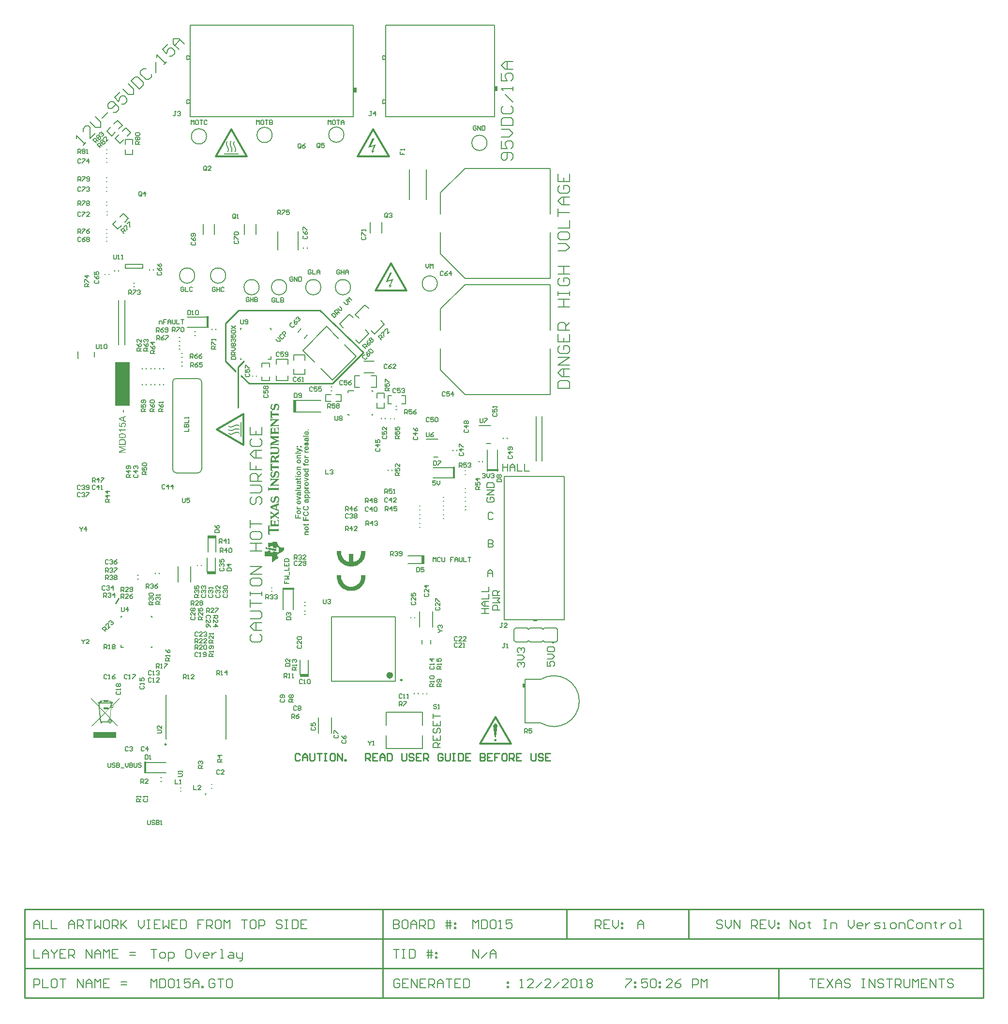
<source format=gto>
G04*
G04 #@! TF.GenerationSoftware,Altium Limited,Altium Designer,18.1.9 (240)*
G04*
G04 Layer_Color=65535*
%FSAX25Y25*%
%MOIN*%
G70*
G01*
G75*
%ADD10C,0.00984*%
%ADD11C,0.02362*%
%ADD12C,0.00700*%
%ADD13C,0.00787*%
%ADD14C,0.00541*%
%ADD15C,0.00748*%
%ADD16C,0.01000*%
%ADD17C,0.01400*%
%ADD18C,0.00500*%
%ADD19C,0.00394*%
%ADD20C,0.00669*%
%ADD21C,0.00600*%
%ADD22C,0.00800*%
%ADD23R,0.02000X0.08600*%
%ADD24R,0.01968X0.03543*%
%ADD25R,0.02756X0.01181*%
%ADD26R,0.01575X0.01006*%
%ADD27R,0.01575X0.07874*%
%ADD28R,0.06299X0.01968*%
%ADD29R,0.07874X0.01575*%
%ADD30R,0.01575X0.03150*%
%ADD31R,0.01968X0.06299*%
%ADD32R,0.10000X0.30000*%
G36*
X0184650Y0630044D02*
X0184750D01*
Y0629944D01*
X0184850D01*
Y0629844D01*
Y0629744D01*
X0184750D01*
Y0629644D01*
Y0629544D01*
X0184650D01*
Y0629444D01*
X0184550D01*
Y0629344D01*
Y0629244D01*
Y0629144D01*
X0184450D01*
Y0629044D01*
Y0628944D01*
Y0628844D01*
X0184350D01*
Y0628744D01*
Y0628644D01*
Y0628544D01*
Y0628444D01*
Y0628344D01*
Y0628244D01*
Y0628144D01*
Y0628044D01*
Y0627944D01*
Y0627844D01*
Y0627744D01*
Y0627644D01*
Y0627544D01*
X0184450D01*
Y0627444D01*
Y0627344D01*
Y0627244D01*
X0184550D01*
Y0627144D01*
Y0627044D01*
Y0626944D01*
X0184650D01*
Y0626844D01*
Y0626744D01*
X0184750D01*
Y0626644D01*
Y0626544D01*
X0184850D01*
Y0626444D01*
Y0626344D01*
X0184950D01*
Y0626244D01*
Y0626144D01*
X0185050D01*
Y0626044D01*
Y0625944D01*
X0185150D01*
Y0625844D01*
Y0625744D01*
Y0625644D01*
X0185250D01*
Y0625544D01*
Y0625444D01*
X0185350D01*
Y0625344D01*
Y0625244D01*
Y0625144D01*
X0185450D01*
Y0625044D01*
Y0624944D01*
Y0624844D01*
X0185550D01*
Y0624744D01*
Y0624644D01*
Y0624544D01*
Y0624444D01*
Y0624344D01*
Y0624244D01*
Y0624144D01*
Y0624044D01*
Y0623944D01*
Y0623844D01*
Y0623744D01*
Y0623644D01*
Y0623544D01*
Y0623444D01*
X0185450D01*
Y0623344D01*
Y0623244D01*
Y0623144D01*
Y0623044D01*
X0185350D01*
Y0622944D01*
Y0622844D01*
X0185250D01*
Y0622744D01*
Y0622644D01*
X0185150D01*
Y0622544D01*
Y0622444D01*
X0185050D01*
Y0622344D01*
X0184800D01*
Y0622244D01*
X0184500D01*
Y0622344D01*
X0184400D01*
Y0622444D01*
X0184500D01*
Y0622544D01*
Y0622644D01*
X0184600D01*
Y0622744D01*
Y0622844D01*
X0184700D01*
Y0622944D01*
Y0623044D01*
X0184800D01*
Y0623144D01*
Y0623244D01*
Y0623344D01*
X0184900D01*
Y0623444D01*
Y0623544D01*
Y0623644D01*
Y0623744D01*
Y0623844D01*
Y0623944D01*
Y0624044D01*
Y0624144D01*
Y0624244D01*
Y0624344D01*
Y0624444D01*
Y0624544D01*
Y0624644D01*
Y0624744D01*
X0184800D01*
Y0624844D01*
Y0624944D01*
Y0625044D01*
X0184700D01*
Y0625144D01*
Y0625244D01*
Y0625344D01*
X0184600D01*
Y0625444D01*
Y0625544D01*
X0184500D01*
Y0625644D01*
Y0625744D01*
X0184400D01*
Y0625844D01*
Y0625944D01*
X0184300D01*
Y0626044D01*
Y0626144D01*
X0184200D01*
Y0626244D01*
Y0626344D01*
X0184100D01*
Y0626444D01*
Y0626544D01*
Y0626644D01*
X0184000D01*
Y0626744D01*
Y0626844D01*
X0183900D01*
Y0626944D01*
Y0627044D01*
Y0627144D01*
X0183800D01*
Y0627244D01*
Y0627344D01*
Y0627444D01*
Y0627544D01*
X0183700D01*
Y0627644D01*
Y0627744D01*
Y0627844D01*
Y0627944D01*
Y0628044D01*
Y0628144D01*
Y0628244D01*
Y0628344D01*
Y0628444D01*
Y0628544D01*
Y0628644D01*
Y0628744D01*
X0183800D01*
Y0628844D01*
Y0628944D01*
Y0629044D01*
Y0629144D01*
X0183900D01*
Y0629244D01*
Y0629344D01*
X0184000D01*
Y0629444D01*
Y0629544D01*
X0184100D01*
Y0629644D01*
Y0629744D01*
X0184200D01*
Y0629844D01*
X0184300D01*
Y0629944D01*
Y0630044D01*
X0184400D01*
Y0629944D01*
X0184550D01*
Y0630044D01*
Y0630144D01*
X0184650D01*
Y0630044D01*
D02*
G37*
G36*
X0182150D02*
X0182250D01*
Y0629944D01*
X0182350D01*
Y0629844D01*
Y0629744D01*
X0182250D01*
Y0629644D01*
Y0629544D01*
X0182150D01*
Y0629444D01*
X0182050D01*
Y0629344D01*
Y0629244D01*
Y0629144D01*
X0181950D01*
Y0629044D01*
Y0628944D01*
Y0628844D01*
X0181850D01*
Y0628744D01*
Y0628644D01*
Y0628544D01*
Y0628444D01*
Y0628344D01*
Y0628244D01*
Y0628144D01*
Y0628044D01*
Y0627944D01*
Y0627844D01*
Y0627744D01*
Y0627644D01*
Y0627544D01*
X0181950D01*
Y0627444D01*
Y0627344D01*
Y0627244D01*
X0182050D01*
Y0627144D01*
Y0627044D01*
Y0626944D01*
X0182150D01*
Y0626844D01*
Y0626744D01*
X0182250D01*
Y0626644D01*
Y0626544D01*
X0182350D01*
Y0626444D01*
Y0626344D01*
X0182450D01*
Y0626244D01*
Y0626144D01*
X0182550D01*
Y0626044D01*
Y0625944D01*
X0182650D01*
Y0625844D01*
Y0625744D01*
Y0625644D01*
X0182750D01*
Y0625544D01*
Y0625444D01*
X0182850D01*
Y0625344D01*
Y0625244D01*
Y0625144D01*
X0182950D01*
Y0625044D01*
Y0624944D01*
Y0624844D01*
X0183050D01*
Y0624744D01*
Y0624644D01*
Y0624544D01*
Y0624444D01*
Y0624344D01*
Y0624244D01*
Y0624144D01*
Y0624044D01*
Y0623944D01*
Y0623844D01*
Y0623744D01*
Y0623644D01*
Y0623544D01*
Y0623444D01*
X0182950D01*
Y0623344D01*
Y0623244D01*
Y0623144D01*
Y0623044D01*
X0182850D01*
Y0622944D01*
Y0622844D01*
X0182750D01*
Y0622744D01*
Y0622644D01*
X0182650D01*
Y0622544D01*
Y0622444D01*
X0182550D01*
Y0622344D01*
X0182300D01*
Y0622244D01*
X0182000D01*
Y0622344D01*
X0181900D01*
Y0622444D01*
X0182000D01*
Y0622544D01*
Y0622644D01*
X0182100D01*
Y0622744D01*
Y0622844D01*
X0182200D01*
Y0622944D01*
Y0623044D01*
X0182300D01*
Y0623144D01*
Y0623244D01*
Y0623344D01*
X0182400D01*
Y0623444D01*
Y0623544D01*
Y0623644D01*
Y0623744D01*
Y0623844D01*
Y0623944D01*
Y0624044D01*
Y0624144D01*
Y0624244D01*
Y0624344D01*
Y0624444D01*
Y0624544D01*
Y0624644D01*
Y0624744D01*
X0182300D01*
Y0624844D01*
Y0624944D01*
Y0625044D01*
X0182200D01*
Y0625144D01*
Y0625244D01*
Y0625344D01*
X0182100D01*
Y0625444D01*
Y0625544D01*
X0182000D01*
Y0625644D01*
Y0625744D01*
X0181900D01*
Y0625844D01*
Y0625944D01*
X0181800D01*
Y0626044D01*
Y0626144D01*
X0181700D01*
Y0626244D01*
Y0626344D01*
X0181600D01*
Y0626444D01*
Y0626544D01*
Y0626644D01*
X0181500D01*
Y0626744D01*
Y0626844D01*
X0181400D01*
Y0626944D01*
Y0627044D01*
Y0627144D01*
X0181300D01*
Y0627244D01*
Y0627344D01*
Y0627444D01*
Y0627544D01*
X0181200D01*
Y0627644D01*
Y0627744D01*
Y0627844D01*
Y0627944D01*
Y0628044D01*
Y0628144D01*
Y0628244D01*
Y0628344D01*
Y0628444D01*
Y0628544D01*
Y0628644D01*
Y0628744D01*
X0181300D01*
Y0628844D01*
Y0628944D01*
Y0629044D01*
Y0629144D01*
X0181400D01*
Y0629244D01*
Y0629344D01*
X0181500D01*
Y0629444D01*
Y0629544D01*
X0181600D01*
Y0629644D01*
Y0629744D01*
X0181700D01*
Y0629844D01*
X0181800D01*
Y0629944D01*
Y0630044D01*
X0181900D01*
Y0629944D01*
X0182050D01*
Y0630044D01*
Y0630144D01*
X0182150D01*
Y0630044D01*
D02*
G37*
G36*
X0179650D02*
X0179750D01*
Y0629944D01*
X0179850D01*
Y0629844D01*
Y0629744D01*
X0179750D01*
Y0629644D01*
Y0629544D01*
X0179650D01*
Y0629444D01*
X0179550D01*
Y0629344D01*
Y0629244D01*
Y0629144D01*
X0179450D01*
Y0629044D01*
Y0628944D01*
Y0628844D01*
X0179350D01*
Y0628744D01*
Y0628644D01*
Y0628544D01*
Y0628444D01*
Y0628344D01*
Y0628244D01*
Y0628144D01*
Y0628044D01*
Y0627944D01*
Y0627844D01*
Y0627744D01*
Y0627644D01*
Y0627544D01*
X0179450D01*
Y0627444D01*
Y0627344D01*
Y0627244D01*
X0179550D01*
Y0627144D01*
Y0627044D01*
Y0626944D01*
X0179650D01*
Y0626844D01*
Y0626744D01*
X0179750D01*
Y0626644D01*
Y0626544D01*
X0179850D01*
Y0626444D01*
Y0626344D01*
X0179950D01*
Y0626244D01*
Y0626144D01*
X0180050D01*
Y0626044D01*
Y0625944D01*
X0180150D01*
Y0625844D01*
Y0625744D01*
Y0625644D01*
X0180250D01*
Y0625544D01*
Y0625444D01*
X0180350D01*
Y0625344D01*
Y0625244D01*
Y0625144D01*
X0180450D01*
Y0625044D01*
Y0624944D01*
Y0624844D01*
X0180550D01*
Y0624744D01*
Y0624644D01*
Y0624544D01*
Y0624444D01*
Y0624344D01*
Y0624244D01*
Y0624144D01*
Y0624044D01*
Y0623944D01*
Y0623844D01*
Y0623744D01*
Y0623644D01*
Y0623544D01*
Y0623444D01*
X0180450D01*
Y0623344D01*
Y0623244D01*
Y0623144D01*
Y0623044D01*
X0180350D01*
Y0622944D01*
Y0622844D01*
X0180250D01*
Y0622744D01*
Y0622644D01*
X0180150D01*
Y0622544D01*
Y0622444D01*
X0180050D01*
Y0622344D01*
X0179800D01*
Y0622244D01*
X0179500D01*
Y0622344D01*
X0179400D01*
Y0622444D01*
X0179500D01*
Y0622544D01*
Y0622644D01*
X0179600D01*
Y0622744D01*
Y0622844D01*
X0179700D01*
Y0622944D01*
Y0623044D01*
X0179800D01*
Y0623144D01*
Y0623244D01*
Y0623344D01*
X0179900D01*
Y0623444D01*
Y0623544D01*
Y0623644D01*
Y0623744D01*
Y0623844D01*
Y0623944D01*
Y0624044D01*
Y0624144D01*
Y0624244D01*
Y0624344D01*
Y0624444D01*
Y0624544D01*
Y0624644D01*
Y0624744D01*
X0179800D01*
Y0624844D01*
Y0624944D01*
Y0625044D01*
X0179700D01*
Y0625144D01*
Y0625244D01*
Y0625344D01*
X0179600D01*
Y0625444D01*
Y0625544D01*
X0179500D01*
Y0625644D01*
Y0625744D01*
X0179400D01*
Y0625844D01*
Y0625944D01*
X0179300D01*
Y0626044D01*
Y0626144D01*
X0179200D01*
Y0626244D01*
Y0626344D01*
X0179100D01*
Y0626444D01*
Y0626544D01*
Y0626644D01*
X0179000D01*
Y0626744D01*
Y0626844D01*
X0178900D01*
Y0626944D01*
Y0627044D01*
Y0627144D01*
X0178800D01*
Y0627244D01*
Y0627344D01*
Y0627444D01*
Y0627544D01*
X0178700D01*
Y0627644D01*
Y0627744D01*
Y0627844D01*
Y0627944D01*
Y0628044D01*
Y0628144D01*
Y0628244D01*
Y0628344D01*
Y0628444D01*
Y0628544D01*
Y0628644D01*
Y0628744D01*
X0178800D01*
Y0628844D01*
Y0628944D01*
Y0629044D01*
Y0629144D01*
X0178900D01*
Y0629244D01*
Y0629344D01*
X0179000D01*
Y0629444D01*
Y0629544D01*
X0179100D01*
Y0629644D01*
Y0629744D01*
X0179200D01*
Y0629844D01*
X0179300D01*
Y0629944D01*
Y0630044D01*
X0179400D01*
Y0629944D01*
X0179550D01*
Y0630044D01*
Y0630144D01*
X0179650D01*
Y0630044D01*
D02*
G37*
G36*
X0278205Y0626600D02*
X0282005Y0627700D01*
X0280005Y0623100D01*
X0280805Y0623300D01*
X0279205Y0621500D01*
X0278905Y0623600D01*
X0279405Y0623200D01*
X0280405Y0626500D01*
X0276705Y0625300D01*
X0279405Y0631900D01*
X0280905D01*
X0278205Y0626600D01*
D02*
G37*
G36*
X0187200Y0620844D02*
X0177200D01*
Y0621544D01*
X0187200D01*
Y0620844D01*
D02*
G37*
G36*
X0290300Y0534087D02*
X0294100Y0535186D01*
X0292100Y0530586D01*
X0292900Y0530787D01*
X0291300Y0528987D01*
X0291000Y0531086D01*
X0291500Y0530687D01*
X0292500Y0533987D01*
X0288800Y0532787D01*
X0291500Y0539387D01*
X0293000D01*
X0290300Y0534087D01*
D02*
G37*
G36*
X0213971Y0449133D02*
X0214189D01*
Y0449060D01*
X0214334D01*
Y0448987D01*
X0214407D01*
Y0448914D01*
X0214479D01*
Y0448842D01*
X0214625D01*
Y0448769D01*
X0214698D01*
Y0448624D01*
X0214770D01*
Y0448551D01*
X0214843D01*
Y0448478D01*
X0214916D01*
Y0448333D01*
X0214988D01*
Y0448187D01*
X0215061D01*
Y0447969D01*
X0215134D01*
Y0447679D01*
X0215207D01*
Y0446225D01*
X0215134D01*
Y0446006D01*
X0215061D01*
Y0445788D01*
X0214988D01*
Y0445643D01*
X0214916D01*
Y0445352D01*
X0215061D01*
Y0445280D01*
X0215134D01*
Y0444989D01*
X0214988D01*
Y0444916D01*
X0214698D01*
Y0444843D01*
X0214407D01*
Y0444771D01*
X0214189D01*
Y0444698D01*
X0213898D01*
Y0444625D01*
X0213607D01*
Y0444553D01*
X0213389D01*
Y0444771D01*
X0213462D01*
Y0444843D01*
X0213534D01*
Y0444916D01*
X0213607D01*
Y0444989D01*
X0213680D01*
Y0445061D01*
X0213753D01*
Y0445134D01*
X0213825D01*
Y0445207D01*
X0213898D01*
Y0445280D01*
X0213971D01*
Y0445425D01*
X0214043D01*
Y0445498D01*
X0214116D01*
Y0445643D01*
X0214189D01*
Y0445716D01*
X0214261D01*
Y0445861D01*
X0214334D01*
Y0446079D01*
X0214407D01*
Y0446297D01*
X0214479D01*
Y0446734D01*
X0214552D01*
Y0447097D01*
X0214479D01*
Y0447461D01*
X0214407D01*
Y0447679D01*
X0214334D01*
Y0447824D01*
X0214261D01*
Y0447897D01*
X0214189D01*
Y0447969D01*
X0214116D01*
Y0448042D01*
X0213898D01*
Y0448115D01*
X0213389D01*
Y0448042D01*
X0213244D01*
Y0447969D01*
X0213171D01*
Y0447897D01*
X0213098D01*
Y0447751D01*
X0213025D01*
Y0447606D01*
X0212953D01*
Y0447388D01*
X0212880D01*
Y0447024D01*
X0212807D01*
Y0446734D01*
X0212735D01*
Y0446443D01*
X0212662D01*
Y0446079D01*
X0212589D01*
Y0445861D01*
X0212517D01*
Y0445643D01*
X0212444D01*
Y0445498D01*
X0212371D01*
Y0445352D01*
X0212298D01*
Y0445280D01*
X0212226D01*
Y0445207D01*
X0212153D01*
Y0445061D01*
X0212008D01*
Y0444989D01*
X0211935D01*
Y0444916D01*
X0211862D01*
Y0444843D01*
X0211717D01*
Y0444771D01*
X0211499D01*
Y0444698D01*
X0210699D01*
Y0444771D01*
X0210408D01*
Y0444843D01*
X0210263D01*
Y0444916D01*
X0210190D01*
Y0444989D01*
X0210045D01*
Y0445061D01*
X0209972D01*
Y0445134D01*
X0209899D01*
Y0445207D01*
X0209827D01*
Y0445352D01*
X0209754D01*
Y0445425D01*
X0209681D01*
Y0445570D01*
X0209609D01*
Y0445716D01*
X0209536D01*
Y0445934D01*
X0209463D01*
Y0446225D01*
X0209390D01*
Y0447170D01*
X0209463D01*
Y0447533D01*
X0209536D01*
Y0447679D01*
X0209609D01*
Y0447824D01*
X0209681D01*
Y0447969D01*
X0209754D01*
Y0448042D01*
X0209681D01*
Y0448115D01*
X0209536D01*
Y0448187D01*
X0209463D01*
Y0448406D01*
X0209536D01*
Y0448478D01*
X0209754D01*
Y0448551D01*
X0210045D01*
Y0448624D01*
X0210263D01*
Y0448696D01*
X0210481D01*
Y0448769D01*
X0210772D01*
Y0448842D01*
X0210990D01*
Y0448769D01*
X0211063D01*
Y0448696D01*
X0210990D01*
Y0448624D01*
X0210917D01*
Y0448551D01*
X0210844D01*
Y0448478D01*
X0210772D01*
Y0448406D01*
X0210699D01*
Y0448260D01*
X0210626D01*
Y0448187D01*
X0210554D01*
Y0448115D01*
X0210481D01*
Y0447969D01*
X0210408D01*
Y0447824D01*
X0210336D01*
Y0447679D01*
X0210263D01*
Y0447461D01*
X0210190D01*
Y0447170D01*
X0210118D01*
Y0446443D01*
X0210190D01*
Y0446152D01*
X0210263D01*
Y0446006D01*
X0210336D01*
Y0445934D01*
X0210408D01*
Y0445861D01*
X0210481D01*
Y0445788D01*
X0210626D01*
Y0445716D01*
X0210990D01*
Y0445788D01*
X0211135D01*
Y0445861D01*
X0211208D01*
Y0445934D01*
X0211281D01*
Y0446006D01*
X0211353D01*
Y0446225D01*
X0211426D01*
Y0446443D01*
X0211499D01*
Y0446806D01*
X0211572D01*
Y0447097D01*
X0211644D01*
Y0447388D01*
X0211717D01*
Y0447751D01*
X0211790D01*
Y0447969D01*
X0211862D01*
Y0448187D01*
X0211935D01*
Y0448333D01*
X0212008D01*
Y0448478D01*
X0212080D01*
Y0448624D01*
X0212153D01*
Y0448696D01*
X0212226D01*
Y0448769D01*
X0212298D01*
Y0448842D01*
X0212371D01*
Y0448914D01*
X0212444D01*
Y0448987D01*
X0212517D01*
Y0449060D01*
X0212662D01*
Y0449133D01*
X0212880D01*
Y0449205D01*
X0213971D01*
Y0449133D01*
D02*
G37*
G36*
X0210990Y0444189D02*
X0210917D01*
Y0444116D01*
X0210844D01*
Y0444044D01*
X0210772D01*
Y0443971D01*
X0210626D01*
Y0443898D01*
X0210554D01*
Y0443825D01*
X0210481D01*
Y0443753D01*
X0210408D01*
Y0443607D01*
X0210336D01*
Y0443535D01*
X0210263D01*
Y0443317D01*
X0210190D01*
Y0442372D01*
X0210263D01*
Y0442299D01*
X0214625D01*
Y0442372D01*
X0214770D01*
Y0442517D01*
X0214843D01*
Y0442662D01*
X0214916D01*
Y0442880D01*
X0215134D01*
Y0440481D01*
X0214916D01*
Y0440699D01*
X0214843D01*
Y0440845D01*
X0214770D01*
Y0440917D01*
X0214698D01*
Y0440990D01*
X0214552D01*
Y0441063D01*
X0210263D01*
Y0440990D01*
X0210190D01*
Y0440045D01*
X0210263D01*
Y0439827D01*
X0210336D01*
Y0439754D01*
X0210408D01*
Y0439682D01*
X0210481D01*
Y0439609D01*
X0210554D01*
Y0439536D01*
X0210626D01*
Y0439464D01*
X0210699D01*
Y0439391D01*
X0210772D01*
Y0439318D01*
X0210844D01*
Y0439245D01*
X0210990D01*
Y0439173D01*
X0211063D01*
Y0439100D01*
X0210990D01*
Y0439027D01*
X0210699D01*
Y0439100D01*
X0210408D01*
Y0439173D01*
X0210190D01*
Y0439245D01*
X0209972D01*
Y0439318D01*
X0209754D01*
Y0439391D01*
X0209536D01*
Y0439464D01*
X0209463D01*
Y0443971D01*
X0209609D01*
Y0444044D01*
X0209899D01*
Y0444116D01*
X0210118D01*
Y0444189D01*
X0210336D01*
Y0444262D01*
X0210554D01*
Y0444334D01*
X0210844D01*
Y0444407D01*
X0210990D01*
Y0444189D01*
D02*
G37*
G36*
X0186735Y0434650D02*
X0187135D01*
Y0434550D01*
X0187335D01*
Y0434450D01*
X0187535D01*
Y0434350D01*
X0187735D01*
Y0434250D01*
X0187835D01*
Y0434100D01*
Y0434000D01*
X0187935D01*
Y0433700D01*
X0187835D01*
Y0433600D01*
X0187735D01*
Y0433700D01*
X0187535D01*
Y0433800D01*
X0187335D01*
Y0433900D01*
X0187135D01*
Y0434000D01*
X0186835D01*
Y0434100D01*
X0185435D01*
Y0434000D01*
X0185135D01*
Y0433900D01*
X0184835D01*
Y0433800D01*
X0184635D01*
Y0433700D01*
X0184435D01*
Y0433600D01*
X0184235D01*
Y0433500D01*
X0184035D01*
Y0433400D01*
X0183835D01*
Y0433300D01*
X0183535D01*
Y0433200D01*
X0183335D01*
Y0433100D01*
X0183035D01*
Y0433000D01*
X0182635D01*
Y0432900D01*
X0181435D01*
Y0433000D01*
X0181035D01*
Y0433100D01*
X0180835D01*
Y0433200D01*
X0180635D01*
Y0433300D01*
X0180435D01*
Y0433400D01*
X0180335D01*
Y0433500D01*
X0180135D01*
Y0433600D01*
X0180235D01*
Y0433650D01*
Y0433750D01*
X0180035D01*
Y0433850D01*
X0180135D01*
Y0433950D01*
X0180235D01*
Y0434050D01*
X0180435D01*
Y0433950D01*
X0180635D01*
Y0433850D01*
X0180735D01*
Y0433750D01*
X0181035D01*
Y0433650D01*
X0181335D01*
Y0433550D01*
X0182635D01*
Y0433650D01*
X0182935D01*
Y0433750D01*
X0183235D01*
Y0433850D01*
X0183435D01*
Y0433950D01*
X0183635D01*
Y0434050D01*
X0183835D01*
Y0434150D01*
X0184035D01*
Y0434250D01*
X0184235D01*
Y0434350D01*
X0184535D01*
Y0434450D01*
X0184735D01*
Y0434550D01*
X0185035D01*
Y0434650D01*
X0185335D01*
Y0434750D01*
X0186735D01*
Y0434650D01*
D02*
G37*
G36*
X0209681Y0438809D02*
X0209754D01*
Y0438736D01*
X0209827D01*
Y0438591D01*
X0209972D01*
Y0438518D01*
X0210118D01*
Y0438446D01*
X0215207D01*
Y0438155D01*
X0215134D01*
Y0438082D01*
X0214988D01*
Y0438010D01*
X0214916D01*
Y0437937D01*
X0214843D01*
Y0437864D01*
X0214770D01*
Y0437791D01*
X0214698D01*
Y0437719D01*
X0214625D01*
Y0437646D01*
X0214552D01*
Y0437573D01*
X0214479D01*
Y0437501D01*
X0214334D01*
Y0437428D01*
X0214261D01*
Y0437355D01*
X0214189D01*
Y0437283D01*
X0214116D01*
Y0437210D01*
X0214043D01*
Y0437137D01*
X0213971D01*
Y0437064D01*
X0213898D01*
Y0436992D01*
X0213753D01*
Y0436919D01*
X0213680D01*
Y0436846D01*
X0213607D01*
Y0436774D01*
X0213534D01*
Y0436701D01*
X0213462D01*
Y0436628D01*
X0213389D01*
Y0436555D01*
X0213316D01*
Y0436483D01*
X0213171D01*
Y0436410D01*
X0213098D01*
Y0436337D01*
X0213025D01*
Y0436265D01*
X0212953D01*
Y0436192D01*
X0212880D01*
Y0436119D01*
X0212807D01*
Y0436047D01*
X0212735D01*
Y0435974D01*
X0212589D01*
Y0435901D01*
X0212517D01*
Y0435828D01*
X0212444D01*
Y0435756D01*
X0212371D01*
Y0435683D01*
X0212298D01*
Y0435610D01*
X0212226D01*
Y0435538D01*
X0212153D01*
Y0435465D01*
X0212008D01*
Y0435392D01*
X0211935D01*
Y0435320D01*
X0211862D01*
Y0435247D01*
X0211790D01*
Y0435174D01*
X0211717D01*
Y0435102D01*
X0211644D01*
Y0435029D01*
X0211572D01*
Y0434956D01*
X0211426D01*
Y0434883D01*
X0211353D01*
Y0434811D01*
X0211281D01*
Y0434738D01*
X0211208D01*
Y0434665D01*
X0211135D01*
Y0434593D01*
X0211063D01*
Y0434520D01*
X0210990D01*
Y0434447D01*
X0214479D01*
Y0434520D01*
X0214625D01*
Y0434593D01*
X0214770D01*
Y0434738D01*
X0214843D01*
Y0434811D01*
X0214916D01*
Y0435029D01*
X0215134D01*
Y0433139D01*
X0214916D01*
Y0433357D01*
X0214843D01*
Y0433502D01*
X0214770D01*
Y0433575D01*
X0214625D01*
Y0433647D01*
X0214334D01*
Y0433720D01*
X0210336D01*
Y0433647D01*
X0210045D01*
Y0433575D01*
X0209899D01*
Y0433502D01*
X0209827D01*
Y0433357D01*
X0209754D01*
Y0433211D01*
X0209681D01*
Y0433139D01*
X0209463D01*
Y0434811D01*
X0209536D01*
Y0434883D01*
X0209609D01*
Y0434956D01*
X0209681D01*
Y0435029D01*
X0209754D01*
Y0435102D01*
X0209827D01*
Y0435174D01*
X0209899D01*
Y0435247D01*
X0210045D01*
Y0435320D01*
X0210118D01*
Y0435392D01*
X0210190D01*
Y0435465D01*
X0210263D01*
Y0435538D01*
X0210336D01*
Y0435610D01*
X0210408D01*
Y0435683D01*
X0210481D01*
Y0435756D01*
X0210626D01*
Y0435828D01*
X0210699D01*
Y0435901D01*
X0210772D01*
Y0435974D01*
X0210844D01*
Y0436047D01*
X0210917D01*
Y0436119D01*
X0210990D01*
Y0436192D01*
X0211063D01*
Y0436265D01*
X0211208D01*
Y0436337D01*
X0211281D01*
Y0436410D01*
X0211353D01*
Y0436483D01*
X0211426D01*
Y0436555D01*
X0211499D01*
Y0436628D01*
X0211572D01*
Y0436701D01*
X0211644D01*
Y0436774D01*
X0211717D01*
Y0436846D01*
X0211862D01*
Y0436919D01*
X0211935D01*
Y0436992D01*
X0212008D01*
Y0437064D01*
X0212080D01*
Y0437137D01*
X0212153D01*
Y0437210D01*
X0212226D01*
Y0437283D01*
X0212298D01*
Y0437355D01*
X0212444D01*
Y0437428D01*
X0212517D01*
Y0437501D01*
X0212589D01*
Y0437573D01*
X0212662D01*
Y0437646D01*
X0209972D01*
Y0437573D01*
X0209899D01*
Y0437501D01*
X0209827D01*
Y0437428D01*
X0209754D01*
Y0437283D01*
X0209681D01*
Y0437137D01*
X0209463D01*
Y0438955D01*
X0209681D01*
Y0438809D01*
D02*
G37*
G36*
X0186735Y0432150D02*
X0187135D01*
Y0432050D01*
X0187335D01*
Y0431950D01*
X0187535D01*
Y0431850D01*
X0187735D01*
Y0431750D01*
X0187835D01*
Y0431600D01*
Y0431500D01*
X0187935D01*
Y0431200D01*
X0187835D01*
Y0431100D01*
X0187735D01*
Y0431200D01*
X0187535D01*
Y0431300D01*
X0187335D01*
Y0431400D01*
X0187135D01*
Y0431500D01*
X0186835D01*
Y0431600D01*
X0185435D01*
Y0431500D01*
X0185135D01*
Y0431400D01*
X0184835D01*
Y0431300D01*
X0184635D01*
Y0431200D01*
X0184435D01*
Y0431100D01*
X0184235D01*
Y0431000D01*
X0184035D01*
Y0430900D01*
X0183835D01*
Y0430800D01*
X0183535D01*
Y0430700D01*
X0183335D01*
Y0430600D01*
X0183035D01*
Y0430500D01*
X0182635D01*
Y0430400D01*
X0181435D01*
Y0430500D01*
X0181035D01*
Y0430600D01*
X0180835D01*
Y0430700D01*
X0180635D01*
Y0430800D01*
X0180435D01*
Y0430900D01*
X0180335D01*
Y0431000D01*
X0180135D01*
Y0431100D01*
X0180235D01*
Y0431150D01*
Y0431250D01*
X0180035D01*
Y0431350D01*
X0180135D01*
Y0431450D01*
X0180235D01*
Y0431550D01*
X0180435D01*
Y0431450D01*
X0180635D01*
Y0431350D01*
X0180735D01*
Y0431250D01*
X0181035D01*
Y0431150D01*
X0181335D01*
Y0431050D01*
X0182635D01*
Y0431150D01*
X0182935D01*
Y0431250D01*
X0183235D01*
Y0431350D01*
X0183435D01*
Y0431450D01*
X0183635D01*
Y0431550D01*
X0183835D01*
Y0431650D01*
X0184035D01*
Y0431750D01*
X0184235D01*
Y0431850D01*
X0184535D01*
Y0431950D01*
X0184735D01*
Y0432050D01*
X0185035D01*
Y0432150D01*
X0185335D01*
Y0432250D01*
X0186735D01*
Y0432150D01*
D02*
G37*
G36*
X0213971Y0432921D02*
X0214116D01*
Y0432848D01*
X0214334D01*
Y0432775D01*
X0214479D01*
Y0432702D01*
X0214698D01*
Y0432630D01*
X0214843D01*
Y0432557D01*
X0215061D01*
Y0432484D01*
X0215134D01*
Y0427832D01*
X0214916D01*
Y0428050D01*
X0214843D01*
Y0428195D01*
X0214770D01*
Y0428268D01*
X0214698D01*
Y0428340D01*
X0214479D01*
Y0428413D01*
X0210118D01*
Y0428340D01*
X0209972D01*
Y0428268D01*
X0209827D01*
Y0428122D01*
X0209754D01*
Y0427977D01*
X0209681D01*
Y0427832D01*
X0209463D01*
Y0432266D01*
X0209536D01*
Y0432339D01*
X0209754D01*
Y0432412D01*
X0209972D01*
Y0432484D01*
X0210118D01*
Y0432557D01*
X0210336D01*
Y0432630D01*
X0210554D01*
Y0432702D01*
X0210772D01*
Y0432630D01*
X0210844D01*
Y0432557D01*
X0210772D01*
Y0432484D01*
X0210699D01*
Y0432412D01*
X0210626D01*
Y0432266D01*
X0210554D01*
Y0432194D01*
X0210481D01*
Y0432121D01*
X0210408D01*
Y0431975D01*
X0210336D01*
Y0431830D01*
X0210263D01*
Y0431685D01*
X0210190D01*
Y0429722D01*
X0210263D01*
Y0429649D01*
X0211862D01*
Y0431394D01*
X0211790D01*
Y0431539D01*
X0211717D01*
Y0431685D01*
X0211572D01*
Y0431757D01*
X0211426D01*
Y0431830D01*
X0211353D01*
Y0432048D01*
X0212953D01*
Y0431757D01*
X0212735D01*
Y0431685D01*
X0212662D01*
Y0431612D01*
X0212589D01*
Y0431466D01*
X0212517D01*
Y0429649D01*
X0214407D01*
Y0429794D01*
X0214479D01*
Y0431612D01*
X0214407D01*
Y0431975D01*
X0214334D01*
Y0432194D01*
X0214261D01*
Y0432266D01*
X0214189D01*
Y0432412D01*
X0214116D01*
Y0432484D01*
X0214043D01*
Y0432557D01*
X0213971D01*
Y0432630D01*
X0213898D01*
Y0432702D01*
X0213825D01*
Y0432775D01*
X0213753D01*
Y0432993D01*
X0213971D01*
Y0432921D01*
D02*
G37*
G36*
X0186735Y0429650D02*
X0187135D01*
Y0429550D01*
X0187335D01*
Y0429450D01*
X0187535D01*
Y0429350D01*
X0187735D01*
Y0429250D01*
X0187835D01*
Y0429100D01*
Y0429000D01*
X0187935D01*
Y0428700D01*
X0187835D01*
Y0428600D01*
X0187735D01*
Y0428700D01*
X0187535D01*
Y0428800D01*
X0187335D01*
Y0428900D01*
X0187135D01*
Y0429000D01*
X0186835D01*
Y0429100D01*
X0185435D01*
Y0429000D01*
X0185135D01*
Y0428900D01*
X0184835D01*
Y0428800D01*
X0184635D01*
Y0428700D01*
X0184435D01*
Y0428600D01*
X0184235D01*
Y0428500D01*
X0184035D01*
Y0428400D01*
X0183835D01*
Y0428300D01*
X0183535D01*
Y0428200D01*
X0183335D01*
Y0428100D01*
X0183035D01*
Y0428000D01*
X0182635D01*
Y0427900D01*
X0181435D01*
Y0428000D01*
X0181035D01*
Y0428100D01*
X0180835D01*
Y0428200D01*
X0180635D01*
Y0428300D01*
X0180435D01*
Y0428400D01*
X0180335D01*
Y0428500D01*
X0180135D01*
Y0428600D01*
X0180235D01*
Y0428650D01*
Y0428750D01*
X0180035D01*
Y0428850D01*
X0180135D01*
Y0428950D01*
X0180235D01*
Y0429050D01*
X0180435D01*
Y0428950D01*
X0180635D01*
Y0428850D01*
X0180735D01*
Y0428750D01*
X0181035D01*
Y0428650D01*
X0181335D01*
Y0428550D01*
X0182635D01*
Y0428650D01*
X0182935D01*
Y0428750D01*
X0183235D01*
Y0428850D01*
X0183435D01*
Y0428950D01*
X0183635D01*
Y0429050D01*
X0183835D01*
Y0429150D01*
X0184035D01*
Y0429250D01*
X0184235D01*
Y0429350D01*
X0184535D01*
Y0429450D01*
X0184735D01*
Y0429550D01*
X0185035D01*
Y0429650D01*
X0185335D01*
Y0429750D01*
X0186735D01*
Y0429650D01*
D02*
G37*
G36*
X0215134Y0425069D02*
X0214916D01*
Y0425287D01*
X0214843D01*
Y0425432D01*
X0214770D01*
Y0425505D01*
X0214625D01*
Y0425578D01*
X0210844D01*
Y0425505D01*
X0210990D01*
Y0425432D01*
X0211208D01*
Y0425360D01*
X0211353D01*
Y0425287D01*
X0211499D01*
Y0425214D01*
X0211717D01*
Y0425142D01*
X0211862D01*
Y0425069D01*
X0212008D01*
Y0424996D01*
X0212153D01*
Y0424924D01*
X0212371D01*
Y0424851D01*
X0212517D01*
Y0424778D01*
X0212662D01*
Y0424705D01*
X0212880D01*
Y0424633D01*
X0213025D01*
Y0424560D01*
X0213171D01*
Y0424487D01*
X0213389D01*
Y0424415D01*
X0213534D01*
Y0424342D01*
X0213680D01*
Y0424269D01*
X0213825D01*
Y0424196D01*
X0214043D01*
Y0424124D01*
X0214189D01*
Y0424051D01*
X0214334D01*
Y0423978D01*
X0214552D01*
Y0423906D01*
X0214698D01*
Y0423833D01*
X0214843D01*
Y0423760D01*
X0215061D01*
Y0423688D01*
X0215207D01*
Y0423469D01*
X0215134D01*
Y0423397D01*
X0214988D01*
Y0423324D01*
X0214843D01*
Y0423251D01*
X0214698D01*
Y0423179D01*
X0214479D01*
Y0423106D01*
X0214334D01*
Y0423033D01*
X0214189D01*
Y0422961D01*
X0214043D01*
Y0422888D01*
X0213898D01*
Y0422815D01*
X0213680D01*
Y0422743D01*
X0213534D01*
Y0422670D01*
X0213389D01*
Y0422597D01*
X0213244D01*
Y0422524D01*
X0213025D01*
Y0422452D01*
X0212880D01*
Y0422379D01*
X0212735D01*
Y0422306D01*
X0212589D01*
Y0422234D01*
X0212371D01*
Y0422161D01*
X0212226D01*
Y0422088D01*
X0212080D01*
Y0422015D01*
X0211935D01*
Y0421943D01*
X0211717D01*
Y0421870D01*
X0211572D01*
Y0421797D01*
X0211426D01*
Y0421725D01*
X0211281D01*
Y0421652D01*
X0211063D01*
Y0421579D01*
X0210917D01*
Y0421507D01*
X0210772D01*
Y0421434D01*
X0214479D01*
Y0421507D01*
X0214698D01*
Y0421579D01*
X0214770D01*
Y0421652D01*
X0214843D01*
Y0421797D01*
X0214916D01*
Y0421943D01*
X0215134D01*
Y0420198D01*
X0214916D01*
Y0420343D01*
X0214843D01*
Y0420489D01*
X0214770D01*
Y0420562D01*
X0214698D01*
Y0420634D01*
X0214552D01*
Y0420707D01*
X0210045D01*
Y0420634D01*
X0209899D01*
Y0420562D01*
X0209827D01*
Y0420489D01*
X0209754D01*
Y0420271D01*
X0209681D01*
Y0420198D01*
X0209463D01*
Y0422234D01*
X0209609D01*
Y0422306D01*
X0209754D01*
Y0422379D01*
X0209899D01*
Y0422452D01*
X0210118D01*
Y0422524D01*
X0210263D01*
Y0422597D01*
X0210408D01*
Y0422670D01*
X0210554D01*
Y0422743D01*
X0210772D01*
Y0422815D01*
X0210917D01*
Y0422888D01*
X0211063D01*
Y0422961D01*
X0211208D01*
Y0423033D01*
X0211426D01*
Y0423106D01*
X0211572D01*
Y0423179D01*
X0211717D01*
Y0423251D01*
X0211862D01*
Y0423324D01*
X0212080D01*
Y0423397D01*
X0212226D01*
Y0423469D01*
X0212371D01*
Y0423542D01*
X0212517D01*
Y0423615D01*
X0212735D01*
Y0423688D01*
X0212880D01*
Y0423760D01*
X0213025D01*
Y0423906D01*
X0212880D01*
Y0423978D01*
X0212735D01*
Y0424051D01*
X0212517D01*
Y0424124D01*
X0212371D01*
Y0424196D01*
X0212226D01*
Y0424269D01*
X0212008D01*
Y0424342D01*
X0211862D01*
Y0424415D01*
X0211717D01*
Y0424487D01*
X0211499D01*
Y0424560D01*
X0211353D01*
Y0424633D01*
X0211208D01*
Y0424705D01*
X0210990D01*
Y0424778D01*
X0210844D01*
Y0424851D01*
X0210699D01*
Y0424924D01*
X0210481D01*
Y0424996D01*
X0210336D01*
Y0425069D01*
X0210190D01*
Y0425142D01*
X0209972D01*
Y0425214D01*
X0209827D01*
Y0425287D01*
X0209681D01*
Y0425360D01*
X0209536D01*
Y0425432D01*
X0209463D01*
Y0427395D01*
X0209681D01*
Y0427323D01*
X0209754D01*
Y0427105D01*
X0209827D01*
Y0427032D01*
X0209899D01*
Y0426959D01*
X0210045D01*
Y0426886D01*
X0214625D01*
Y0426959D01*
X0214770D01*
Y0427032D01*
X0214843D01*
Y0427177D01*
X0214916D01*
Y0427395D01*
X0215134D01*
Y0425069D01*
D02*
G37*
G36*
X0189335Y0426400D02*
X0188635D01*
Y0436400D01*
X0189335D01*
Y0426400D01*
D02*
G37*
G36*
X0209681Y0419689D02*
X0209754D01*
Y0419544D01*
X0209827D01*
Y0419471D01*
X0209899D01*
Y0419398D01*
X0210118D01*
Y0419326D01*
X0213753D01*
Y0419253D01*
X0214043D01*
Y0419180D01*
X0214189D01*
Y0419107D01*
X0214334D01*
Y0419035D01*
X0214479D01*
Y0418962D01*
X0214552D01*
Y0418889D01*
X0214625D01*
Y0418817D01*
X0214698D01*
Y0418744D01*
X0214770D01*
Y0418671D01*
X0214843D01*
Y0418599D01*
X0214916D01*
Y0418453D01*
X0214988D01*
Y0418308D01*
X0215061D01*
Y0418090D01*
X0215134D01*
Y0417799D01*
X0215207D01*
Y0416127D01*
X0215134D01*
Y0415836D01*
X0215061D01*
Y0415618D01*
X0214988D01*
Y0415400D01*
X0214916D01*
Y0415327D01*
X0214843D01*
Y0415182D01*
X0214770D01*
Y0415036D01*
X0214698D01*
Y0414964D01*
X0214625D01*
Y0414891D01*
X0214552D01*
Y0414818D01*
X0214479D01*
Y0414746D01*
X0214334D01*
Y0414673D01*
X0214261D01*
Y0414600D01*
X0214116D01*
Y0414527D01*
X0213898D01*
Y0414455D01*
X0213462D01*
Y0414382D01*
X0210045D01*
Y0414309D01*
X0209899D01*
Y0414237D01*
X0209827D01*
Y0414164D01*
X0209754D01*
Y0414018D01*
X0209681D01*
Y0413873D01*
X0209463D01*
Y0416199D01*
X0209681D01*
Y0416054D01*
X0209754D01*
Y0415836D01*
X0209827D01*
Y0415763D01*
X0209899D01*
Y0415691D01*
X0210118D01*
Y0415618D01*
X0213607D01*
Y0415691D01*
X0213825D01*
Y0415763D01*
X0213971D01*
Y0415836D01*
X0214116D01*
Y0415909D01*
X0214189D01*
Y0415981D01*
X0214261D01*
Y0416054D01*
X0214334D01*
Y0416199D01*
X0214407D01*
Y0416418D01*
X0214479D01*
Y0416781D01*
X0214552D01*
Y0417435D01*
X0214479D01*
Y0417799D01*
X0214407D01*
Y0418017D01*
X0214334D01*
Y0418090D01*
X0214261D01*
Y0418162D01*
X0214189D01*
Y0418235D01*
X0214116D01*
Y0418308D01*
X0214043D01*
Y0418380D01*
X0213898D01*
Y0418453D01*
X0213607D01*
Y0418526D01*
X0210118D01*
Y0418453D01*
X0209972D01*
Y0418380D01*
X0209899D01*
Y0418308D01*
X0209827D01*
Y0418235D01*
X0209754D01*
Y0418090D01*
X0209681D01*
Y0417944D01*
X0209463D01*
Y0419835D01*
X0209681D01*
Y0419689D01*
D02*
G37*
G36*
X0215061Y0414309D02*
X0215134D01*
Y0414164D01*
X0215207D01*
Y0412928D01*
X0215134D01*
Y0412783D01*
X0215061D01*
Y0412637D01*
X0214988D01*
Y0412492D01*
X0214916D01*
Y0412419D01*
X0214843D01*
Y0412274D01*
X0214770D01*
Y0412201D01*
X0214625D01*
Y0412128D01*
X0214552D01*
Y0412056D01*
X0214479D01*
Y0411983D01*
X0214334D01*
Y0411910D01*
X0214261D01*
Y0411837D01*
X0214116D01*
Y0411765D01*
X0213971D01*
Y0411692D01*
X0213753D01*
Y0411619D01*
X0213607D01*
Y0411547D01*
X0213462D01*
Y0411474D01*
X0213316D01*
Y0411401D01*
X0213244D01*
Y0411329D01*
X0213098D01*
Y0411256D01*
X0213025D01*
Y0411183D01*
X0212953D01*
Y0411038D01*
X0212880D01*
Y0410892D01*
X0212807D01*
Y0409947D01*
X0214479D01*
Y0410020D01*
X0214698D01*
Y0410093D01*
X0214770D01*
Y0410165D01*
X0214843D01*
Y0410311D01*
X0214916D01*
Y0410529D01*
X0215134D01*
Y0408130D01*
X0214988D01*
Y0408203D01*
X0214916D01*
Y0408348D01*
X0214843D01*
Y0408493D01*
X0214770D01*
Y0408566D01*
X0214698D01*
Y0408639D01*
X0214552D01*
Y0408711D01*
X0210118D01*
Y0408639D01*
X0209899D01*
Y0408566D01*
X0209827D01*
Y0408493D01*
X0209754D01*
Y0408275D01*
X0209681D01*
Y0408130D01*
X0209463D01*
Y0411547D01*
X0209536D01*
Y0412056D01*
X0209609D01*
Y0412346D01*
X0209681D01*
Y0412492D01*
X0209754D01*
Y0412637D01*
X0209827D01*
Y0412783D01*
X0209899D01*
Y0412855D01*
X0209972D01*
Y0413001D01*
X0210045D01*
Y0413073D01*
X0210190D01*
Y0413146D01*
X0210263D01*
Y0413219D01*
X0210408D01*
Y0413292D01*
X0210626D01*
Y0413364D01*
X0211426D01*
Y0413292D01*
X0211644D01*
Y0413219D01*
X0211790D01*
Y0413146D01*
X0211935D01*
Y0413073D01*
X0212008D01*
Y0413001D01*
X0212080D01*
Y0412928D01*
X0212153D01*
Y0412783D01*
X0212226D01*
Y0412710D01*
X0212298D01*
Y0412565D01*
X0212371D01*
Y0412419D01*
X0212444D01*
Y0412128D01*
X0212517D01*
Y0411910D01*
X0212589D01*
Y0412056D01*
X0212662D01*
Y0412201D01*
X0212735D01*
Y0412346D01*
X0212807D01*
Y0412419D01*
X0212880D01*
Y0412492D01*
X0212953D01*
Y0412565D01*
X0213025D01*
Y0412637D01*
X0213098D01*
Y0412710D01*
X0213171D01*
Y0412783D01*
X0213244D01*
Y0412855D01*
X0213389D01*
Y0412928D01*
X0213462D01*
Y0413001D01*
X0213607D01*
Y0413073D01*
X0213680D01*
Y0413146D01*
X0213825D01*
Y0413219D01*
X0213971D01*
Y0413292D01*
X0214043D01*
Y0413364D01*
X0214189D01*
Y0413437D01*
X0214261D01*
Y0413510D01*
X0214407D01*
Y0413582D01*
X0214479D01*
Y0413655D01*
X0214552D01*
Y0413728D01*
X0214625D01*
Y0413800D01*
X0214698D01*
Y0413946D01*
X0214770D01*
Y0414091D01*
X0214843D01*
Y0414309D01*
X0214916D01*
Y0414382D01*
X0215061D01*
Y0414309D01*
D02*
G37*
G36*
X0210990Y0407984D02*
X0211063D01*
Y0407912D01*
X0210990D01*
Y0407839D01*
X0210917D01*
Y0407766D01*
X0210772D01*
Y0407694D01*
X0210699D01*
Y0407621D01*
X0210626D01*
Y0407548D01*
X0210554D01*
Y0407476D01*
X0210481D01*
Y0407403D01*
X0210408D01*
Y0407330D01*
X0210336D01*
Y0407185D01*
X0210263D01*
Y0406967D01*
X0210190D01*
Y0406021D01*
X0210263D01*
Y0405949D01*
X0214552D01*
Y0406021D01*
X0214698D01*
Y0406094D01*
X0214770D01*
Y0406167D01*
X0214843D01*
Y0406312D01*
X0214916D01*
Y0406530D01*
X0215134D01*
Y0404131D01*
X0214916D01*
Y0404422D01*
X0214843D01*
Y0404567D01*
X0214770D01*
Y0404640D01*
X0214625D01*
Y0404713D01*
X0214334D01*
Y0404786D01*
X0210408D01*
Y0404713D01*
X0210263D01*
Y0404640D01*
X0210190D01*
Y0403695D01*
X0210263D01*
Y0403550D01*
X0210336D01*
Y0403404D01*
X0210408D01*
Y0403332D01*
X0210481D01*
Y0403259D01*
X0210554D01*
Y0403186D01*
X0210626D01*
Y0403114D01*
X0210699D01*
Y0403041D01*
X0210772D01*
Y0402968D01*
X0210917D01*
Y0402895D01*
X0210990D01*
Y0402823D01*
X0211063D01*
Y0402750D01*
X0210990D01*
Y0402677D01*
X0210772D01*
Y0402750D01*
X0210554D01*
Y0402823D01*
X0210263D01*
Y0402895D01*
X0210045D01*
Y0402968D01*
X0209827D01*
Y0403041D01*
X0209609D01*
Y0403114D01*
X0209463D01*
Y0407621D01*
X0209536D01*
Y0407694D01*
X0209827D01*
Y0407766D01*
X0210045D01*
Y0407839D01*
X0210263D01*
Y0407912D01*
X0210481D01*
Y0407984D01*
X0210699D01*
Y0408057D01*
X0210990D01*
Y0407984D01*
D02*
G37*
G36*
X0213607Y0402750D02*
X0214043D01*
Y0402677D01*
X0214189D01*
Y0402605D01*
X0214334D01*
Y0402532D01*
X0214407D01*
Y0402459D01*
X0214552D01*
Y0402387D01*
X0214625D01*
Y0402314D01*
X0214698D01*
Y0402241D01*
X0214770D01*
Y0402096D01*
X0214843D01*
Y0402023D01*
X0214916D01*
Y0401878D01*
X0214988D01*
Y0401732D01*
X0215061D01*
Y0401514D01*
X0215134D01*
Y0401296D01*
X0215207D01*
Y0399769D01*
X0215134D01*
Y0399551D01*
X0215061D01*
Y0399333D01*
X0214988D01*
Y0399188D01*
X0214916D01*
Y0398897D01*
X0215061D01*
Y0398824D01*
X0215134D01*
Y0398533D01*
X0214916D01*
Y0398461D01*
X0214625D01*
Y0398388D01*
X0214407D01*
Y0398315D01*
X0214116D01*
Y0398243D01*
X0213825D01*
Y0398170D01*
X0213534D01*
Y0398097D01*
X0213462D01*
Y0398170D01*
X0213389D01*
Y0398315D01*
X0213462D01*
Y0398388D01*
X0213534D01*
Y0398461D01*
X0213607D01*
Y0398533D01*
X0213680D01*
Y0398606D01*
X0213753D01*
Y0398679D01*
X0213825D01*
Y0398751D01*
X0213898D01*
Y0398897D01*
X0213971D01*
Y0398970D01*
X0214043D01*
Y0399042D01*
X0214116D01*
Y0399188D01*
X0214189D01*
Y0399333D01*
X0214261D01*
Y0399479D01*
X0214334D01*
Y0399624D01*
X0214407D01*
Y0399842D01*
X0214479D01*
Y0400351D01*
X0214552D01*
Y0400642D01*
X0214479D01*
Y0401078D01*
X0214407D01*
Y0401223D01*
X0214334D01*
Y0401369D01*
X0214261D01*
Y0401441D01*
X0214189D01*
Y0401514D01*
X0214116D01*
Y0401587D01*
X0213971D01*
Y0401659D01*
X0213389D01*
Y0401587D01*
X0213244D01*
Y0401514D01*
X0213171D01*
Y0401441D01*
X0213098D01*
Y0401296D01*
X0213025D01*
Y0401151D01*
X0212953D01*
Y0400933D01*
X0212880D01*
Y0400642D01*
X0212807D01*
Y0400278D01*
X0212735D01*
Y0399987D01*
X0212662D01*
Y0399624D01*
X0212589D01*
Y0399406D01*
X0212517D01*
Y0399260D01*
X0212444D01*
Y0399042D01*
X0212371D01*
Y0398970D01*
X0212298D01*
Y0398824D01*
X0212226D01*
Y0398751D01*
X0212153D01*
Y0398679D01*
X0212080D01*
Y0398606D01*
X0212008D01*
Y0398533D01*
X0211935D01*
Y0398461D01*
X0211790D01*
Y0398388D01*
X0211644D01*
Y0398315D01*
X0211426D01*
Y0398243D01*
X0210772D01*
Y0398315D01*
X0210481D01*
Y0398388D01*
X0210336D01*
Y0398461D01*
X0210190D01*
Y0398533D01*
X0210118D01*
Y0398606D01*
X0209972D01*
Y0398679D01*
X0209899D01*
Y0398751D01*
X0209827D01*
Y0398897D01*
X0209754D01*
Y0398970D01*
X0209681D01*
Y0399115D01*
X0209609D01*
Y0399260D01*
X0209536D01*
Y0399479D01*
X0209463D01*
Y0399842D01*
X0209390D01*
Y0400787D01*
X0209463D01*
Y0401078D01*
X0209536D01*
Y0401223D01*
X0209609D01*
Y0401369D01*
X0209681D01*
Y0401659D01*
X0209609D01*
Y0401732D01*
X0209463D01*
Y0402023D01*
X0209681D01*
Y0402096D01*
X0209972D01*
Y0402168D01*
X0210190D01*
Y0402241D01*
X0210481D01*
Y0402314D01*
X0210699D01*
Y0402387D01*
X0210990D01*
Y0402314D01*
X0211063D01*
Y0402241D01*
X0210990D01*
Y0402168D01*
X0210917D01*
Y0402096D01*
X0210844D01*
Y0402023D01*
X0210772D01*
Y0401950D01*
X0210699D01*
Y0401878D01*
X0210626D01*
Y0401732D01*
X0210554D01*
Y0401659D01*
X0210481D01*
Y0401514D01*
X0210408D01*
Y0401369D01*
X0210336D01*
Y0401223D01*
X0210263D01*
Y0401005D01*
X0210190D01*
Y0400714D01*
X0210118D01*
Y0399987D01*
X0210190D01*
Y0399697D01*
X0210263D01*
Y0399551D01*
X0210336D01*
Y0399479D01*
X0210408D01*
Y0399406D01*
X0210481D01*
Y0399333D01*
X0210699D01*
Y0399260D01*
X0210917D01*
Y0399333D01*
X0211135D01*
Y0399406D01*
X0211208D01*
Y0399479D01*
X0211281D01*
Y0399624D01*
X0211353D01*
Y0399769D01*
X0211426D01*
Y0399987D01*
X0211499D01*
Y0400351D01*
X0211572D01*
Y0400642D01*
X0211644D01*
Y0401005D01*
X0211717D01*
Y0401296D01*
X0211790D01*
Y0401514D01*
X0211862D01*
Y0401732D01*
X0211935D01*
Y0401878D01*
X0212008D01*
Y0402023D01*
X0212080D01*
Y0402168D01*
X0212153D01*
Y0402241D01*
X0212226D01*
Y0402387D01*
X0212298D01*
Y0402459D01*
X0212444D01*
Y0402532D01*
X0212517D01*
Y0402605D01*
X0212662D01*
Y0402677D01*
X0212807D01*
Y0402750D01*
X0213244D01*
Y0402823D01*
X0213607D01*
Y0402750D01*
D02*
G37*
G36*
X0209681Y0397806D02*
X0209754D01*
Y0397661D01*
X0209827D01*
Y0397588D01*
X0209899D01*
Y0397516D01*
X0210045D01*
Y0397443D01*
X0215207D01*
Y0397152D01*
X0215134D01*
Y0397079D01*
X0215061D01*
Y0397007D01*
X0214988D01*
Y0396934D01*
X0214843D01*
Y0396861D01*
X0214770D01*
Y0396789D01*
X0214698D01*
Y0396716D01*
X0214625D01*
Y0396643D01*
X0214552D01*
Y0396570D01*
X0214479D01*
Y0396498D01*
X0214407D01*
Y0396425D01*
X0214261D01*
Y0396352D01*
X0214189D01*
Y0396280D01*
X0214116D01*
Y0396207D01*
X0214043D01*
Y0396134D01*
X0213971D01*
Y0396062D01*
X0213898D01*
Y0395989D01*
X0213825D01*
Y0395916D01*
X0213680D01*
Y0395844D01*
X0213607D01*
Y0395771D01*
X0213534D01*
Y0395698D01*
X0213462D01*
Y0395625D01*
X0213389D01*
Y0395553D01*
X0213316D01*
Y0395480D01*
X0213244D01*
Y0395407D01*
X0213098D01*
Y0395335D01*
X0213025D01*
Y0395262D01*
X0212953D01*
Y0395189D01*
X0212880D01*
Y0395116D01*
X0212807D01*
Y0395044D01*
X0212735D01*
Y0394971D01*
X0212662D01*
Y0394898D01*
X0212517D01*
Y0394826D01*
X0212444D01*
Y0394753D01*
X0212371D01*
Y0394680D01*
X0212298D01*
Y0394608D01*
X0212226D01*
Y0394535D01*
X0212153D01*
Y0394462D01*
X0212080D01*
Y0394390D01*
X0211935D01*
Y0394317D01*
X0211862D01*
Y0394244D01*
X0211790D01*
Y0394171D01*
X0211717D01*
Y0394099D01*
X0211644D01*
Y0394026D01*
X0211572D01*
Y0393953D01*
X0211499D01*
Y0393881D01*
X0211353D01*
Y0393808D01*
X0211281D01*
Y0393735D01*
X0211208D01*
Y0393663D01*
X0211135D01*
Y0393590D01*
X0211063D01*
Y0393517D01*
X0210990D01*
Y0393444D01*
X0214552D01*
Y0393517D01*
X0214698D01*
Y0393590D01*
X0214770D01*
Y0393663D01*
X0214843D01*
Y0393808D01*
X0214916D01*
Y0394026D01*
X0215134D01*
Y0392136D01*
X0214916D01*
Y0392354D01*
X0214843D01*
Y0392427D01*
X0214770D01*
Y0392499D01*
X0214698D01*
Y0392572D01*
X0214625D01*
Y0392645D01*
X0210045D01*
Y0392572D01*
X0209972D01*
Y0392499D01*
X0209899D01*
Y0392427D01*
X0209827D01*
Y0392354D01*
X0209754D01*
Y0392209D01*
X0209681D01*
Y0392136D01*
X0209463D01*
Y0393808D01*
X0209536D01*
Y0393881D01*
X0209609D01*
Y0393953D01*
X0209681D01*
Y0394026D01*
X0209754D01*
Y0394099D01*
X0209827D01*
Y0394171D01*
X0209972D01*
Y0394244D01*
X0210045D01*
Y0394317D01*
X0210118D01*
Y0394390D01*
X0210190D01*
Y0394462D01*
X0210263D01*
Y0394535D01*
X0210336D01*
Y0394608D01*
X0210408D01*
Y0394680D01*
X0210554D01*
Y0394753D01*
X0210626D01*
Y0394826D01*
X0210699D01*
Y0394898D01*
X0210772D01*
Y0394971D01*
X0210844D01*
Y0395044D01*
X0210917D01*
Y0395116D01*
X0210990D01*
Y0395189D01*
X0211135D01*
Y0395262D01*
X0211208D01*
Y0395335D01*
X0211281D01*
Y0395407D01*
X0211353D01*
Y0395480D01*
X0211426D01*
Y0395553D01*
X0211499D01*
Y0395625D01*
X0211572D01*
Y0395698D01*
X0211717D01*
Y0395771D01*
X0211790D01*
Y0395844D01*
X0211862D01*
Y0395916D01*
X0211935D01*
Y0395989D01*
X0212008D01*
Y0396062D01*
X0212080D01*
Y0396134D01*
X0212153D01*
Y0396207D01*
X0212226D01*
Y0396280D01*
X0212371D01*
Y0396352D01*
X0212444D01*
Y0396425D01*
X0212517D01*
Y0396498D01*
X0212589D01*
Y0396570D01*
X0212662D01*
Y0396643D01*
X0210045D01*
Y0396570D01*
X0209899D01*
Y0396498D01*
X0209827D01*
Y0396425D01*
X0209754D01*
Y0396280D01*
X0209681D01*
Y0396134D01*
X0209463D01*
Y0397879D01*
X0209681D01*
Y0397806D01*
D02*
G37*
G36*
X0215134Y0389155D02*
X0214916D01*
Y0389300D01*
X0214843D01*
Y0389519D01*
X0214770D01*
Y0389591D01*
X0214698D01*
Y0389664D01*
X0214479D01*
Y0389737D01*
X0208373D01*
Y0389664D01*
X0208227D01*
Y0389591D01*
X0208155D01*
Y0389519D01*
X0208082D01*
Y0389446D01*
X0208009D01*
Y0389300D01*
X0207937D01*
Y0389155D01*
X0207718D01*
Y0391700D01*
X0207937D01*
Y0391554D01*
X0208009D01*
Y0391336D01*
X0208082D01*
Y0391263D01*
X0208155D01*
Y0391191D01*
X0208227D01*
Y0391118D01*
X0208445D01*
Y0391045D01*
X0214407D01*
Y0391118D01*
X0214625D01*
Y0391191D01*
X0214698D01*
Y0391263D01*
X0214770D01*
Y0391336D01*
X0214843D01*
Y0391481D01*
X0214916D01*
Y0391700D01*
X0215134D01*
Y0389155D01*
D02*
G37*
G36*
X0213971Y0385447D02*
X0214189D01*
Y0385375D01*
X0214334D01*
Y0385302D01*
X0214407D01*
Y0385229D01*
X0214552D01*
Y0385157D01*
X0214625D01*
Y0385084D01*
X0214698D01*
Y0385011D01*
X0214770D01*
Y0384866D01*
X0214843D01*
Y0384793D01*
X0214916D01*
Y0384648D01*
X0214988D01*
Y0384502D01*
X0215061D01*
Y0384284D01*
X0215134D01*
Y0383993D01*
X0215207D01*
Y0382539D01*
X0215134D01*
Y0382321D01*
X0215061D01*
Y0382103D01*
X0214988D01*
Y0381958D01*
X0214916D01*
Y0381667D01*
X0215061D01*
Y0381594D01*
X0215134D01*
Y0381304D01*
X0214988D01*
Y0381231D01*
X0214698D01*
Y0381158D01*
X0214407D01*
Y0381085D01*
X0214116D01*
Y0381013D01*
X0213898D01*
Y0380940D01*
X0213607D01*
Y0380867D01*
X0213389D01*
Y0381085D01*
X0213462D01*
Y0381158D01*
X0213534D01*
Y0381231D01*
X0213607D01*
Y0381304D01*
X0213680D01*
Y0381376D01*
X0213753D01*
Y0381449D01*
X0213825D01*
Y0381522D01*
X0213898D01*
Y0381594D01*
X0213971D01*
Y0381740D01*
X0214043D01*
Y0381812D01*
X0214116D01*
Y0381958D01*
X0214189D01*
Y0382031D01*
X0214261D01*
Y0382176D01*
X0214334D01*
Y0382394D01*
X0214407D01*
Y0382612D01*
X0214479D01*
Y0383121D01*
X0214552D01*
Y0383412D01*
X0214479D01*
Y0383775D01*
X0214407D01*
Y0383993D01*
X0214334D01*
Y0384139D01*
X0214261D01*
Y0384211D01*
X0214189D01*
Y0384284D01*
X0214116D01*
Y0384357D01*
X0213971D01*
Y0384430D01*
X0213389D01*
Y0384357D01*
X0213244D01*
Y0384284D01*
X0213171D01*
Y0384211D01*
X0213098D01*
Y0384066D01*
X0213025D01*
Y0383921D01*
X0212953D01*
Y0383703D01*
X0212880D01*
Y0383339D01*
X0212807D01*
Y0383048D01*
X0212735D01*
Y0382757D01*
X0212662D01*
Y0382394D01*
X0212589D01*
Y0382176D01*
X0212517D01*
Y0381958D01*
X0212444D01*
Y0381812D01*
X0212371D01*
Y0381740D01*
X0212298D01*
Y0381594D01*
X0212226D01*
Y0381522D01*
X0212153D01*
Y0381449D01*
X0212080D01*
Y0381376D01*
X0212008D01*
Y0381304D01*
X0211935D01*
Y0381231D01*
X0211862D01*
Y0381158D01*
X0211717D01*
Y0381085D01*
X0211426D01*
Y0381013D01*
X0210699D01*
Y0381085D01*
X0210481D01*
Y0381158D01*
X0210263D01*
Y0381231D01*
X0210190D01*
Y0381304D01*
X0210045D01*
Y0381376D01*
X0209972D01*
Y0381449D01*
X0209899D01*
Y0381522D01*
X0209827D01*
Y0381667D01*
X0209754D01*
Y0381740D01*
X0209681D01*
Y0381885D01*
X0209609D01*
Y0382031D01*
X0209536D01*
Y0382249D01*
X0209463D01*
Y0382539D01*
X0209390D01*
Y0383485D01*
X0209463D01*
Y0383848D01*
X0209536D01*
Y0383993D01*
X0209609D01*
Y0384139D01*
X0209681D01*
Y0384284D01*
X0209754D01*
Y0384357D01*
X0209681D01*
Y0384430D01*
X0209536D01*
Y0384502D01*
X0209463D01*
Y0384793D01*
X0209754D01*
Y0384866D01*
X0209972D01*
Y0384939D01*
X0210263D01*
Y0385011D01*
X0210481D01*
Y0385084D01*
X0210772D01*
Y0385157D01*
X0210990D01*
Y0385084D01*
X0211063D01*
Y0385011D01*
X0210990D01*
Y0384939D01*
X0210917D01*
Y0384866D01*
X0210844D01*
Y0384793D01*
X0210772D01*
Y0384720D01*
X0210699D01*
Y0384648D01*
X0210626D01*
Y0384502D01*
X0210554D01*
Y0384430D01*
X0210481D01*
Y0384284D01*
X0210408D01*
Y0384139D01*
X0210336D01*
Y0383993D01*
X0210263D01*
Y0383775D01*
X0210190D01*
Y0383485D01*
X0210118D01*
Y0382757D01*
X0210190D01*
Y0382467D01*
X0210263D01*
Y0382321D01*
X0210336D01*
Y0382249D01*
X0210408D01*
Y0382176D01*
X0210481D01*
Y0382103D01*
X0210699D01*
Y0382031D01*
X0210990D01*
Y0382103D01*
X0211135D01*
Y0382176D01*
X0211208D01*
Y0382249D01*
X0211281D01*
Y0382321D01*
X0211353D01*
Y0382539D01*
X0211426D01*
Y0382757D01*
X0211499D01*
Y0383121D01*
X0211572D01*
Y0383412D01*
X0211644D01*
Y0383775D01*
X0211717D01*
Y0384066D01*
X0211790D01*
Y0384284D01*
X0211862D01*
Y0384502D01*
X0211935D01*
Y0384648D01*
X0212008D01*
Y0384793D01*
X0212080D01*
Y0384939D01*
X0212153D01*
Y0385011D01*
X0212226D01*
Y0385084D01*
X0212298D01*
Y0385157D01*
X0212371D01*
Y0385229D01*
X0212444D01*
Y0385302D01*
X0212517D01*
Y0385375D01*
X0212662D01*
Y0385447D01*
X0212880D01*
Y0385520D01*
X0213971D01*
Y0385447D01*
D02*
G37*
G36*
X0215134Y0378686D02*
X0214916D01*
Y0378904D01*
X0214843D01*
Y0379050D01*
X0214770D01*
Y0379122D01*
X0214334D01*
Y0379050D01*
X0214116D01*
Y0378977D01*
X0213971D01*
Y0378904D01*
X0213753D01*
Y0378832D01*
X0213607D01*
Y0378759D01*
X0213534D01*
Y0376505D01*
X0213680D01*
Y0376433D01*
X0213825D01*
Y0376360D01*
X0214043D01*
Y0376287D01*
X0214261D01*
Y0376215D01*
X0214479D01*
Y0376142D01*
X0214698D01*
Y0376215D01*
X0214770D01*
Y0376287D01*
X0214843D01*
Y0376360D01*
X0214916D01*
Y0376578D01*
X0215134D01*
Y0372725D01*
X0214916D01*
Y0373016D01*
X0214843D01*
Y0373088D01*
X0214770D01*
Y0373161D01*
X0214698D01*
Y0373234D01*
X0214479D01*
Y0373161D01*
X0214334D01*
Y0373088D01*
X0214189D01*
Y0373016D01*
X0214116D01*
Y0372943D01*
X0213971D01*
Y0372870D01*
X0213898D01*
Y0372798D01*
X0213825D01*
Y0372725D01*
X0213680D01*
Y0372652D01*
X0213607D01*
Y0372580D01*
X0213462D01*
Y0372507D01*
X0213389D01*
Y0372434D01*
X0213244D01*
Y0372361D01*
X0213171D01*
Y0372289D01*
X0213098D01*
Y0372216D01*
X0212953D01*
Y0372143D01*
X0212880D01*
Y0372071D01*
X0212953D01*
Y0371998D01*
X0213098D01*
Y0371925D01*
X0213171D01*
Y0371852D01*
X0213316D01*
Y0371780D01*
X0213389D01*
Y0371707D01*
X0213534D01*
Y0371634D01*
X0213607D01*
Y0371562D01*
X0213753D01*
Y0371489D01*
X0213898D01*
Y0371416D01*
X0213971D01*
Y0371344D01*
X0214116D01*
Y0371271D01*
X0214189D01*
Y0371198D01*
X0214334D01*
Y0371126D01*
X0214479D01*
Y0371053D01*
X0214770D01*
Y0371126D01*
X0214843D01*
Y0371271D01*
X0214916D01*
Y0371489D01*
X0215134D01*
Y0369308D01*
X0214916D01*
Y0369599D01*
X0214843D01*
Y0369744D01*
X0214770D01*
Y0369890D01*
X0214698D01*
Y0369962D01*
X0214625D01*
Y0370035D01*
X0214552D01*
Y0370108D01*
X0214479D01*
Y0370180D01*
X0214407D01*
Y0370253D01*
X0214261D01*
Y0370326D01*
X0214189D01*
Y0370398D01*
X0214116D01*
Y0370471D01*
X0213971D01*
Y0370544D01*
X0213898D01*
Y0370617D01*
X0213753D01*
Y0370689D01*
X0213680D01*
Y0370762D01*
X0213607D01*
Y0370835D01*
X0213462D01*
Y0370907D01*
X0213389D01*
Y0370980D01*
X0213244D01*
Y0371053D01*
X0213171D01*
Y0371126D01*
X0213025D01*
Y0371198D01*
X0212953D01*
Y0371271D01*
X0212880D01*
Y0371344D01*
X0212735D01*
Y0371416D01*
X0212662D01*
Y0371489D01*
X0212517D01*
Y0371562D01*
X0212444D01*
Y0371634D01*
X0212226D01*
Y0371562D01*
X0212080D01*
Y0371489D01*
X0212008D01*
Y0371416D01*
X0211862D01*
Y0371344D01*
X0211790D01*
Y0371271D01*
X0211644D01*
Y0371198D01*
X0211572D01*
Y0371126D01*
X0211499D01*
Y0371053D01*
X0211353D01*
Y0370980D01*
X0211281D01*
Y0370907D01*
X0211135D01*
Y0370835D01*
X0211063D01*
Y0370762D01*
X0210990D01*
Y0370689D01*
X0210844D01*
Y0370617D01*
X0210772D01*
Y0370544D01*
X0210626D01*
Y0370471D01*
X0210554D01*
Y0370398D01*
X0210481D01*
Y0370326D01*
X0210336D01*
Y0370253D01*
X0210263D01*
Y0370180D01*
X0210118D01*
Y0370108D01*
X0210045D01*
Y0370035D01*
X0209972D01*
Y0369962D01*
X0209899D01*
Y0369817D01*
X0209827D01*
Y0369744D01*
X0209754D01*
Y0369526D01*
X0209681D01*
Y0369381D01*
X0209463D01*
Y0372071D01*
X0209681D01*
Y0371925D01*
X0209754D01*
Y0371780D01*
X0209827D01*
Y0371707D01*
X0209972D01*
Y0371634D01*
X0210045D01*
Y0371707D01*
X0210263D01*
Y0371780D01*
X0210408D01*
Y0371852D01*
X0210481D01*
Y0371925D01*
X0210626D01*
Y0371998D01*
X0210699D01*
Y0372071D01*
X0210844D01*
Y0372143D01*
X0210917D01*
Y0372216D01*
X0211063D01*
Y0372289D01*
X0211135D01*
Y0372361D01*
X0211281D01*
Y0372434D01*
X0211353D01*
Y0372507D01*
X0211499D01*
Y0372580D01*
X0211572D01*
Y0372652D01*
X0211426D01*
Y0372725D01*
X0211353D01*
Y0372798D01*
X0211208D01*
Y0372870D01*
X0211135D01*
Y0372943D01*
X0211063D01*
Y0373016D01*
X0210917D01*
Y0373088D01*
X0210844D01*
Y0373161D01*
X0210699D01*
Y0373234D01*
X0210626D01*
Y0373306D01*
X0210481D01*
Y0373379D01*
X0210408D01*
Y0373452D01*
X0210263D01*
Y0373525D01*
X0210118D01*
Y0373597D01*
X0209827D01*
Y0373525D01*
X0209754D01*
Y0373379D01*
X0209681D01*
Y0373161D01*
X0209463D01*
Y0375197D01*
X0209681D01*
Y0375124D01*
X0209754D01*
Y0374906D01*
X0209827D01*
Y0374761D01*
X0209899D01*
Y0374688D01*
X0209972D01*
Y0374542D01*
X0210045D01*
Y0374470D01*
X0210118D01*
Y0374397D01*
X0210263D01*
Y0374324D01*
X0210336D01*
Y0374252D01*
X0210408D01*
Y0374179D01*
X0210554D01*
Y0374106D01*
X0210626D01*
Y0374033D01*
X0210772D01*
Y0373961D01*
X0210844D01*
Y0373888D01*
X0210917D01*
Y0373815D01*
X0211063D01*
Y0373743D01*
X0211135D01*
Y0373670D01*
X0211281D01*
Y0373597D01*
X0211353D01*
Y0373525D01*
X0211426D01*
Y0373452D01*
X0211572D01*
Y0373379D01*
X0211644D01*
Y0373306D01*
X0211790D01*
Y0373234D01*
X0211862D01*
Y0373161D01*
X0212008D01*
Y0373088D01*
X0212080D01*
Y0373016D01*
X0212153D01*
Y0373088D01*
X0212226D01*
Y0373161D01*
X0212371D01*
Y0373234D01*
X0212444D01*
Y0373306D01*
X0212589D01*
Y0373379D01*
X0212662D01*
Y0373452D01*
X0212735D01*
Y0373525D01*
X0212880D01*
Y0373597D01*
X0212953D01*
Y0373670D01*
X0213098D01*
Y0373743D01*
X0213171D01*
Y0373815D01*
X0213316D01*
Y0373888D01*
X0213389D01*
Y0373961D01*
X0213462D01*
Y0374033D01*
X0213607D01*
Y0374106D01*
X0213680D01*
Y0374179D01*
X0213825D01*
Y0374252D01*
X0213898D01*
Y0374324D01*
X0213971D01*
Y0374397D01*
X0214116D01*
Y0374470D01*
X0214189D01*
Y0374542D01*
X0214334D01*
Y0374615D01*
X0214407D01*
Y0374688D01*
X0214479D01*
Y0374761D01*
X0214552D01*
Y0374833D01*
X0214625D01*
Y0374906D01*
X0214698D01*
Y0374979D01*
X0214770D01*
Y0375051D01*
X0214698D01*
Y0375197D01*
X0214552D01*
Y0375269D01*
X0214479D01*
Y0375342D01*
X0214334D01*
Y0375415D01*
X0214261D01*
Y0375487D01*
X0214043D01*
Y0375560D01*
X0213898D01*
Y0375633D01*
X0213680D01*
Y0375706D01*
X0213534D01*
Y0375778D01*
X0213316D01*
Y0375851D01*
X0213171D01*
Y0375924D01*
X0212953D01*
Y0375996D01*
X0212735D01*
Y0376069D01*
X0212589D01*
Y0376142D01*
X0212371D01*
Y0376215D01*
X0212226D01*
Y0376287D01*
X0212008D01*
Y0376360D01*
X0211862D01*
Y0376433D01*
X0211644D01*
Y0376505D01*
X0211499D01*
Y0376578D01*
X0211281D01*
Y0376651D01*
X0211135D01*
Y0376723D01*
X0210917D01*
Y0376796D01*
X0210699D01*
Y0376869D01*
X0210554D01*
Y0376941D01*
X0210336D01*
Y0377014D01*
X0210190D01*
Y0377087D01*
X0209972D01*
Y0377160D01*
X0209827D01*
Y0377232D01*
X0209609D01*
Y0377305D01*
X0209463D01*
Y0378614D01*
X0209609D01*
Y0378686D01*
X0209827D01*
Y0378759D01*
X0209972D01*
Y0378832D01*
X0210190D01*
Y0378904D01*
X0210336D01*
Y0378977D01*
X0210554D01*
Y0379050D01*
X0210772D01*
Y0379122D01*
X0210917D01*
Y0379195D01*
X0211135D01*
Y0379268D01*
X0211353D01*
Y0379341D01*
X0211499D01*
Y0379413D01*
X0211717D01*
Y0379486D01*
X0211862D01*
Y0379559D01*
X0212080D01*
Y0379631D01*
X0212298D01*
Y0379704D01*
X0212444D01*
Y0379777D01*
X0212662D01*
Y0379850D01*
X0212880D01*
Y0379922D01*
X0213025D01*
Y0379995D01*
X0213244D01*
Y0380068D01*
X0213389D01*
Y0380140D01*
X0213607D01*
Y0380213D01*
X0213825D01*
Y0380286D01*
X0213971D01*
Y0380358D01*
X0214189D01*
Y0380431D01*
X0214407D01*
Y0380504D01*
X0214479D01*
Y0380576D01*
X0214625D01*
Y0380649D01*
X0214698D01*
Y0380722D01*
X0214770D01*
Y0380795D01*
X0214843D01*
Y0380940D01*
X0214916D01*
Y0381085D01*
X0215134D01*
Y0378686D01*
D02*
G37*
G36*
X0214043Y0369381D02*
X0214189D01*
Y0369308D01*
X0214407D01*
Y0369235D01*
X0214552D01*
Y0369163D01*
X0214770D01*
Y0369090D01*
X0214916D01*
Y0369017D01*
X0215134D01*
Y0364364D01*
X0214916D01*
Y0364582D01*
X0214843D01*
Y0364655D01*
X0214770D01*
Y0364728D01*
X0214698D01*
Y0364801D01*
X0214552D01*
Y0364873D01*
X0210045D01*
Y0364801D01*
X0209899D01*
Y0364728D01*
X0209827D01*
Y0364655D01*
X0209754D01*
Y0364437D01*
X0209681D01*
Y0364364D01*
X0209463D01*
Y0368799D01*
X0209681D01*
Y0368872D01*
X0209899D01*
Y0368945D01*
X0210045D01*
Y0369017D01*
X0210263D01*
Y0369090D01*
X0210481D01*
Y0369163D01*
X0210699D01*
Y0369235D01*
X0210772D01*
Y0369163D01*
X0210844D01*
Y0369017D01*
X0210772D01*
Y0368945D01*
X0210699D01*
Y0368872D01*
X0210626D01*
Y0368799D01*
X0210554D01*
Y0368726D01*
X0210481D01*
Y0368581D01*
X0210408D01*
Y0368508D01*
X0210336D01*
Y0368363D01*
X0210263D01*
Y0368145D01*
X0210190D01*
Y0366255D01*
X0210263D01*
Y0366182D01*
X0210336D01*
Y0366109D01*
X0211862D01*
Y0367854D01*
X0211790D01*
Y0368072D01*
X0211717D01*
Y0368145D01*
X0211644D01*
Y0368217D01*
X0211426D01*
Y0368290D01*
X0211353D01*
Y0368508D01*
X0212953D01*
Y0368290D01*
X0212880D01*
Y0368217D01*
X0212735D01*
Y0368145D01*
X0212662D01*
Y0368072D01*
X0212589D01*
Y0367927D01*
X0212517D01*
Y0366109D01*
X0214334D01*
Y0366182D01*
X0214407D01*
Y0366255D01*
X0214479D01*
Y0368145D01*
X0214407D01*
Y0368436D01*
X0214334D01*
Y0368654D01*
X0214261D01*
Y0368799D01*
X0214189D01*
Y0368872D01*
X0214116D01*
Y0369017D01*
X0214043D01*
Y0369090D01*
X0213971D01*
Y0369163D01*
X0213898D01*
Y0369235D01*
X0213825D01*
Y0369308D01*
X0213753D01*
Y0369453D01*
X0214043D01*
Y0369381D01*
D02*
G37*
G36*
X0209100Y0365600D02*
X0209172D01*
Y0365455D01*
X0209027D01*
Y0365382D01*
X0208954D01*
Y0365310D01*
X0208882D01*
Y0365237D01*
X0208809D01*
Y0365091D01*
X0208736D01*
Y0364946D01*
X0208664D01*
Y0364801D01*
X0208591D01*
Y0364437D01*
X0208518D01*
Y0363056D01*
X0208591D01*
Y0362983D01*
X0208664D01*
Y0362910D01*
X0208882D01*
Y0362838D01*
X0214261D01*
Y0362910D01*
X0214625D01*
Y0362983D01*
X0214698D01*
Y0363056D01*
X0214770D01*
Y0363128D01*
X0214843D01*
Y0363274D01*
X0214916D01*
Y0363419D01*
X0215134D01*
Y0361020D01*
X0214916D01*
Y0361166D01*
X0214843D01*
Y0361311D01*
X0214770D01*
Y0361384D01*
X0214698D01*
Y0361456D01*
X0214552D01*
Y0361529D01*
X0208664D01*
Y0361456D01*
X0208591D01*
Y0361384D01*
X0208518D01*
Y0360002D01*
X0208591D01*
Y0359639D01*
X0208664D01*
Y0359493D01*
X0208736D01*
Y0359348D01*
X0208809D01*
Y0359203D01*
X0208882D01*
Y0359130D01*
X0208954D01*
Y0359057D01*
X0209027D01*
Y0358985D01*
X0209100D01*
Y0358912D01*
X0209172D01*
Y0358839D01*
X0209100D01*
Y0358767D01*
X0208954D01*
Y0358839D01*
X0208736D01*
Y0358912D01*
X0208518D01*
Y0358985D01*
X0208300D01*
Y0359057D01*
X0208082D01*
Y0359130D01*
X0207864D01*
Y0359203D01*
X0207718D01*
Y0365237D01*
X0207937D01*
Y0365310D01*
X0208155D01*
Y0365382D01*
X0208373D01*
Y0365455D01*
X0208591D01*
Y0365528D01*
X0208809D01*
Y0365600D01*
X0209027D01*
Y0365673D01*
X0209100D01*
Y0365600D01*
D02*
G37*
G36*
X0206264Y0350333D02*
X0206701D01*
Y0350261D01*
X0207064D01*
Y0350188D01*
X0207209D01*
Y0348879D01*
X0206919D01*
Y0348952D01*
X0206555D01*
Y0349025D01*
X0206192D01*
Y0349097D01*
X0205901D01*
Y0350406D01*
X0206264D01*
Y0350333D01*
D02*
G37*
G36*
X0207791Y0350043D02*
X0208155D01*
Y0349970D01*
X0208518D01*
Y0349897D01*
X0208882D01*
Y0349824D01*
X0209245D01*
Y0349752D01*
X0209609D01*
Y0349679D01*
X0209972D01*
Y0349606D01*
X0210336D01*
Y0349534D01*
X0210772D01*
Y0349461D01*
X0211135D01*
Y0349388D01*
X0211499D01*
Y0349316D01*
X0211862D01*
Y0349243D01*
X0212226D01*
Y0349170D01*
X0212589D01*
Y0349097D01*
X0212953D01*
Y0349025D01*
X0213316D01*
Y0348952D01*
X0213462D01*
Y0347643D01*
X0213244D01*
Y0347716D01*
X0212880D01*
Y0347789D01*
X0212517D01*
Y0347862D01*
X0212080D01*
Y0347934D01*
X0211717D01*
Y0348007D01*
X0211353D01*
Y0348080D01*
X0210990D01*
Y0348152D01*
X0210626D01*
Y0348225D01*
X0210263D01*
Y0348298D01*
X0209899D01*
Y0348370D01*
X0209536D01*
Y0348443D01*
X0209172D01*
Y0348516D01*
X0208809D01*
Y0348588D01*
X0208445D01*
Y0348661D01*
X0208082D01*
Y0348734D01*
X0207718D01*
Y0350115D01*
X0207791D01*
Y0350043D01*
D02*
G37*
G36*
X0213680Y0354041D02*
X0213753D01*
Y0353750D01*
X0213825D01*
Y0353532D01*
X0213898D01*
Y0353314D01*
X0213971D01*
Y0353096D01*
X0214043D01*
Y0352951D01*
X0214116D01*
Y0352732D01*
X0214189D01*
Y0352587D01*
X0214261D01*
Y0352442D01*
X0214334D01*
Y0352296D01*
X0214407D01*
Y0352151D01*
X0214479D01*
Y0352078D01*
X0214552D01*
Y0351933D01*
X0214625D01*
Y0351787D01*
X0214698D01*
Y0351715D01*
X0214770D01*
Y0351569D01*
X0214843D01*
Y0351497D01*
X0214916D01*
Y0351424D01*
X0214988D01*
Y0351351D01*
X0215061D01*
Y0351206D01*
X0215134D01*
Y0351133D01*
X0215207D01*
Y0351060D01*
X0215279D01*
Y0350988D01*
X0215352D01*
Y0350915D01*
X0215425D01*
Y0350842D01*
X0215570D01*
Y0350769D01*
X0215643D01*
Y0350697D01*
X0215715D01*
Y0350624D01*
X0215788D01*
Y0350551D01*
X0215933D01*
Y0350479D01*
X0216006D01*
Y0350406D01*
X0216152D01*
Y0350333D01*
X0216297D01*
Y0350261D01*
X0216515D01*
Y0350188D01*
X0216733D01*
Y0350115D01*
X0217824D01*
Y0350188D01*
X0218114D01*
Y0350261D01*
X0218333D01*
Y0350333D01*
X0218478D01*
Y0350406D01*
X0218551D01*
Y0350261D01*
X0218623D01*
Y0350043D01*
X0218696D01*
Y0348952D01*
X0218623D01*
Y0348734D01*
X0218551D01*
Y0348588D01*
X0218478D01*
Y0348443D01*
X0218405D01*
Y0348298D01*
X0218333D01*
Y0348152D01*
X0218260D01*
Y0348080D01*
X0218187D01*
Y0347934D01*
X0218114D01*
Y0347862D01*
X0218042D01*
Y0347789D01*
X0217969D01*
Y0347716D01*
X0217896D01*
Y0347643D01*
X0217824D01*
Y0347571D01*
X0217751D01*
Y0347498D01*
X0217678D01*
Y0347425D01*
X0217606D01*
Y0347353D01*
X0217533D01*
Y0347280D01*
X0217388D01*
Y0347207D01*
X0217315D01*
Y0347134D01*
X0217169D01*
Y0347062D01*
X0217097D01*
Y0346989D01*
X0216951D01*
Y0346916D01*
X0216806D01*
Y0346844D01*
X0216660D01*
Y0346771D01*
X0216588D01*
Y0346698D01*
X0216442D01*
Y0346626D01*
X0216297D01*
Y0346553D01*
X0216079D01*
Y0346480D01*
X0215933D01*
Y0346408D01*
X0215788D01*
Y0346335D01*
X0215643D01*
Y0346262D01*
X0215497D01*
Y0346189D01*
X0215352D01*
Y0346117D01*
X0215134D01*
Y0346044D01*
X0214988D01*
Y0345971D01*
X0214843D01*
Y0345899D01*
X0214698D01*
Y0345826D01*
X0214625D01*
Y0345753D01*
X0214479D01*
Y0345680D01*
X0214407D01*
Y0345608D01*
X0214261D01*
Y0345535D01*
X0214189D01*
Y0345462D01*
X0214116D01*
Y0345390D01*
X0214043D01*
Y0345317D01*
X0213971D01*
Y0345172D01*
X0213898D01*
Y0344590D01*
X0213971D01*
Y0344372D01*
X0214043D01*
Y0344299D01*
X0214116D01*
Y0344227D01*
X0214189D01*
Y0344154D01*
X0214261D01*
Y0344081D01*
X0214334D01*
Y0344008D01*
X0214407D01*
Y0343936D01*
X0214479D01*
Y0343863D01*
X0214552D01*
Y0343790D01*
X0214625D01*
Y0343718D01*
X0214698D01*
Y0343499D01*
X0214770D01*
Y0343209D01*
X0214698D01*
Y0342991D01*
X0214625D01*
Y0342845D01*
X0214552D01*
Y0342773D01*
X0214479D01*
Y0342700D01*
X0214407D01*
Y0342627D01*
X0214334D01*
Y0342554D01*
X0214261D01*
Y0342482D01*
X0214116D01*
Y0342409D01*
X0213971D01*
Y0342336D01*
X0213825D01*
Y0342264D01*
X0213680D01*
Y0342191D01*
X0213534D01*
Y0342118D01*
X0213316D01*
Y0342045D01*
X0213171D01*
Y0341973D01*
X0212953D01*
Y0341900D01*
X0212807D01*
Y0341827D01*
X0212735D01*
Y0341755D01*
X0212589D01*
Y0341682D01*
X0212517D01*
Y0341609D01*
X0212444D01*
Y0341537D01*
X0212371D01*
Y0341464D01*
X0212298D01*
Y0341391D01*
X0212226D01*
Y0341318D01*
X0212153D01*
Y0341246D01*
X0212080D01*
Y0341173D01*
X0212008D01*
Y0341100D01*
X0211935D01*
Y0341028D01*
X0211862D01*
Y0340955D01*
X0211790D01*
Y0340882D01*
X0211717D01*
Y0340810D01*
X0211644D01*
Y0340737D01*
X0211572D01*
Y0340664D01*
X0211499D01*
Y0340592D01*
X0211426D01*
Y0340519D01*
X0211353D01*
Y0340446D01*
X0211208D01*
Y0340373D01*
X0211063D01*
Y0340301D01*
X0210917D01*
Y0340228D01*
X0210554D01*
Y0340155D01*
X0210408D01*
Y0344008D01*
X0210336D01*
Y0344081D01*
X0205174D01*
Y0347280D01*
X0207718D01*
Y0348152D01*
X0208082D01*
Y0348080D01*
X0208445D01*
Y0348007D01*
X0208809D01*
Y0347934D01*
X0209172D01*
Y0347862D01*
X0209463D01*
Y0346916D01*
X0209536D01*
Y0346844D01*
X0209972D01*
Y0346771D01*
X0210336D01*
Y0346698D01*
X0210699D01*
Y0346626D01*
X0210990D01*
Y0347498D01*
X0211353D01*
Y0347425D01*
X0211717D01*
Y0347353D01*
X0212080D01*
Y0347280D01*
X0212444D01*
Y0347207D01*
X0212880D01*
Y0347134D01*
X0213244D01*
Y0347062D01*
X0213607D01*
Y0346989D01*
X0213898D01*
Y0346916D01*
X0214552D01*
Y0346989D01*
X0214698D01*
Y0347062D01*
X0214770D01*
Y0347134D01*
X0214843D01*
Y0347207D01*
X0214916D01*
Y0347353D01*
X0214988D01*
Y0347498D01*
X0215061D01*
Y0347862D01*
X0215134D01*
Y0350188D01*
X0214770D01*
Y0350261D01*
X0214334D01*
Y0350333D01*
X0213971D01*
Y0350406D01*
X0213607D01*
Y0350479D01*
X0213462D01*
Y0349752D01*
X0213389D01*
Y0349606D01*
X0212735D01*
Y0349679D01*
X0212444D01*
Y0349752D01*
X0212008D01*
Y0349824D01*
X0211644D01*
Y0349897D01*
X0211281D01*
Y0349970D01*
X0210990D01*
Y0350988D01*
X0210699D01*
Y0351060D01*
X0210336D01*
Y0351133D01*
X0209972D01*
Y0351206D01*
X0209609D01*
Y0351278D01*
X0209463D01*
Y0350333D01*
X0209100D01*
Y0350406D01*
X0208736D01*
Y0350479D01*
X0208373D01*
Y0350551D01*
X0208009D01*
Y0350624D01*
X0207718D01*
Y0353387D01*
X0209899D01*
Y0353459D01*
X0210118D01*
Y0353532D01*
X0210336D01*
Y0353605D01*
X0210481D01*
Y0353678D01*
X0210554D01*
Y0353750D01*
X0210626D01*
Y0353823D01*
X0210699D01*
Y0353896D01*
X0210772D01*
Y0353968D01*
X0210844D01*
Y0354041D01*
X0210917D01*
Y0354114D01*
X0213680D01*
Y0354041D01*
D02*
G37*
G36*
X0274740Y0347026D02*
X0274630Y0345381D01*
X0274248Y0343777D01*
X0273604Y0342260D01*
X0272717Y0340870D01*
X0271611Y0339648D01*
X0270317Y0338626D01*
X0268871Y0337834D01*
X0267314Y0337293D01*
X0265689Y0337019D01*
X0264040D01*
X0262415Y0337293D01*
X0260857Y0337834D01*
X0259412Y0338626D01*
X0258118Y0339648D01*
X0257012Y0340870D01*
X0256125Y0342260D01*
X0255481Y0343777D01*
X0255099Y0345381D01*
X0254989Y0347026D01*
X0255071Y0347846D01*
X0258045D01*
X0257983Y0347204D01*
X0258040Y0345917D01*
X0258335Y0344663D01*
X0258859Y0343486D01*
X0259592Y0342426D01*
X0260510Y0341522D01*
X0261580Y0340805D01*
X0262765Y0340300D01*
X0263388Y0340132D01*
Y0345878D01*
X0266341D01*
Y0340132D01*
X0266341D01*
X0266341D01*
D01*
X0266964Y0340300D01*
X0268149Y0340805D01*
X0269219Y0341522D01*
X0270137Y0342426D01*
X0270870Y0343486D01*
X0271394Y0344663D01*
X0271689Y0345917D01*
X0271746Y0347204D01*
X0271684Y0347846D01*
X0274658D01*
X0274740Y0347026D01*
D02*
G37*
G36*
Y0330294D02*
X0274630Y0328649D01*
X0274248Y0327045D01*
X0273604Y0325528D01*
X0272717Y0324138D01*
X0271611Y0322916D01*
X0270317Y0321894D01*
X0268871Y0321102D01*
X0267314Y0320561D01*
X0265689Y0320287D01*
X0264040D01*
X0262415Y0320561D01*
X0260857Y0321102D01*
X0259412Y0321894D01*
X0258118Y0322916D01*
X0257012Y0324138D01*
X0256125Y0325528D01*
X0255481Y0327045D01*
X0255099Y0328649D01*
X0254989Y0330294D01*
X0255071Y0331114D01*
X0258045D01*
X0257979Y0330379D01*
X0258084Y0328909D01*
X0258498Y0327495D01*
X0259204Y0326202D01*
X0260168Y0325088D01*
X0261348Y0324205D01*
X0262688Y0323592D01*
X0264128Y0323279D01*
X0265601D01*
X0267041Y0323592D01*
X0268381Y0324205D01*
X0269561Y0325088D01*
X0270525Y0326202D01*
X0271231Y0327495D01*
X0271645Y0328909D01*
X0271750Y0330379D01*
X0271684Y0331114D01*
X0274658D01*
X0274740Y0330294D01*
D02*
G37*
G36*
X0097166Y0244889D02*
X0097166Y0244889D01*
D01*
X0097165Y0244889D01*
D01*
X0097166Y0244889D01*
D02*
G37*
G36*
X0105139Y0246210D02*
X0100885Y0241876D01*
X0100973Y0241876D01*
Y0239937D01*
X0099707D01*
X0099030Y0232681D01*
X0104033Y0227412D01*
X0103701Y0227097D01*
X0099069Y0231983D01*
X0099086Y0231683D01*
X0098420Y0232127D01*
X0098466Y0232619D01*
X0095190Y0236075D01*
X0092291Y0233123D01*
X0092529Y0230344D01*
X0097365D01*
Y0229788D01*
X0093275Y0229789D01*
Y0228951D01*
X0092244D01*
Y0229790D01*
X0092221Y0229793D01*
X0092156Y0229819D01*
X0092156Y0229819D01*
X0092131Y0229843D01*
X0092085Y0229894D01*
X0092045Y0229950D01*
X0092011Y0230010D01*
X0091997Y0230042D01*
X0091997Y0230042D01*
X0091997Y0230042D01*
X0091772Y0232593D01*
X0086318Y0227039D01*
X0085992Y0227359D01*
X0091719Y0233187D01*
X0091080Y0240410D01*
X0085653Y0246135D01*
Y0246769D01*
X0091017Y0241120D01*
X0090876Y0242717D01*
X0090235D01*
Y0243296D01*
X0090803D01*
X0090803Y0243298D01*
X0090804Y0243302D01*
Y0243302D01*
X0090807Y0243310D01*
X0090807Y0243310D01*
X0090807Y0243311D01*
X0090807Y0243311D01*
X0090807Y0243312D01*
X0090807Y0243312D01*
X0090807D01*
X0090841Y0243402D01*
X0090841Y0243402D01*
X0090842Y0243402D01*
X0090842Y0243403D01*
X0090842Y0243403D01*
X0090842Y0243403D01*
Y0243403D01*
X0090842Y0243403D01*
X0090842Y0243404D01*
X0090847Y0243413D01*
X0090846Y0243413D01*
X0090882Y0243497D01*
X0090882Y0243497D01*
X0090883Y0243498D01*
X0090883Y0243498D01*
X0090884Y0243499D01*
X0090884Y0243500D01*
X0090884D01*
X0090884Y0243500D01*
X0091032Y0243732D01*
X0091033Y0243733D01*
X0091033Y0243733D01*
X0091033Y0243734D01*
X0091034Y0243734D01*
X0091034Y0243735D01*
X0091035Y0243735D01*
Y0243735D01*
X0091035Y0243736D01*
X0091287Y0244006D01*
X0091287Y0244006D01*
X0091287Y0244006D01*
X0091287Y0244006D01*
X0091287Y0244006D01*
X0091287Y0244007D01*
X0091288Y0244007D01*
D01*
X0091288Y0244007D01*
X0091288Y0244007D01*
X0091289Y0244008D01*
X0091290Y0244009D01*
X0091290Y0244009D01*
X0091290D01*
X0091601Y0244238D01*
X0091601Y0244238D01*
X0091602Y0244239D01*
X0091602Y0244239D01*
X0091603Y0244239D01*
X0091603Y0244240D01*
Y0244240D01*
X0091604Y0244240D01*
X0091870Y0244388D01*
X0091870Y0244388D01*
X0091870Y0244388D01*
X0091870Y0244388D01*
X0091870Y0244388D01*
X0091870Y0244389D01*
X0091870Y0244389D01*
X0091871Y0244389D01*
X0091871Y0244389D01*
X0091872Y0244389D01*
X0091872Y0244389D01*
Y0244389D01*
X0091872Y0244389D01*
X0091964Y0244431D01*
X0091964Y0244431D01*
X0091964Y0244431D01*
X0091964Y0244431D01*
X0091964Y0244431D01*
X0091964Y0244431D01*
X0091964Y0244431D01*
X0091964Y0244431D01*
X0091964Y0244431D01*
X0091964Y0244431D01*
X0091964Y0244431D01*
X0091969Y0244433D01*
X0091973Y0244433D01*
X0091973Y0244779D01*
X0092923D01*
Y0244723D01*
X0093047Y0244751D01*
X0093679Y0244857D01*
X0094307Y0244922D01*
X0094429Y0244930D01*
Y0245150D01*
X0097163D01*
Y0244889D01*
X0097165Y0244889D01*
X0097165Y0244889D01*
X0097166Y0244889D01*
X0097166Y0244889D01*
X0097166Y0244889D01*
X0097166Y0244889D01*
X0097166Y0244889D01*
X0097166Y0244889D01*
X0097350Y0244866D01*
X0097351Y0244866D01*
X0097351Y0244866D01*
X0097351Y0244866D01*
X0097351Y0244866D01*
X0097351Y0244866D01*
X0097352Y0244866D01*
X0097352Y0244866D01*
X0097903Y0244766D01*
X0097903Y0244766D01*
X0097903Y0244766D01*
X0097904Y0244766D01*
X0097904Y0244766D01*
X0097905Y0244766D01*
X0097905Y0244766D01*
X0098602Y0244569D01*
X0098602Y0244569D01*
X0098602Y0244569D01*
X0098603Y0244569D01*
X0098604Y0244569D01*
X0098605Y0244568D01*
X0098605Y0244568D01*
X0098605Y0244568D01*
X0099212Y0244283D01*
X0099216Y0244281D01*
X0099216Y0244281D01*
X0099216Y0244281D01*
X0099586Y0244006D01*
X0099586Y0244006D01*
X0099586Y0244006D01*
X0099586Y0244006D01*
X0099586Y0244006D01*
X0099588Y0244005D01*
X0099586Y0244006D01*
X0099586Y0244006D01*
X0099586Y0244006D01*
X0099586Y0244006D01*
X0099586Y0244006D01*
X0099586Y0244006D01*
X0099586Y0244006D01*
X0099587Y0244005D01*
X0099588Y0244005D01*
X0099589Y0244004D01*
X0099589Y0244003D01*
X0099590Y0244003D01*
X0099590Y0244002D01*
X0099687Y0243888D01*
X0099687Y0243888D01*
X0099687Y0243888D01*
X0099692Y0243879D01*
X0099692Y0243879D01*
X0099692Y0243879D01*
X0099807Y0243301D01*
X0099807Y0243300D01*
X0099807Y0243300D01*
X0099807Y0243299D01*
X0099807Y0243298D01*
X0099808Y0243297D01*
Y0243296D01*
X0100165D01*
Y0242717D01*
X0099966D01*
X0099887Y0241876D01*
X0100257Y0241876D01*
X0105139Y0246844D01*
Y0246210D01*
D02*
G37*
G36*
X0099212Y0244283D02*
X0099213Y0244283D01*
X0099214Y0244282D01*
X0099215Y0244282D01*
X0099215Y0244281D01*
X0099216Y0244281D01*
X0099216Y0244281D01*
X0099216Y0244281D01*
X0099216Y0244281D01*
X0099216Y0244281D01*
X0099216Y0244281D01*
X0099216Y0244281D01*
X0099212Y0244283D01*
X0099212Y0244283D01*
D02*
G37*
G36*
X0099687Y0243888D02*
Y0243888D01*
X0099688Y0243887D01*
X0099690Y0243885D01*
X0099691Y0243882D01*
X0099692Y0243880D01*
X0099692Y0243879D01*
X0099692Y0243879D01*
X0099692Y0243879D01*
Y0243879D01*
X0099687Y0243888D01*
X0099687Y0243888D01*
X0099687Y0243888D01*
X0099687Y0243888D01*
D02*
G37*
G36*
X0364800Y0219836D02*
X0363600D01*
X0362800Y0227936D01*
X0365600D01*
X0364800Y0219836D01*
D02*
G37*
G36*
X0103074Y0219176D02*
X0087326D01*
Y0223113D01*
X0103074D01*
Y0219176D01*
D02*
G37*
G36*
X0235560Y0430876D02*
X0234824D01*
Y0431612D01*
X0235560D01*
Y0430876D01*
D02*
G37*
G36*
X0234379Y0428434D02*
X0234383D01*
X0234391D01*
X0234412D01*
X0234433Y0428438D01*
X0234462Y0428443D01*
X0234495Y0428447D01*
X0234566Y0428459D01*
X0234649Y0428480D01*
X0234737Y0428509D01*
X0234820Y0428551D01*
X0234895Y0428609D01*
Y0428613D01*
X0234903Y0428617D01*
X0234924Y0428638D01*
X0234953Y0428676D01*
X0234982Y0428725D01*
X0235016Y0428788D01*
X0235045Y0428863D01*
X0235065Y0428946D01*
X0235070Y0428992D01*
X0235074Y0429038D01*
Y0429067D01*
X0235070Y0429096D01*
X0235061Y0429137D01*
X0235053Y0429183D01*
X0235036Y0429229D01*
X0235011Y0429279D01*
X0234982Y0429324D01*
X0234978Y0429329D01*
X0234966Y0429345D01*
X0234941Y0429366D01*
X0234907Y0429391D01*
X0234866Y0429424D01*
X0234812Y0429454D01*
X0234749Y0429483D01*
X0234674Y0429508D01*
X0234799Y0430240D01*
X0234803D01*
X0234816Y0430231D01*
X0234837Y0430223D01*
X0234866Y0430215D01*
X0234899Y0430198D01*
X0234936Y0430177D01*
X0234982Y0430157D01*
X0235028Y0430132D01*
X0235128Y0430069D01*
X0235228Y0429990D01*
X0235328Y0429899D01*
X0235373Y0429845D01*
X0235415Y0429790D01*
X0235419Y0429786D01*
X0235423Y0429778D01*
X0235436Y0429761D01*
X0235448Y0429736D01*
X0235465Y0429707D01*
X0235481Y0429670D01*
X0235498Y0429628D01*
X0235519Y0429582D01*
X0235540Y0429528D01*
X0235556Y0429470D01*
X0235573Y0429408D01*
X0235590Y0429341D01*
X0235602Y0429270D01*
X0235614Y0429191D01*
X0235619Y0429112D01*
X0235623Y0429029D01*
Y0428996D01*
X0235619Y0428958D01*
X0235614Y0428908D01*
X0235610Y0428850D01*
X0235598Y0428780D01*
X0235585Y0428705D01*
X0235565Y0428621D01*
X0235540Y0428534D01*
X0235506Y0428447D01*
X0235469Y0428359D01*
X0235423Y0428268D01*
X0235369Y0428185D01*
X0235307Y0428101D01*
X0235236Y0428027D01*
X0235153Y0427956D01*
X0235149Y0427952D01*
X0235136Y0427943D01*
X0235115Y0427931D01*
X0235082Y0427914D01*
X0235045Y0427893D01*
X0235003Y0427869D01*
X0234949Y0427844D01*
X0234891Y0427819D01*
X0234824Y0427794D01*
X0234749Y0427769D01*
X0234670Y0427744D01*
X0234587Y0427723D01*
X0234495Y0427706D01*
X0234400Y0427694D01*
X0234296Y0427685D01*
X0234192Y0427681D01*
X0234184D01*
X0234163D01*
X0234125Y0427685D01*
X0234080D01*
X0234021Y0427694D01*
X0233950Y0427702D01*
X0233880Y0427710D01*
X0233797Y0427727D01*
X0233713Y0427744D01*
X0233626Y0427769D01*
X0233535Y0427798D01*
X0233443Y0427831D01*
X0233356Y0427873D01*
X0233268Y0427923D01*
X0233185Y0427977D01*
X0233110Y0428039D01*
X0233106Y0428043D01*
X0233094Y0428056D01*
X0233073Y0428077D01*
X0233048Y0428106D01*
X0233019Y0428139D01*
X0232985Y0428185D01*
X0232948Y0428235D01*
X0232910Y0428289D01*
X0232877Y0428351D01*
X0232840Y0428422D01*
X0232806Y0428497D01*
X0232777Y0428580D01*
X0232752Y0428663D01*
X0232732Y0428755D01*
X0232719Y0428854D01*
X0232715Y0428954D01*
Y0428983D01*
X0232719Y0429012D01*
X0232723Y0429058D01*
X0232728Y0429108D01*
X0232736Y0429171D01*
X0232748Y0429237D01*
X0232765Y0429308D01*
X0232790Y0429387D01*
X0232815Y0429466D01*
X0232848Y0429545D01*
X0232890Y0429628D01*
X0232936Y0429707D01*
X0232990Y0429786D01*
X0233056Y0429861D01*
X0233127Y0429932D01*
X0233131Y0429936D01*
X0233148Y0429949D01*
X0233168Y0429965D01*
X0233202Y0429986D01*
X0233247Y0430015D01*
X0233302Y0430044D01*
X0233364Y0430078D01*
X0233435Y0430111D01*
X0233518Y0430144D01*
X0233614Y0430173D01*
X0233713Y0430202D01*
X0233826Y0430227D01*
X0233950Y0430248D01*
X0234084Y0430265D01*
X0234225Y0430277D01*
X0234379D01*
Y0428434D01*
D02*
G37*
G36*
X0235560Y0426408D02*
X0231721D01*
Y0427145D01*
X0235560D01*
Y0426408D01*
D02*
G37*
G36*
Y0425115D02*
X0235556D01*
X0235548Y0425110D01*
X0235531Y0425102D01*
X0235506Y0425094D01*
X0235477Y0425085D01*
X0235440Y0425069D01*
X0235394Y0425056D01*
X0235344Y0425040D01*
X0235340D01*
X0235332Y0425036D01*
X0235307Y0425031D01*
X0235278Y0425023D01*
X0235265Y0425019D01*
X0235257Y0425015D01*
X0235265Y0425006D01*
X0235286Y0424981D01*
X0235319Y0424944D01*
X0235361Y0424894D01*
X0235402Y0424836D01*
X0235448Y0424765D01*
X0235494Y0424690D01*
X0235531Y0424611D01*
Y0424607D01*
X0235536Y0424603D01*
X0235540Y0424590D01*
X0235544Y0424574D01*
X0235560Y0424532D01*
X0235577Y0424474D01*
X0235594Y0424407D01*
X0235610Y0424328D01*
X0235619Y0424245D01*
X0235623Y0424154D01*
Y0424112D01*
X0235619Y0424083D01*
X0235614Y0424046D01*
X0235610Y0424004D01*
X0235602Y0423958D01*
X0235594Y0423908D01*
X0235569Y0423800D01*
X0235527Y0423688D01*
X0235498Y0423630D01*
X0235469Y0423575D01*
X0235436Y0423525D01*
X0235394Y0423476D01*
X0235390Y0423471D01*
X0235382Y0423463D01*
X0235369Y0423455D01*
X0235352Y0423438D01*
X0235328Y0423417D01*
X0235302Y0423396D01*
X0235269Y0423376D01*
X0235232Y0423355D01*
X0235190Y0423330D01*
X0235149Y0423309D01*
X0235045Y0423268D01*
X0234991Y0423251D01*
X0234932Y0423243D01*
X0234870Y0423234D01*
X0234803Y0423230D01*
X0234799D01*
X0234791D01*
X0234778D01*
X0234762D01*
X0234720Y0423234D01*
X0234662Y0423243D01*
X0234595Y0423259D01*
X0234525Y0423276D01*
X0234454Y0423305D01*
X0234383Y0423342D01*
X0234379D01*
X0234375Y0423347D01*
X0234354Y0423363D01*
X0234321Y0423388D01*
X0234279Y0423426D01*
X0234233Y0423467D01*
X0234188Y0423521D01*
X0234142Y0423584D01*
X0234104Y0423654D01*
Y0423659D01*
X0234100Y0423663D01*
X0234096Y0423675D01*
X0234088Y0423692D01*
X0234080Y0423713D01*
X0234067Y0423738D01*
X0234059Y0423771D01*
X0234046Y0423804D01*
X0234034Y0423842D01*
X0234017Y0423887D01*
X0234005Y0423937D01*
X0233988Y0423987D01*
X0233976Y0424046D01*
X0233959Y0424108D01*
X0233942Y0424170D01*
X0233930Y0424241D01*
Y0424245D01*
X0233926Y0424262D01*
X0233921Y0424291D01*
X0233913Y0424324D01*
X0233905Y0424366D01*
X0233896Y0424416D01*
X0233884Y0424470D01*
X0233872Y0424528D01*
X0233842Y0424645D01*
X0233813Y0424765D01*
X0233797Y0424819D01*
X0233780Y0424873D01*
X0233763Y0424919D01*
X0233747Y0424961D01*
X0233676D01*
X0233672D01*
X0233668D01*
X0233639D01*
X0233601Y0424957D01*
X0233555Y0424948D01*
X0233505Y0424936D01*
X0233455Y0424915D01*
X0233406Y0424890D01*
X0233368Y0424853D01*
X0233364Y0424848D01*
X0233356Y0424832D01*
X0233339Y0424803D01*
X0233322Y0424765D01*
X0233306Y0424711D01*
X0233289Y0424640D01*
X0233285Y0424599D01*
X0233281Y0424557D01*
X0233277Y0424507D01*
Y0424420D01*
X0233281Y0424382D01*
X0233285Y0424341D01*
X0233297Y0424291D01*
X0233310Y0424237D01*
X0233331Y0424187D01*
X0233356Y0424141D01*
X0233360Y0424137D01*
X0233372Y0424124D01*
X0233389Y0424104D01*
X0233418Y0424079D01*
X0233455Y0424050D01*
X0233505Y0424020D01*
X0233564Y0423991D01*
X0233630Y0423966D01*
X0233510Y0423305D01*
X0233505D01*
X0233493Y0423309D01*
X0233472Y0423317D01*
X0233443Y0423326D01*
X0233410Y0423338D01*
X0233372Y0423355D01*
X0233285Y0423396D01*
X0233185Y0423451D01*
X0233085Y0423517D01*
X0232994Y0423596D01*
X0232948Y0423642D01*
X0232910Y0423692D01*
X0232906Y0423696D01*
X0232902Y0423704D01*
X0232894Y0423721D01*
X0232881Y0423742D01*
X0232865Y0423771D01*
X0232848Y0423808D01*
X0232832Y0423850D01*
X0232811Y0423896D01*
X0232794Y0423954D01*
X0232777Y0424012D01*
X0232761Y0424079D01*
X0232744Y0424154D01*
X0232732Y0424233D01*
X0232723Y0424320D01*
X0232715Y0424412D01*
Y0424595D01*
X0232719Y0424632D01*
Y0424682D01*
X0232723Y0424732D01*
X0232732Y0424790D01*
X0232744Y0424911D01*
X0232765Y0425031D01*
X0232794Y0425148D01*
X0232815Y0425198D01*
X0232836Y0425248D01*
Y0425252D01*
X0232840Y0425260D01*
X0232848Y0425273D01*
X0232856Y0425285D01*
X0232881Y0425331D01*
X0232915Y0425381D01*
X0232960Y0425439D01*
X0233010Y0425493D01*
X0233069Y0425547D01*
X0233131Y0425589D01*
X0233139Y0425593D01*
X0233152Y0425597D01*
X0233164Y0425605D01*
X0233185Y0425614D01*
X0233214Y0425622D01*
X0233243Y0425630D01*
X0233281Y0425639D01*
X0233322Y0425647D01*
X0233368Y0425655D01*
X0233422Y0425664D01*
X0233485Y0425672D01*
X0233551Y0425680D01*
X0233622Y0425684D01*
X0233701Y0425689D01*
X0233788D01*
X0234649Y0425676D01*
X0234654D01*
X0234666D01*
X0234683D01*
X0234708D01*
X0234741D01*
X0234774D01*
X0234853Y0425680D01*
X0234941Y0425684D01*
X0235032Y0425689D01*
X0235115Y0425697D01*
X0235157Y0425705D01*
X0235190Y0425709D01*
X0235198D01*
X0235219Y0425718D01*
X0235257Y0425726D01*
X0235302Y0425739D01*
X0235357Y0425755D01*
X0235419Y0425780D01*
X0235490Y0425809D01*
X0235560Y0425843D01*
Y0425115D01*
D02*
G37*
G36*
X0234753Y0422773D02*
X0234787Y0422768D01*
X0234828Y0422760D01*
X0234870Y0422752D01*
X0234916Y0422735D01*
X0234966Y0422718D01*
X0235020Y0422698D01*
X0235074Y0422673D01*
X0235128Y0422644D01*
X0235186Y0422606D01*
X0235240Y0422560D01*
X0235294Y0422515D01*
X0235348Y0422456D01*
X0235352Y0422452D01*
X0235361Y0422440D01*
X0235373Y0422423D01*
X0235390Y0422398D01*
X0235411Y0422365D01*
X0235436Y0422323D01*
X0235461Y0422273D01*
X0235486Y0422219D01*
X0235510Y0422157D01*
X0235536Y0422086D01*
X0235560Y0422007D01*
X0235581Y0421924D01*
X0235598Y0421832D01*
X0235610Y0421733D01*
X0235619Y0421624D01*
X0235623Y0421512D01*
Y0421458D01*
X0235619Y0421416D01*
X0235614Y0421371D01*
X0235610Y0421312D01*
X0235602Y0421254D01*
X0235594Y0421188D01*
X0235569Y0421042D01*
X0235527Y0420892D01*
X0235498Y0420817D01*
X0235469Y0420742D01*
X0235436Y0420676D01*
X0235394Y0420609D01*
X0235390Y0420605D01*
X0235382Y0420597D01*
X0235369Y0420580D01*
X0235352Y0420555D01*
X0235328Y0420530D01*
X0235302Y0420501D01*
X0235269Y0420468D01*
X0235232Y0420435D01*
X0235186Y0420397D01*
X0235140Y0420360D01*
X0235090Y0420326D01*
X0235032Y0420289D01*
X0234974Y0420256D01*
X0234911Y0420227D01*
X0234841Y0420202D01*
X0234770Y0420181D01*
X0234658Y0420917D01*
X0234662D01*
X0234666Y0420921D01*
X0234691Y0420926D01*
X0234733Y0420938D01*
X0234778Y0420959D01*
X0234832Y0420984D01*
X0234887Y0421017D01*
X0234936Y0421054D01*
X0234982Y0421104D01*
X0234986Y0421113D01*
X0234999Y0421129D01*
X0235016Y0421163D01*
X0235036Y0421208D01*
X0235057Y0421267D01*
X0235074Y0421337D01*
X0235086Y0421416D01*
X0235090Y0421508D01*
Y0421554D01*
X0235086Y0421579D01*
Y0421608D01*
X0235078Y0421670D01*
X0235065Y0421741D01*
X0235045Y0421812D01*
X0235020Y0421878D01*
X0234986Y0421936D01*
X0234982Y0421941D01*
X0234974Y0421953D01*
X0234957Y0421970D01*
X0234936Y0421986D01*
X0234907Y0422003D01*
X0234874Y0422020D01*
X0234837Y0422032D01*
X0234791Y0422036D01*
X0234787D01*
X0234778D01*
X0234762Y0422032D01*
X0234741Y0422028D01*
X0234699Y0422015D01*
X0234674Y0421999D01*
X0234654Y0421982D01*
X0234649Y0421978D01*
X0234645Y0421970D01*
X0234633Y0421953D01*
X0234620Y0421932D01*
X0234604Y0421899D01*
X0234587Y0421857D01*
X0234570Y0421803D01*
X0234554Y0421737D01*
Y0421733D01*
X0234550Y0421728D01*
Y0421716D01*
X0234545Y0421699D01*
X0234533Y0421654D01*
X0234520Y0421595D01*
X0234504Y0421524D01*
X0234483Y0421446D01*
X0234462Y0421358D01*
X0234437Y0421262D01*
X0234379Y0421075D01*
X0234350Y0420980D01*
X0234321Y0420888D01*
X0234288Y0420805D01*
X0234258Y0420730D01*
X0234225Y0420663D01*
X0234196Y0420613D01*
X0234192Y0420609D01*
X0234184Y0420601D01*
X0234171Y0420584D01*
X0234154Y0420564D01*
X0234134Y0420539D01*
X0234104Y0420509D01*
X0234071Y0420480D01*
X0234034Y0420451D01*
X0233992Y0420418D01*
X0233946Y0420389D01*
X0233892Y0420360D01*
X0233838Y0420335D01*
X0233776Y0420314D01*
X0233713Y0420297D01*
X0233643Y0420289D01*
X0233572Y0420285D01*
X0233568D01*
X0233555D01*
X0233539D01*
X0233510Y0420289D01*
X0233480Y0420293D01*
X0233443Y0420301D01*
X0233406Y0420310D01*
X0233360Y0420322D01*
X0233264Y0420356D01*
X0233214Y0420376D01*
X0233164Y0420405D01*
X0233110Y0420439D01*
X0233060Y0420476D01*
X0233010Y0420518D01*
X0232965Y0420568D01*
X0232960Y0420572D01*
X0232952Y0420580D01*
X0232940Y0420597D01*
X0232927Y0420622D01*
X0232906Y0420651D01*
X0232886Y0420688D01*
X0232865Y0420734D01*
X0232840Y0420784D01*
X0232815Y0420842D01*
X0232794Y0420909D01*
X0232773Y0420980D01*
X0232752Y0421059D01*
X0232740Y0421146D01*
X0232728Y0421242D01*
X0232719Y0421342D01*
X0232715Y0421450D01*
Y0421504D01*
X0232719Y0421541D01*
Y0421591D01*
X0232723Y0421645D01*
X0232732Y0421703D01*
X0232740Y0421770D01*
X0232761Y0421907D01*
X0232794Y0422045D01*
X0232815Y0422115D01*
X0232840Y0422178D01*
X0232869Y0422240D01*
X0232902Y0422294D01*
Y0422298D01*
X0232910Y0422307D01*
X0232923Y0422319D01*
X0232936Y0422340D01*
X0232956Y0422361D01*
X0232981Y0422390D01*
X0233010Y0422415D01*
X0233039Y0422448D01*
X0233077Y0422477D01*
X0233119Y0422510D01*
X0233164Y0422544D01*
X0233214Y0422577D01*
X0233264Y0422606D01*
X0233322Y0422635D01*
X0233451Y0422681D01*
X0233580Y0421986D01*
X0233572D01*
X0233555Y0421978D01*
X0233526Y0421966D01*
X0233489Y0421949D01*
X0233447Y0421924D01*
X0233406Y0421895D01*
X0233368Y0421857D01*
X0233331Y0421816D01*
X0233327Y0421812D01*
X0233318Y0421791D01*
X0233302Y0421766D01*
X0233285Y0421724D01*
X0233272Y0421674D01*
X0233256Y0421616D01*
X0233247Y0421541D01*
X0233243Y0421462D01*
Y0421416D01*
X0233247Y0421366D01*
X0233252Y0421304D01*
X0233264Y0421238D01*
X0233277Y0421167D01*
X0233297Y0421104D01*
X0233327Y0421050D01*
X0233331Y0421046D01*
X0233335Y0421038D01*
X0233351Y0421025D01*
X0233368Y0421009D01*
X0233389Y0420992D01*
X0233414Y0420980D01*
X0233443Y0420971D01*
X0233476Y0420967D01*
X0233480D01*
X0233489D01*
X0233505Y0420971D01*
X0233522Y0420975D01*
X0233543Y0420984D01*
X0233564Y0420996D01*
X0233589Y0421013D01*
X0233609Y0421038D01*
X0233614Y0421042D01*
X0233618Y0421050D01*
X0233622Y0421063D01*
X0233630Y0421079D01*
X0233639Y0421100D01*
X0233651Y0421129D01*
X0233664Y0421163D01*
X0233676Y0421200D01*
X0233693Y0421250D01*
X0233709Y0421304D01*
X0233730Y0421371D01*
X0233747Y0421441D01*
X0233772Y0421524D01*
X0233792Y0421620D01*
X0233817Y0421724D01*
Y0421733D01*
X0233822Y0421749D01*
X0233830Y0421778D01*
X0233842Y0421820D01*
X0233855Y0421866D01*
X0233872Y0421924D01*
X0233888Y0421982D01*
X0233909Y0422049D01*
X0233955Y0422182D01*
X0234013Y0422319D01*
X0234042Y0422381D01*
X0234075Y0422440D01*
X0234109Y0422498D01*
X0234146Y0422544D01*
X0234150Y0422548D01*
X0234154Y0422552D01*
X0234167Y0422565D01*
X0234184Y0422581D01*
X0234200Y0422598D01*
X0234225Y0422619D01*
X0234254Y0422639D01*
X0234288Y0422660D01*
X0234366Y0422702D01*
X0234458Y0422739D01*
X0234566Y0422768D01*
X0234629Y0422773D01*
X0234691Y0422777D01*
X0234695D01*
X0234708D01*
X0234728D01*
X0234753Y0422773D01*
D02*
G37*
G36*
X0234379Y0417997D02*
X0234383D01*
X0234391D01*
X0234412D01*
X0234433Y0418001D01*
X0234462Y0418005D01*
X0234495Y0418009D01*
X0234566Y0418022D01*
X0234649Y0418043D01*
X0234737Y0418072D01*
X0234820Y0418113D01*
X0234895Y0418172D01*
Y0418176D01*
X0234903Y0418180D01*
X0234924Y0418201D01*
X0234953Y0418238D01*
X0234982Y0418288D01*
X0235016Y0418350D01*
X0235045Y0418425D01*
X0235065Y0418508D01*
X0235070Y0418554D01*
X0235074Y0418600D01*
Y0418629D01*
X0235070Y0418658D01*
X0235061Y0418700D01*
X0235053Y0418746D01*
X0235036Y0418791D01*
X0235011Y0418841D01*
X0234982Y0418887D01*
X0234978Y0418891D01*
X0234966Y0418908D01*
X0234941Y0418929D01*
X0234907Y0418954D01*
X0234866Y0418987D01*
X0234812Y0419016D01*
X0234749Y0419045D01*
X0234674Y0419070D01*
X0234799Y0419802D01*
X0234803D01*
X0234816Y0419794D01*
X0234837Y0419786D01*
X0234866Y0419777D01*
X0234899Y0419761D01*
X0234936Y0419740D01*
X0234982Y0419719D01*
X0235028Y0419694D01*
X0235128Y0419632D01*
X0235228Y0419553D01*
X0235328Y0419461D01*
X0235373Y0419407D01*
X0235415Y0419353D01*
X0235419Y0419349D01*
X0235423Y0419341D01*
X0235436Y0419324D01*
X0235448Y0419299D01*
X0235465Y0419270D01*
X0235481Y0419232D01*
X0235498Y0419191D01*
X0235519Y0419145D01*
X0235540Y0419091D01*
X0235556Y0419033D01*
X0235573Y0418970D01*
X0235590Y0418904D01*
X0235602Y0418833D01*
X0235614Y0418754D01*
X0235619Y0418675D01*
X0235623Y0418592D01*
Y0418558D01*
X0235619Y0418521D01*
X0235614Y0418471D01*
X0235610Y0418413D01*
X0235598Y0418342D01*
X0235585Y0418267D01*
X0235565Y0418184D01*
X0235540Y0418097D01*
X0235506Y0418009D01*
X0235469Y0417922D01*
X0235423Y0417830D01*
X0235369Y0417747D01*
X0235307Y0417664D01*
X0235236Y0417589D01*
X0235153Y0417518D01*
X0235149Y0417514D01*
X0235136Y0417506D01*
X0235115Y0417493D01*
X0235082Y0417477D01*
X0235045Y0417456D01*
X0235003Y0417431D01*
X0234949Y0417406D01*
X0234891Y0417381D01*
X0234824Y0417356D01*
X0234749Y0417331D01*
X0234670Y0417306D01*
X0234587Y0417285D01*
X0234495Y0417269D01*
X0234400Y0417256D01*
X0234296Y0417248D01*
X0234192Y0417244D01*
X0234184D01*
X0234163D01*
X0234125Y0417248D01*
X0234080D01*
X0234021Y0417256D01*
X0233950Y0417265D01*
X0233880Y0417273D01*
X0233797Y0417290D01*
X0233713Y0417306D01*
X0233626Y0417331D01*
X0233535Y0417360D01*
X0233443Y0417394D01*
X0233356Y0417435D01*
X0233268Y0417485D01*
X0233185Y0417539D01*
X0233110Y0417602D01*
X0233106Y0417606D01*
X0233094Y0417618D01*
X0233073Y0417639D01*
X0233048Y0417668D01*
X0233019Y0417701D01*
X0232985Y0417747D01*
X0232948Y0417797D01*
X0232910Y0417851D01*
X0232877Y0417914D01*
X0232840Y0417984D01*
X0232806Y0418059D01*
X0232777Y0418142D01*
X0232752Y0418226D01*
X0232732Y0418317D01*
X0232719Y0418417D01*
X0232715Y0418517D01*
Y0418546D01*
X0232719Y0418575D01*
X0232723Y0418621D01*
X0232728Y0418671D01*
X0232736Y0418733D01*
X0232748Y0418800D01*
X0232765Y0418870D01*
X0232790Y0418950D01*
X0232815Y0419029D01*
X0232848Y0419108D01*
X0232890Y0419191D01*
X0232936Y0419270D01*
X0232990Y0419349D01*
X0233056Y0419424D01*
X0233127Y0419494D01*
X0233131Y0419499D01*
X0233148Y0419511D01*
X0233168Y0419528D01*
X0233202Y0419549D01*
X0233247Y0419578D01*
X0233302Y0419607D01*
X0233364Y0419640D01*
X0233435Y0419673D01*
X0233518Y0419707D01*
X0233614Y0419736D01*
X0233713Y0419765D01*
X0233826Y0419790D01*
X0233950Y0419811D01*
X0234084Y0419827D01*
X0234225Y0419840D01*
X0234379D01*
Y0417997D01*
D02*
G37*
G36*
X0233497Y0416911D02*
X0233493Y0416903D01*
X0233476Y0416878D01*
X0233460Y0416845D01*
X0233435Y0416799D01*
X0233414Y0416745D01*
X0233393Y0416686D01*
X0233381Y0416628D01*
X0233376Y0416566D01*
Y0416541D01*
X0233381Y0416512D01*
X0233389Y0416474D01*
X0233397Y0416433D01*
X0233414Y0416391D01*
X0233435Y0416345D01*
X0233464Y0416304D01*
X0233468Y0416300D01*
X0233480Y0416287D01*
X0233501Y0416266D01*
X0233535Y0416241D01*
X0233576Y0416216D01*
X0233630Y0416187D01*
X0233693Y0416158D01*
X0233772Y0416133D01*
X0233776D01*
X0233784Y0416129D01*
X0233797D01*
X0233817Y0416125D01*
X0233842Y0416121D01*
X0233880Y0416117D01*
X0233921Y0416108D01*
X0233971Y0416104D01*
X0234030Y0416100D01*
X0234096Y0416092D01*
X0234171Y0416087D01*
X0234258Y0416083D01*
X0234354Y0416079D01*
X0234458D01*
X0234575Y0416075D01*
X0234703D01*
X0235560D01*
Y0415339D01*
X0232777D01*
Y0416021D01*
X0233177D01*
X0233173Y0416025D01*
X0233164Y0416029D01*
X0233152Y0416038D01*
X0233131Y0416050D01*
X0233081Y0416083D01*
X0233023Y0416125D01*
X0232960Y0416175D01*
X0232902Y0416225D01*
X0232848Y0416279D01*
X0232823Y0416308D01*
X0232806Y0416333D01*
X0232802Y0416341D01*
X0232794Y0416358D01*
X0232777Y0416387D01*
X0232761Y0416424D01*
X0232744Y0416474D01*
X0232728Y0416528D01*
X0232719Y0416587D01*
X0232715Y0416653D01*
Y0416695D01*
X0232719Y0416720D01*
X0232723Y0416745D01*
X0232732Y0416807D01*
X0232748Y0416882D01*
X0232773Y0416965D01*
X0232811Y0417053D01*
X0232856Y0417140D01*
X0233497Y0416911D01*
D02*
G37*
G36*
Y0413334D02*
X0233493Y0413325D01*
X0233476Y0413300D01*
X0233460Y0413267D01*
X0233435Y0413221D01*
X0233414Y0413167D01*
X0233393Y0413109D01*
X0233381Y0413051D01*
X0233376Y0412988D01*
Y0412963D01*
X0233381Y0412934D01*
X0233389Y0412897D01*
X0233397Y0412855D01*
X0233414Y0412814D01*
X0233435Y0412768D01*
X0233464Y0412726D01*
X0233468Y0412722D01*
X0233480Y0412710D01*
X0233501Y0412689D01*
X0233535Y0412664D01*
X0233576Y0412639D01*
X0233630Y0412610D01*
X0233693Y0412580D01*
X0233772Y0412556D01*
X0233776D01*
X0233784Y0412551D01*
X0233797D01*
X0233817Y0412547D01*
X0233842Y0412543D01*
X0233880Y0412539D01*
X0233921Y0412531D01*
X0233971Y0412526D01*
X0234030Y0412522D01*
X0234096Y0412514D01*
X0234171Y0412510D01*
X0234258Y0412506D01*
X0234354Y0412501D01*
X0234458D01*
X0234575Y0412497D01*
X0234703D01*
X0235560D01*
Y0411761D01*
X0232777D01*
Y0412443D01*
X0233177D01*
X0233173Y0412447D01*
X0233164Y0412452D01*
X0233152Y0412460D01*
X0233131Y0412472D01*
X0233081Y0412506D01*
X0233023Y0412547D01*
X0232960Y0412597D01*
X0232902Y0412647D01*
X0232848Y0412701D01*
X0232823Y0412730D01*
X0232806Y0412755D01*
X0232802Y0412764D01*
X0232794Y0412780D01*
X0232777Y0412809D01*
X0232761Y0412847D01*
X0232744Y0412897D01*
X0232728Y0412951D01*
X0232719Y0413009D01*
X0232715Y0413076D01*
Y0413117D01*
X0232719Y0413142D01*
X0232723Y0413167D01*
X0232732Y0413230D01*
X0232748Y0413304D01*
X0232773Y0413388D01*
X0232811Y0413475D01*
X0232856Y0413562D01*
X0233497Y0413334D01*
D02*
G37*
G36*
X0234225Y0411208D02*
X0234267D01*
X0234321Y0411199D01*
X0234383Y0411191D01*
X0234454Y0411179D01*
X0234529Y0411162D01*
X0234612Y0411141D01*
X0234695Y0411112D01*
X0234783Y0411079D01*
X0234870Y0411041D01*
X0234961Y0410991D01*
X0235045Y0410937D01*
X0235132Y0410875D01*
X0235211Y0410804D01*
X0235215Y0410800D01*
X0235228Y0410788D01*
X0235248Y0410763D01*
X0235273Y0410729D01*
X0235307Y0410692D01*
X0235340Y0410642D01*
X0235377Y0410588D01*
X0235415Y0410526D01*
X0235456Y0410455D01*
X0235494Y0410376D01*
X0235527Y0410292D01*
X0235556Y0410201D01*
X0235585Y0410105D01*
X0235606Y0410001D01*
X0235619Y0409893D01*
X0235623Y0409781D01*
Y0409743D01*
X0235619Y0409714D01*
Y0409681D01*
X0235614Y0409644D01*
X0235610Y0409598D01*
X0235602Y0409548D01*
X0235581Y0409436D01*
X0235552Y0409311D01*
X0235510Y0409182D01*
X0235452Y0409053D01*
X0235448Y0409049D01*
X0235444Y0409036D01*
X0235436Y0409020D01*
X0235419Y0408995D01*
X0235402Y0408965D01*
X0235377Y0408936D01*
X0235323Y0408857D01*
X0235253Y0408774D01*
X0235165Y0408687D01*
X0235061Y0408604D01*
X0234945Y0408529D01*
X0234941D01*
X0234928Y0408520D01*
X0234911Y0408512D01*
X0234887Y0408500D01*
X0234853Y0408487D01*
X0234816Y0408470D01*
X0234770Y0408458D01*
X0234720Y0408441D01*
X0234662Y0408425D01*
X0234599Y0408408D01*
X0234533Y0408391D01*
X0234462Y0408379D01*
X0234387Y0408366D01*
X0234304Y0408358D01*
X0234221Y0408354D01*
X0234134Y0408350D01*
X0234129D01*
X0234117D01*
X0234096D01*
X0234071Y0408354D01*
X0234038D01*
X0233996Y0408358D01*
X0233955Y0408366D01*
X0233905Y0408371D01*
X0233797Y0408396D01*
X0233676Y0408425D01*
X0233551Y0408470D01*
X0233485Y0408495D01*
X0233422Y0408529D01*
X0233418Y0408533D01*
X0233406Y0408537D01*
X0233389Y0408549D01*
X0233364Y0408562D01*
X0233335Y0408579D01*
X0233302Y0408604D01*
X0233227Y0408658D01*
X0233143Y0408733D01*
X0233056Y0408820D01*
X0232973Y0408920D01*
X0232898Y0409036D01*
X0232894Y0409040D01*
X0232890Y0409053D01*
X0232881Y0409069D01*
X0232869Y0409094D01*
X0232856Y0409128D01*
X0232840Y0409165D01*
X0232823Y0409207D01*
X0232806Y0409253D01*
X0232790Y0409307D01*
X0232773Y0409365D01*
X0232744Y0409490D01*
X0232723Y0409627D01*
X0232715Y0409702D01*
Y0409806D01*
X0232719Y0409839D01*
X0232723Y0409881D01*
X0232728Y0409935D01*
X0232736Y0409997D01*
X0232748Y0410068D01*
X0232765Y0410143D01*
X0232790Y0410222D01*
X0232815Y0410305D01*
X0232848Y0410392D01*
X0232890Y0410476D01*
X0232936Y0410563D01*
X0232990Y0410650D01*
X0233056Y0410729D01*
X0233127Y0410808D01*
X0233131Y0410813D01*
X0233148Y0410825D01*
X0233168Y0410846D01*
X0233202Y0410871D01*
X0233243Y0410904D01*
X0233289Y0410937D01*
X0233347Y0410971D01*
X0233410Y0411012D01*
X0233480Y0411050D01*
X0233559Y0411083D01*
X0233647Y0411120D01*
X0233738Y0411150D01*
X0233834Y0411174D01*
X0233938Y0411195D01*
X0234046Y0411208D01*
X0234163Y0411212D01*
X0234171D01*
X0234192D01*
X0234225Y0411208D01*
D02*
G37*
G36*
X0232266Y0408200D02*
X0232262Y0408192D01*
X0232257Y0408171D01*
X0232249Y0408134D01*
X0232241Y0408092D01*
X0232232Y0408038D01*
X0232228Y0407980D01*
X0232220Y0407917D01*
Y0407830D01*
X0232224Y0407801D01*
X0232228Y0407763D01*
X0232237Y0407726D01*
X0232253Y0407688D01*
X0232270Y0407651D01*
X0232295Y0407622D01*
X0232299Y0407618D01*
X0232312Y0407614D01*
X0232328Y0407601D01*
X0232357Y0407588D01*
X0232399Y0407576D01*
X0232449Y0407568D01*
X0232507Y0407559D01*
X0232582Y0407555D01*
X0232777D01*
Y0408104D01*
X0233356D01*
Y0407555D01*
X0235560D01*
Y0406819D01*
X0233356D01*
Y0406411D01*
X0232777D01*
Y0406819D01*
X0232569D01*
X0232565D01*
X0232553D01*
X0232536D01*
X0232511D01*
X0232482Y0406823D01*
X0232449D01*
X0232374Y0406827D01*
X0232291Y0406836D01*
X0232203Y0406852D01*
X0232120Y0406869D01*
X0232083Y0406881D01*
X0232049Y0406894D01*
X0232041Y0406898D01*
X0232020Y0406910D01*
X0231991Y0406927D01*
X0231950Y0406956D01*
X0231908Y0406994D01*
X0231858Y0407039D01*
X0231812Y0407098D01*
X0231771Y0407168D01*
Y0407172D01*
X0231767Y0407177D01*
X0231758Y0407189D01*
X0231754Y0407206D01*
X0231733Y0407247D01*
X0231712Y0407306D01*
X0231696Y0407380D01*
X0231675Y0407468D01*
X0231663Y0407568D01*
X0231658Y0407676D01*
Y0407730D01*
X0231663Y0407759D01*
Y0407792D01*
X0231667Y0407830D01*
X0231671Y0407871D01*
X0231683Y0407967D01*
X0231700Y0408071D01*
X0231721Y0408183D01*
X0231754Y0408296D01*
X0232266Y0408200D01*
D02*
G37*
G36*
X0235560Y0403836D02*
X0235157D01*
X0235165Y0403828D01*
X0235178Y0403820D01*
X0235190Y0403807D01*
X0235236Y0403770D01*
X0235286Y0403724D01*
X0235344Y0403661D01*
X0235406Y0403595D01*
X0235461Y0403516D01*
X0235510Y0403433D01*
Y0403429D01*
X0235515Y0403424D01*
X0235519Y0403408D01*
X0235527Y0403391D01*
X0235548Y0403345D01*
X0235565Y0403287D01*
X0235585Y0403216D01*
X0235606Y0403137D01*
X0235619Y0403054D01*
X0235623Y0402967D01*
Y0402946D01*
X0235619Y0402921D01*
Y0402888D01*
X0235610Y0402846D01*
X0235602Y0402796D01*
X0235590Y0402742D01*
X0235573Y0402684D01*
X0235556Y0402622D01*
X0235531Y0402555D01*
X0235498Y0402488D01*
X0235461Y0402418D01*
X0235419Y0402351D01*
X0235365Y0402280D01*
X0235307Y0402214D01*
X0235240Y0402147D01*
X0235236Y0402143D01*
X0235224Y0402135D01*
X0235198Y0402114D01*
X0235169Y0402093D01*
X0235128Y0402068D01*
X0235082Y0402039D01*
X0235024Y0402010D01*
X0234961Y0401977D01*
X0234887Y0401943D01*
X0234807Y0401914D01*
X0234716Y0401885D01*
X0234620Y0401860D01*
X0234516Y0401839D01*
X0234404Y0401823D01*
X0234283Y0401810D01*
X0234158Y0401806D01*
X0234150D01*
X0234125D01*
X0234092Y0401810D01*
X0234042D01*
X0233984Y0401814D01*
X0233917Y0401823D01*
X0233838Y0401835D01*
X0233759Y0401848D01*
X0233672Y0401864D01*
X0233584Y0401885D01*
X0233497Y0401914D01*
X0233406Y0401943D01*
X0233318Y0401981D01*
X0233235Y0402027D01*
X0233156Y0402076D01*
X0233085Y0402135D01*
X0233081Y0402139D01*
X0233069Y0402151D01*
X0233052Y0402168D01*
X0233027Y0402193D01*
X0232998Y0402226D01*
X0232969Y0402268D01*
X0232936Y0402314D01*
X0232898Y0402364D01*
X0232865Y0402422D01*
X0232832Y0402488D01*
X0232802Y0402555D01*
X0232773Y0402630D01*
X0232748Y0402709D01*
X0232732Y0402792D01*
X0232719Y0402884D01*
X0232715Y0402975D01*
Y0402996D01*
X0232719Y0403021D01*
Y0403054D01*
X0232728Y0403096D01*
X0232736Y0403141D01*
X0232748Y0403191D01*
X0232765Y0403250D01*
X0232786Y0403312D01*
X0232811Y0403379D01*
X0232844Y0403445D01*
X0232881Y0403512D01*
X0232923Y0403582D01*
X0232977Y0403649D01*
X0233035Y0403716D01*
X0233106Y0403782D01*
X0231721D01*
Y0404518D01*
X0235560D01*
Y0403836D01*
D02*
G37*
G36*
X0234379Y0399526D02*
X0234383D01*
X0234391D01*
X0234412D01*
X0234433Y0399531D01*
X0234462Y0399535D01*
X0234495Y0399539D01*
X0234566Y0399551D01*
X0234649Y0399572D01*
X0234737Y0399601D01*
X0234820Y0399643D01*
X0234895Y0399701D01*
Y0399705D01*
X0234903Y0399710D01*
X0234924Y0399730D01*
X0234953Y0399768D01*
X0234982Y0399818D01*
X0235016Y0399880D01*
X0235045Y0399955D01*
X0235065Y0400038D01*
X0235070Y0400084D01*
X0235074Y0400130D01*
Y0400159D01*
X0235070Y0400188D01*
X0235061Y0400230D01*
X0235053Y0400275D01*
X0235036Y0400321D01*
X0235011Y0400371D01*
X0234982Y0400417D01*
X0234978Y0400421D01*
X0234966Y0400437D01*
X0234941Y0400458D01*
X0234907Y0400483D01*
X0234866Y0400517D01*
X0234812Y0400546D01*
X0234749Y0400575D01*
X0234674Y0400600D01*
X0234799Y0401332D01*
X0234803D01*
X0234816Y0401324D01*
X0234837Y0401315D01*
X0234866Y0401307D01*
X0234899Y0401290D01*
X0234936Y0401269D01*
X0234982Y0401249D01*
X0235028Y0401224D01*
X0235128Y0401161D01*
X0235228Y0401082D01*
X0235328Y0400991D01*
X0235373Y0400937D01*
X0235415Y0400883D01*
X0235419Y0400878D01*
X0235423Y0400870D01*
X0235436Y0400853D01*
X0235448Y0400829D01*
X0235465Y0400799D01*
X0235481Y0400762D01*
X0235498Y0400720D01*
X0235519Y0400675D01*
X0235540Y0400621D01*
X0235556Y0400562D01*
X0235573Y0400500D01*
X0235590Y0400433D01*
X0235602Y0400363D01*
X0235614Y0400284D01*
X0235619Y0400205D01*
X0235623Y0400121D01*
Y0400088D01*
X0235619Y0400051D01*
X0235614Y0400001D01*
X0235610Y0399942D01*
X0235598Y0399872D01*
X0235585Y0399797D01*
X0235565Y0399714D01*
X0235540Y0399626D01*
X0235506Y0399539D01*
X0235469Y0399452D01*
X0235423Y0399360D01*
X0235369Y0399277D01*
X0235307Y0399194D01*
X0235236Y0399119D01*
X0235153Y0399048D01*
X0235149Y0399044D01*
X0235136Y0399036D01*
X0235115Y0399023D01*
X0235082Y0399006D01*
X0235045Y0398986D01*
X0235003Y0398961D01*
X0234949Y0398936D01*
X0234891Y0398911D01*
X0234824Y0398886D01*
X0234749Y0398861D01*
X0234670Y0398836D01*
X0234587Y0398815D01*
X0234495Y0398798D01*
X0234400Y0398786D01*
X0234296Y0398778D01*
X0234192Y0398774D01*
X0234184D01*
X0234163D01*
X0234125Y0398778D01*
X0234080D01*
X0234021Y0398786D01*
X0233950Y0398794D01*
X0233880Y0398803D01*
X0233797Y0398819D01*
X0233713Y0398836D01*
X0233626Y0398861D01*
X0233535Y0398890D01*
X0233443Y0398923D01*
X0233356Y0398965D01*
X0233268Y0399015D01*
X0233185Y0399069D01*
X0233110Y0399131D01*
X0233106Y0399135D01*
X0233094Y0399148D01*
X0233073Y0399169D01*
X0233048Y0399198D01*
X0233019Y0399231D01*
X0232985Y0399277D01*
X0232948Y0399327D01*
X0232910Y0399381D01*
X0232877Y0399443D01*
X0232840Y0399514D01*
X0232806Y0399589D01*
X0232777Y0399672D01*
X0232752Y0399755D01*
X0232732Y0399847D01*
X0232719Y0399947D01*
X0232715Y0400046D01*
Y0400076D01*
X0232719Y0400105D01*
X0232723Y0400150D01*
X0232728Y0400200D01*
X0232736Y0400263D01*
X0232748Y0400329D01*
X0232765Y0400400D01*
X0232790Y0400479D01*
X0232815Y0400558D01*
X0232848Y0400637D01*
X0232890Y0400720D01*
X0232936Y0400799D01*
X0232990Y0400878D01*
X0233056Y0400953D01*
X0233127Y0401024D01*
X0233131Y0401028D01*
X0233148Y0401041D01*
X0233168Y0401057D01*
X0233202Y0401078D01*
X0233247Y0401107D01*
X0233302Y0401136D01*
X0233364Y0401170D01*
X0233435Y0401203D01*
X0233518Y0401236D01*
X0233614Y0401265D01*
X0233713Y0401294D01*
X0233826Y0401319D01*
X0233950Y0401340D01*
X0234084Y0401357D01*
X0234225Y0401369D01*
X0234379D01*
Y0399526D01*
D02*
G37*
G36*
X0235560Y0397426D02*
Y0396764D01*
X0232777Y0395645D01*
Y0396419D01*
X0234200Y0396943D01*
X0234674Y0397093D01*
X0234670D01*
X0234666Y0397097D01*
X0234645Y0397101D01*
X0234612Y0397114D01*
X0234575Y0397126D01*
X0234537Y0397139D01*
X0234495Y0397151D01*
X0234462Y0397159D01*
X0234437Y0397168D01*
X0234433D01*
X0234416Y0397176D01*
X0234391Y0397180D01*
X0234362Y0397193D01*
X0234325Y0397205D01*
X0234288Y0397218D01*
X0234200Y0397247D01*
X0232777Y0397775D01*
Y0398532D01*
X0235560Y0397426D01*
D02*
G37*
G36*
X0234225Y0395421D02*
X0234267D01*
X0234321Y0395412D01*
X0234383Y0395404D01*
X0234454Y0395391D01*
X0234529Y0395375D01*
X0234612Y0395354D01*
X0234695Y0395325D01*
X0234783Y0395292D01*
X0234870Y0395254D01*
X0234961Y0395204D01*
X0235045Y0395150D01*
X0235132Y0395088D01*
X0235211Y0395017D01*
X0235215Y0395013D01*
X0235228Y0395000D01*
X0235248Y0394975D01*
X0235273Y0394942D01*
X0235307Y0394905D01*
X0235340Y0394855D01*
X0235377Y0394801D01*
X0235415Y0394738D01*
X0235456Y0394668D01*
X0235494Y0394588D01*
X0235527Y0394505D01*
X0235556Y0394414D01*
X0235585Y0394318D01*
X0235606Y0394214D01*
X0235619Y0394106D01*
X0235623Y0393994D01*
Y0393956D01*
X0235619Y0393927D01*
Y0393894D01*
X0235614Y0393856D01*
X0235610Y0393811D01*
X0235602Y0393761D01*
X0235581Y0393648D01*
X0235552Y0393524D01*
X0235510Y0393395D01*
X0235452Y0393266D01*
X0235448Y0393262D01*
X0235444Y0393249D01*
X0235436Y0393232D01*
X0235419Y0393207D01*
X0235402Y0393178D01*
X0235377Y0393149D01*
X0235323Y0393070D01*
X0235253Y0392987D01*
X0235165Y0392900D01*
X0235061Y0392816D01*
X0234945Y0392741D01*
X0234941D01*
X0234928Y0392733D01*
X0234911Y0392725D01*
X0234887Y0392712D01*
X0234853Y0392700D01*
X0234816Y0392683D01*
X0234770Y0392671D01*
X0234720Y0392654D01*
X0234662Y0392637D01*
X0234599Y0392621D01*
X0234533Y0392604D01*
X0234462Y0392592D01*
X0234387Y0392579D01*
X0234304Y0392571D01*
X0234221Y0392567D01*
X0234134Y0392563D01*
X0234129D01*
X0234117D01*
X0234096D01*
X0234071Y0392567D01*
X0234038D01*
X0233996Y0392571D01*
X0233955Y0392579D01*
X0233905Y0392583D01*
X0233797Y0392608D01*
X0233676Y0392637D01*
X0233551Y0392683D01*
X0233485Y0392708D01*
X0233422Y0392741D01*
X0233418Y0392746D01*
X0233406Y0392750D01*
X0233389Y0392762D01*
X0233364Y0392775D01*
X0233335Y0392791D01*
X0233302Y0392816D01*
X0233227Y0392870D01*
X0233143Y0392945D01*
X0233056Y0393033D01*
X0232973Y0393132D01*
X0232898Y0393249D01*
X0232894Y0393253D01*
X0232890Y0393266D01*
X0232881Y0393282D01*
X0232869Y0393307D01*
X0232856Y0393340D01*
X0232840Y0393378D01*
X0232823Y0393420D01*
X0232806Y0393465D01*
X0232790Y0393519D01*
X0232773Y0393578D01*
X0232744Y0393702D01*
X0232723Y0393840D01*
X0232715Y0393915D01*
Y0394019D01*
X0232719Y0394052D01*
X0232723Y0394093D01*
X0232728Y0394148D01*
X0232736Y0394210D01*
X0232748Y0394281D01*
X0232765Y0394356D01*
X0232790Y0394435D01*
X0232815Y0394518D01*
X0232848Y0394605D01*
X0232890Y0394688D01*
X0232936Y0394776D01*
X0232990Y0394863D01*
X0233056Y0394942D01*
X0233127Y0395021D01*
X0233131Y0395025D01*
X0233148Y0395038D01*
X0233168Y0395059D01*
X0233202Y0395084D01*
X0233243Y0395117D01*
X0233289Y0395150D01*
X0233347Y0395183D01*
X0233410Y0395225D01*
X0233480Y0395262D01*
X0233559Y0395296D01*
X0233647Y0395333D01*
X0233738Y0395362D01*
X0233834Y0395387D01*
X0233938Y0395408D01*
X0234046Y0395421D01*
X0234163Y0395425D01*
X0234171D01*
X0234192D01*
X0234225Y0395421D01*
D02*
G37*
G36*
X0233497Y0392184D02*
X0233493Y0392176D01*
X0233476Y0392151D01*
X0233460Y0392118D01*
X0233435Y0392072D01*
X0233414Y0392018D01*
X0233393Y0391959D01*
X0233381Y0391901D01*
X0233376Y0391839D01*
Y0391814D01*
X0233381Y0391785D01*
X0233389Y0391747D01*
X0233397Y0391706D01*
X0233414Y0391664D01*
X0233435Y0391618D01*
X0233464Y0391577D01*
X0233468Y0391572D01*
X0233480Y0391560D01*
X0233501Y0391539D01*
X0233535Y0391514D01*
X0233576Y0391489D01*
X0233630Y0391460D01*
X0233693Y0391431D01*
X0233772Y0391406D01*
X0233776D01*
X0233784Y0391402D01*
X0233797D01*
X0233817Y0391398D01*
X0233842Y0391394D01*
X0233880Y0391389D01*
X0233921Y0391381D01*
X0233971Y0391377D01*
X0234030Y0391373D01*
X0234096Y0391365D01*
X0234171Y0391360D01*
X0234258Y0391356D01*
X0234354Y0391352D01*
X0234458D01*
X0234575Y0391348D01*
X0234703D01*
X0235560D01*
Y0390612D01*
X0232777D01*
Y0391294D01*
X0233177D01*
X0233173Y0391298D01*
X0233164Y0391302D01*
X0233152Y0391310D01*
X0233131Y0391323D01*
X0233081Y0391356D01*
X0233023Y0391398D01*
X0232960Y0391448D01*
X0232902Y0391498D01*
X0232848Y0391552D01*
X0232823Y0391581D01*
X0232806Y0391606D01*
X0232802Y0391614D01*
X0232794Y0391631D01*
X0232777Y0391660D01*
X0232761Y0391697D01*
X0232744Y0391747D01*
X0232728Y0391801D01*
X0232719Y0391860D01*
X0232715Y0391926D01*
Y0391968D01*
X0232719Y0391993D01*
X0232723Y0392018D01*
X0232732Y0392080D01*
X0232748Y0392155D01*
X0232773Y0392238D01*
X0232811Y0392325D01*
X0232856Y0392413D01*
X0233497Y0392184D01*
D02*
G37*
G36*
X0234221Y0390058D02*
X0234271D01*
X0234329Y0390054D01*
X0234396Y0390046D01*
X0234471Y0390033D01*
X0234554Y0390021D01*
X0234637Y0390000D01*
X0234728Y0389979D01*
X0234816Y0389950D01*
X0234907Y0389917D01*
X0234995Y0389879D01*
X0235082Y0389834D01*
X0235165Y0389780D01*
X0235240Y0389721D01*
X0235244Y0389717D01*
X0235257Y0389705D01*
X0235273Y0389688D01*
X0235298Y0389659D01*
X0235328Y0389626D01*
X0235361Y0389588D01*
X0235394Y0389542D01*
X0235432Y0389488D01*
X0235469Y0389434D01*
X0235502Y0389368D01*
X0235536Y0389301D01*
X0235565Y0389226D01*
X0235585Y0389151D01*
X0235606Y0389068D01*
X0235619Y0388985D01*
X0235623Y0388894D01*
Y0388856D01*
X0235619Y0388810D01*
X0235610Y0388752D01*
X0235602Y0388690D01*
X0235585Y0388619D01*
X0235560Y0388544D01*
X0235531Y0388473D01*
X0235527Y0388465D01*
X0235515Y0388440D01*
X0235490Y0388403D01*
X0235456Y0388353D01*
X0235415Y0388294D01*
X0235361Y0388228D01*
X0235294Y0388157D01*
X0235219Y0388082D01*
X0236617D01*
Y0387346D01*
X0232777D01*
Y0388032D01*
X0233185D01*
X0233181Y0388041D01*
X0233156Y0388057D01*
X0233114Y0388086D01*
X0233069Y0388128D01*
X0233014Y0388178D01*
X0232956Y0388240D01*
X0232898Y0388311D01*
X0232848Y0388390D01*
Y0388394D01*
X0232844Y0388403D01*
X0232836Y0388415D01*
X0232827Y0388432D01*
X0232819Y0388453D01*
X0232806Y0388477D01*
X0232782Y0388540D01*
X0232757Y0388615D01*
X0232736Y0388702D01*
X0232719Y0388798D01*
X0232715Y0388898D01*
Y0388918D01*
X0232719Y0388943D01*
Y0388981D01*
X0232728Y0389022D01*
X0232736Y0389068D01*
X0232748Y0389122D01*
X0232761Y0389185D01*
X0232782Y0389247D01*
X0232806Y0389314D01*
X0232840Y0389380D01*
X0232877Y0389451D01*
X0232919Y0389522D01*
X0232973Y0389588D01*
X0233031Y0389655D01*
X0233098Y0389721D01*
X0233102Y0389725D01*
X0233114Y0389738D01*
X0233135Y0389755D01*
X0233168Y0389775D01*
X0233206Y0389800D01*
X0233252Y0389829D01*
X0233310Y0389859D01*
X0233372Y0389892D01*
X0233443Y0389925D01*
X0233522Y0389954D01*
X0233609Y0389983D01*
X0233705Y0390008D01*
X0233805Y0390029D01*
X0233913Y0390050D01*
X0234030Y0390058D01*
X0234154Y0390062D01*
X0234163D01*
X0234184D01*
X0234221Y0390058D01*
D02*
G37*
G36*
Y0386784D02*
X0234271D01*
X0234329Y0386780D01*
X0234396Y0386772D01*
X0234471Y0386759D01*
X0234554Y0386747D01*
X0234637Y0386726D01*
X0234728Y0386705D01*
X0234816Y0386676D01*
X0234907Y0386643D01*
X0234995Y0386606D01*
X0235082Y0386560D01*
X0235165Y0386506D01*
X0235240Y0386447D01*
X0235244Y0386443D01*
X0235257Y0386431D01*
X0235273Y0386414D01*
X0235298Y0386385D01*
X0235328Y0386352D01*
X0235361Y0386314D01*
X0235394Y0386268D01*
X0235432Y0386214D01*
X0235469Y0386160D01*
X0235502Y0386094D01*
X0235536Y0386027D01*
X0235565Y0385952D01*
X0235585Y0385877D01*
X0235606Y0385794D01*
X0235619Y0385711D01*
X0235623Y0385620D01*
Y0385582D01*
X0235619Y0385536D01*
X0235610Y0385478D01*
X0235602Y0385416D01*
X0235585Y0385345D01*
X0235560Y0385270D01*
X0235531Y0385199D01*
X0235527Y0385191D01*
X0235515Y0385166D01*
X0235490Y0385129D01*
X0235456Y0385079D01*
X0235415Y0385020D01*
X0235361Y0384954D01*
X0235294Y0384883D01*
X0235219Y0384808D01*
X0236617D01*
Y0384072D01*
X0232777D01*
Y0384758D01*
X0233185D01*
X0233181Y0384767D01*
X0233156Y0384783D01*
X0233114Y0384812D01*
X0233069Y0384854D01*
X0233014Y0384904D01*
X0232956Y0384966D01*
X0232898Y0385037D01*
X0232848Y0385116D01*
Y0385120D01*
X0232844Y0385129D01*
X0232836Y0385141D01*
X0232827Y0385158D01*
X0232819Y0385179D01*
X0232806Y0385204D01*
X0232782Y0385266D01*
X0232757Y0385341D01*
X0232736Y0385428D01*
X0232719Y0385524D01*
X0232715Y0385624D01*
Y0385645D01*
X0232719Y0385669D01*
Y0385707D01*
X0232728Y0385749D01*
X0232736Y0385794D01*
X0232748Y0385848D01*
X0232761Y0385911D01*
X0232782Y0385973D01*
X0232806Y0386040D01*
X0232840Y0386106D01*
X0232877Y0386177D01*
X0232919Y0386248D01*
X0232973Y0386314D01*
X0233031Y0386381D01*
X0233098Y0386447D01*
X0233102Y0386452D01*
X0233114Y0386464D01*
X0233135Y0386481D01*
X0233168Y0386502D01*
X0233206Y0386526D01*
X0233252Y0386556D01*
X0233310Y0386585D01*
X0233372Y0386618D01*
X0233443Y0386651D01*
X0233522Y0386680D01*
X0233609Y0386709D01*
X0233705Y0386734D01*
X0233805Y0386755D01*
X0233913Y0386776D01*
X0234030Y0386784D01*
X0234154Y0386789D01*
X0234163D01*
X0234184D01*
X0234221Y0386784D01*
D02*
G37*
G36*
X0235560Y0382803D02*
X0235556D01*
X0235548Y0382799D01*
X0235531Y0382791D01*
X0235506Y0382782D01*
X0235477Y0382774D01*
X0235440Y0382757D01*
X0235394Y0382745D01*
X0235344Y0382728D01*
X0235340D01*
X0235332Y0382724D01*
X0235307Y0382720D01*
X0235278Y0382712D01*
X0235265Y0382708D01*
X0235257Y0382703D01*
X0235265Y0382695D01*
X0235286Y0382670D01*
X0235319Y0382633D01*
X0235361Y0382583D01*
X0235402Y0382524D01*
X0235448Y0382454D01*
X0235494Y0382379D01*
X0235531Y0382300D01*
Y0382296D01*
X0235536Y0382292D01*
X0235540Y0382279D01*
X0235544Y0382262D01*
X0235560Y0382221D01*
X0235577Y0382163D01*
X0235594Y0382096D01*
X0235610Y0382017D01*
X0235619Y0381934D01*
X0235623Y0381842D01*
Y0381801D01*
X0235619Y0381772D01*
X0235614Y0381734D01*
X0235610Y0381693D01*
X0235602Y0381647D01*
X0235594Y0381597D01*
X0235569Y0381489D01*
X0235527Y0381376D01*
X0235498Y0381318D01*
X0235469Y0381264D01*
X0235436Y0381214D01*
X0235394Y0381164D01*
X0235390Y0381160D01*
X0235382Y0381152D01*
X0235369Y0381143D01*
X0235352Y0381127D01*
X0235328Y0381106D01*
X0235302Y0381085D01*
X0235269Y0381064D01*
X0235232Y0381044D01*
X0235190Y0381019D01*
X0235149Y0380998D01*
X0235045Y0380956D01*
X0234991Y0380940D01*
X0234932Y0380931D01*
X0234870Y0380923D01*
X0234803Y0380919D01*
X0234799D01*
X0234791D01*
X0234778D01*
X0234762D01*
X0234720Y0380923D01*
X0234662Y0380931D01*
X0234595Y0380948D01*
X0234525Y0380964D01*
X0234454Y0380994D01*
X0234383Y0381031D01*
X0234379D01*
X0234375Y0381035D01*
X0234354Y0381052D01*
X0234321Y0381077D01*
X0234279Y0381114D01*
X0234233Y0381156D01*
X0234188Y0381210D01*
X0234142Y0381272D01*
X0234104Y0381343D01*
Y0381347D01*
X0234100Y0381351D01*
X0234096Y0381364D01*
X0234088Y0381381D01*
X0234080Y0381401D01*
X0234067Y0381426D01*
X0234059Y0381460D01*
X0234046Y0381493D01*
X0234034Y0381530D01*
X0234017Y0381576D01*
X0234005Y0381626D01*
X0233988Y0381676D01*
X0233976Y0381734D01*
X0233959Y0381797D01*
X0233942Y0381859D01*
X0233930Y0381930D01*
Y0381934D01*
X0233926Y0381950D01*
X0233921Y0381980D01*
X0233913Y0382013D01*
X0233905Y0382054D01*
X0233896Y0382104D01*
X0233884Y0382158D01*
X0233872Y0382217D01*
X0233842Y0382333D01*
X0233813Y0382454D01*
X0233797Y0382508D01*
X0233780Y0382562D01*
X0233763Y0382608D01*
X0233747Y0382649D01*
X0233676D01*
X0233672D01*
X0233668D01*
X0233639D01*
X0233601Y0382645D01*
X0233555Y0382637D01*
X0233505Y0382624D01*
X0233455Y0382604D01*
X0233406Y0382579D01*
X0233368Y0382541D01*
X0233364Y0382537D01*
X0233356Y0382520D01*
X0233339Y0382491D01*
X0233322Y0382454D01*
X0233306Y0382400D01*
X0233289Y0382329D01*
X0233285Y0382287D01*
X0233281Y0382246D01*
X0233277Y0382196D01*
Y0382108D01*
X0233281Y0382071D01*
X0233285Y0382030D01*
X0233297Y0381980D01*
X0233310Y0381926D01*
X0233331Y0381876D01*
X0233356Y0381830D01*
X0233360Y0381826D01*
X0233372Y0381813D01*
X0233389Y0381792D01*
X0233418Y0381767D01*
X0233455Y0381738D01*
X0233505Y0381709D01*
X0233564Y0381680D01*
X0233630Y0381655D01*
X0233510Y0380994D01*
X0233505D01*
X0233493Y0380998D01*
X0233472Y0381006D01*
X0233443Y0381014D01*
X0233410Y0381027D01*
X0233372Y0381044D01*
X0233285Y0381085D01*
X0233185Y0381139D01*
X0233085Y0381206D01*
X0232994Y0381285D01*
X0232948Y0381331D01*
X0232910Y0381381D01*
X0232906Y0381385D01*
X0232902Y0381393D01*
X0232894Y0381410D01*
X0232881Y0381430D01*
X0232865Y0381460D01*
X0232848Y0381497D01*
X0232832Y0381539D01*
X0232811Y0381584D01*
X0232794Y0381643D01*
X0232777Y0381701D01*
X0232761Y0381767D01*
X0232744Y0381842D01*
X0232732Y0381921D01*
X0232723Y0382009D01*
X0232715Y0382100D01*
Y0382283D01*
X0232719Y0382321D01*
Y0382371D01*
X0232723Y0382420D01*
X0232732Y0382479D01*
X0232744Y0382599D01*
X0232765Y0382720D01*
X0232794Y0382837D01*
X0232815Y0382886D01*
X0232836Y0382936D01*
Y0382941D01*
X0232840Y0382949D01*
X0232848Y0382961D01*
X0232856Y0382974D01*
X0232881Y0383020D01*
X0232915Y0383069D01*
X0232960Y0383128D01*
X0233010Y0383182D01*
X0233069Y0383236D01*
X0233131Y0383278D01*
X0233139Y0383282D01*
X0233152Y0383286D01*
X0233164Y0383294D01*
X0233185Y0383302D01*
X0233214Y0383311D01*
X0233243Y0383319D01*
X0233281Y0383327D01*
X0233322Y0383336D01*
X0233368Y0383344D01*
X0233422Y0383352D01*
X0233485Y0383361D01*
X0233551Y0383369D01*
X0233622Y0383373D01*
X0233701Y0383377D01*
X0233788D01*
X0234649Y0383365D01*
X0234654D01*
X0234666D01*
X0234683D01*
X0234708D01*
X0234741D01*
X0234774D01*
X0234853Y0383369D01*
X0234941Y0383373D01*
X0235032Y0383377D01*
X0235115Y0383386D01*
X0235157Y0383394D01*
X0235190Y0383398D01*
X0235198D01*
X0235219Y0383406D01*
X0235257Y0383415D01*
X0235302Y0383427D01*
X0235357Y0383444D01*
X0235419Y0383469D01*
X0235490Y0383498D01*
X0235560Y0383531D01*
Y0382803D01*
D02*
G37*
G36*
X0234412Y0378955D02*
X0234441Y0378947D01*
X0234487Y0378930D01*
X0234537Y0378909D01*
X0234599Y0378889D01*
X0234666Y0378860D01*
X0234737Y0378826D01*
X0234812Y0378789D01*
X0234891Y0378747D01*
X0234970Y0378697D01*
X0235045Y0378647D01*
X0235124Y0378589D01*
X0235194Y0378527D01*
X0235261Y0378460D01*
X0235323Y0378385D01*
X0235328Y0378381D01*
X0235336Y0378369D01*
X0235352Y0378344D01*
X0235369Y0378315D01*
X0235394Y0378273D01*
X0235419Y0378227D01*
X0235448Y0378173D01*
X0235473Y0378107D01*
X0235502Y0378040D01*
X0235531Y0377961D01*
X0235556Y0377878D01*
X0235581Y0377786D01*
X0235598Y0377691D01*
X0235614Y0377587D01*
X0235623Y0377478D01*
X0235627Y0377366D01*
Y0377333D01*
X0235623Y0377291D01*
X0235619Y0377237D01*
X0235610Y0377175D01*
X0235598Y0377100D01*
X0235585Y0377012D01*
X0235560Y0376921D01*
X0235536Y0376825D01*
X0235498Y0376721D01*
X0235456Y0376617D01*
X0235406Y0376513D01*
X0235348Y0376409D01*
X0235278Y0376305D01*
X0235198Y0376205D01*
X0235107Y0376110D01*
X0235103Y0376106D01*
X0235082Y0376089D01*
X0235053Y0376064D01*
X0235011Y0376035D01*
X0234957Y0375997D01*
X0234895Y0375956D01*
X0234820Y0375910D01*
X0234733Y0375864D01*
X0234637Y0375819D01*
X0234529Y0375773D01*
X0234412Y0375731D01*
X0234283Y0375694D01*
X0234146Y0375665D01*
X0234000Y0375640D01*
X0233846Y0375623D01*
X0233680Y0375619D01*
X0233676D01*
X0233668D01*
X0233655D01*
X0233639D01*
X0233614D01*
X0233589Y0375623D01*
X0233522Y0375627D01*
X0233443Y0375636D01*
X0233347Y0375644D01*
X0233243Y0375660D01*
X0233135Y0375681D01*
X0233014Y0375706D01*
X0232894Y0375740D01*
X0232769Y0375777D01*
X0232644Y0375827D01*
X0232524Y0375881D01*
X0232407Y0375948D01*
X0232295Y0376022D01*
X0232191Y0376110D01*
X0232187Y0376114D01*
X0232166Y0376135D01*
X0232141Y0376160D01*
X0232108Y0376201D01*
X0232066Y0376251D01*
X0232020Y0376309D01*
X0231975Y0376380D01*
X0231925Y0376459D01*
X0231875Y0376547D01*
X0231825Y0376646D01*
X0231783Y0376750D01*
X0231742Y0376867D01*
X0231708Y0376992D01*
X0231679Y0377125D01*
X0231663Y0377266D01*
X0231658Y0377412D01*
Y0377445D01*
X0231663Y0377478D01*
X0231667Y0377528D01*
X0231671Y0377587D01*
X0231679Y0377657D01*
X0231692Y0377736D01*
X0231712Y0377820D01*
X0231733Y0377907D01*
X0231762Y0377998D01*
X0231796Y0378094D01*
X0231837Y0378190D01*
X0231883Y0378286D01*
X0231941Y0378381D01*
X0232004Y0378468D01*
X0232079Y0378556D01*
X0232083Y0378560D01*
X0232091Y0378568D01*
X0232103Y0378581D01*
X0232124Y0378597D01*
X0232149Y0378622D01*
X0232178Y0378647D01*
X0232216Y0378672D01*
X0232257Y0378706D01*
X0232307Y0378735D01*
X0232357Y0378768D01*
X0232416Y0378801D01*
X0232478Y0378835D01*
X0232549Y0378864D01*
X0232619Y0378897D01*
X0232698Y0378926D01*
X0232782Y0378951D01*
X0232965Y0378186D01*
X0232960D01*
X0232952Y0378182D01*
X0232936Y0378177D01*
X0232915Y0378173D01*
X0232890Y0378165D01*
X0232861Y0378152D01*
X0232794Y0378123D01*
X0232719Y0378086D01*
X0232640Y0378036D01*
X0232565Y0377974D01*
X0232494Y0377899D01*
X0232490Y0377894D01*
X0232486Y0377890D01*
X0232478Y0377878D01*
X0232465Y0377861D01*
X0232453Y0377840D01*
X0232440Y0377815D01*
X0232407Y0377753D01*
X0232374Y0377674D01*
X0232349Y0377587D01*
X0232328Y0377487D01*
X0232320Y0377374D01*
Y0377333D01*
X0232324Y0377304D01*
X0232328Y0377266D01*
X0232336Y0377225D01*
X0232345Y0377179D01*
X0232357Y0377129D01*
X0232374Y0377075D01*
X0232395Y0377017D01*
X0232420Y0376958D01*
X0232449Y0376900D01*
X0232486Y0376842D01*
X0232528Y0376788D01*
X0232574Y0376730D01*
X0232628Y0376680D01*
X0232632Y0376676D01*
X0232640Y0376667D01*
X0232661Y0376655D01*
X0232686Y0376638D01*
X0232719Y0376617D01*
X0232761Y0376596D01*
X0232811Y0376572D01*
X0232869Y0376551D01*
X0232931Y0376526D01*
X0233006Y0376501D01*
X0233085Y0376480D01*
X0233177Y0376459D01*
X0233277Y0376443D01*
X0233381Y0376430D01*
X0233497Y0376422D01*
X0233622Y0376418D01*
X0233630D01*
X0233655D01*
X0233693D01*
X0233738Y0376422D01*
X0233801Y0376426D01*
X0233867Y0376430D01*
X0233942Y0376438D01*
X0234025Y0376451D01*
X0234196Y0376480D01*
X0234279Y0376501D01*
X0234366Y0376526D01*
X0234450Y0376555D01*
X0234525Y0376592D01*
X0234595Y0376630D01*
X0234658Y0376676D01*
X0234662Y0376680D01*
X0234670Y0376688D01*
X0234687Y0376705D01*
X0234708Y0376721D01*
X0234728Y0376750D01*
X0234753Y0376780D01*
X0234783Y0376817D01*
X0234812Y0376859D01*
X0234841Y0376904D01*
X0234870Y0376958D01*
X0234895Y0377012D01*
X0234916Y0377075D01*
X0234936Y0377137D01*
X0234953Y0377208D01*
X0234961Y0377283D01*
X0234966Y0377358D01*
Y0377387D01*
X0234961Y0377408D01*
Y0377437D01*
X0234953Y0377466D01*
X0234941Y0377541D01*
X0234916Y0377624D01*
X0234882Y0377711D01*
X0234832Y0377799D01*
X0234803Y0377845D01*
X0234770Y0377886D01*
X0234766Y0377890D01*
X0234762Y0377894D01*
X0234749Y0377907D01*
X0234733Y0377924D01*
X0234712Y0377940D01*
X0234687Y0377961D01*
X0234654Y0377986D01*
X0234620Y0378011D01*
X0234579Y0378036D01*
X0234533Y0378065D01*
X0234483Y0378090D01*
X0234425Y0378119D01*
X0234366Y0378144D01*
X0234300Y0378169D01*
X0234225Y0378190D01*
X0234150Y0378211D01*
X0234383Y0378964D01*
X0234391D01*
X0234412Y0378955D01*
D02*
G37*
G36*
Y0375082D02*
X0234441Y0375074D01*
X0234487Y0375057D01*
X0234537Y0375037D01*
X0234599Y0375016D01*
X0234666Y0374987D01*
X0234737Y0374953D01*
X0234812Y0374916D01*
X0234891Y0374874D01*
X0234970Y0374824D01*
X0235045Y0374774D01*
X0235124Y0374716D01*
X0235194Y0374654D01*
X0235261Y0374587D01*
X0235323Y0374512D01*
X0235328Y0374508D01*
X0235336Y0374496D01*
X0235352Y0374471D01*
X0235369Y0374442D01*
X0235394Y0374400D01*
X0235419Y0374354D01*
X0235448Y0374300D01*
X0235473Y0374234D01*
X0235502Y0374167D01*
X0235531Y0374088D01*
X0235556Y0374005D01*
X0235581Y0373913D01*
X0235598Y0373818D01*
X0235614Y0373714D01*
X0235623Y0373605D01*
X0235627Y0373493D01*
Y0373460D01*
X0235623Y0373418D01*
X0235619Y0373364D01*
X0235610Y0373302D01*
X0235598Y0373227D01*
X0235585Y0373140D01*
X0235560Y0373048D01*
X0235536Y0372952D01*
X0235498Y0372848D01*
X0235456Y0372744D01*
X0235406Y0372640D01*
X0235348Y0372536D01*
X0235278Y0372432D01*
X0235198Y0372333D01*
X0235107Y0372237D01*
X0235103Y0372233D01*
X0235082Y0372216D01*
X0235053Y0372191D01*
X0235011Y0372162D01*
X0234957Y0372125D01*
X0234895Y0372083D01*
X0234820Y0372037D01*
X0234733Y0371991D01*
X0234637Y0371946D01*
X0234529Y0371900D01*
X0234412Y0371858D01*
X0234283Y0371821D01*
X0234146Y0371792D01*
X0234000Y0371767D01*
X0233846Y0371750D01*
X0233680Y0371746D01*
X0233676D01*
X0233668D01*
X0233655D01*
X0233639D01*
X0233614D01*
X0233589Y0371750D01*
X0233522Y0371754D01*
X0233443Y0371763D01*
X0233347Y0371771D01*
X0233243Y0371788D01*
X0233135Y0371808D01*
X0233014Y0371833D01*
X0232894Y0371867D01*
X0232769Y0371904D01*
X0232644Y0371954D01*
X0232524Y0372008D01*
X0232407Y0372075D01*
X0232295Y0372149D01*
X0232191Y0372237D01*
X0232187Y0372241D01*
X0232166Y0372262D01*
X0232141Y0372287D01*
X0232108Y0372328D01*
X0232066Y0372378D01*
X0232020Y0372436D01*
X0231975Y0372507D01*
X0231925Y0372586D01*
X0231875Y0372674D01*
X0231825Y0372774D01*
X0231783Y0372878D01*
X0231742Y0372994D01*
X0231708Y0373119D01*
X0231679Y0373252D01*
X0231663Y0373393D01*
X0231658Y0373539D01*
Y0373572D01*
X0231663Y0373605D01*
X0231667Y0373655D01*
X0231671Y0373714D01*
X0231679Y0373784D01*
X0231692Y0373863D01*
X0231712Y0373947D01*
X0231733Y0374034D01*
X0231762Y0374126D01*
X0231796Y0374221D01*
X0231837Y0374317D01*
X0231883Y0374412D01*
X0231941Y0374508D01*
X0232004Y0374596D01*
X0232079Y0374683D01*
X0232083Y0374687D01*
X0232091Y0374695D01*
X0232103Y0374708D01*
X0232124Y0374725D01*
X0232149Y0374749D01*
X0232178Y0374774D01*
X0232216Y0374799D01*
X0232257Y0374833D01*
X0232307Y0374862D01*
X0232357Y0374895D01*
X0232416Y0374928D01*
X0232478Y0374962D01*
X0232549Y0374991D01*
X0232619Y0375024D01*
X0232698Y0375053D01*
X0232782Y0375078D01*
X0232965Y0374313D01*
X0232960D01*
X0232952Y0374308D01*
X0232936Y0374304D01*
X0232915Y0374300D01*
X0232890Y0374292D01*
X0232861Y0374279D01*
X0232794Y0374250D01*
X0232719Y0374213D01*
X0232640Y0374163D01*
X0232565Y0374100D01*
X0232494Y0374026D01*
X0232490Y0374022D01*
X0232486Y0374017D01*
X0232478Y0374005D01*
X0232465Y0373988D01*
X0232453Y0373967D01*
X0232440Y0373942D01*
X0232407Y0373880D01*
X0232374Y0373801D01*
X0232349Y0373714D01*
X0232328Y0373614D01*
X0232320Y0373501D01*
Y0373460D01*
X0232324Y0373431D01*
X0232328Y0373393D01*
X0232336Y0373352D01*
X0232345Y0373306D01*
X0232357Y0373256D01*
X0232374Y0373202D01*
X0232395Y0373144D01*
X0232420Y0373085D01*
X0232449Y0373027D01*
X0232486Y0372969D01*
X0232528Y0372915D01*
X0232574Y0372857D01*
X0232628Y0372807D01*
X0232632Y0372803D01*
X0232640Y0372794D01*
X0232661Y0372782D01*
X0232686Y0372765D01*
X0232719Y0372744D01*
X0232761Y0372724D01*
X0232811Y0372699D01*
X0232869Y0372678D01*
X0232931Y0372653D01*
X0233006Y0372628D01*
X0233085Y0372607D01*
X0233177Y0372586D01*
X0233277Y0372570D01*
X0233381Y0372557D01*
X0233497Y0372549D01*
X0233622Y0372545D01*
X0233630D01*
X0233655D01*
X0233693D01*
X0233738Y0372549D01*
X0233801Y0372553D01*
X0233867Y0372557D01*
X0233942Y0372566D01*
X0234025Y0372578D01*
X0234196Y0372607D01*
X0234279Y0372628D01*
X0234366Y0372653D01*
X0234450Y0372682D01*
X0234525Y0372719D01*
X0234595Y0372757D01*
X0234658Y0372803D01*
X0234662Y0372807D01*
X0234670Y0372815D01*
X0234687Y0372832D01*
X0234708Y0372848D01*
X0234728Y0372878D01*
X0234753Y0372907D01*
X0234783Y0372944D01*
X0234812Y0372986D01*
X0234841Y0373031D01*
X0234870Y0373085D01*
X0234895Y0373140D01*
X0234916Y0373202D01*
X0234936Y0373264D01*
X0234953Y0373335D01*
X0234961Y0373410D01*
X0234966Y0373485D01*
Y0373514D01*
X0234961Y0373535D01*
Y0373564D01*
X0234953Y0373593D01*
X0234941Y0373668D01*
X0234916Y0373751D01*
X0234882Y0373838D01*
X0234832Y0373926D01*
X0234803Y0373972D01*
X0234770Y0374013D01*
X0234766Y0374017D01*
X0234762Y0374022D01*
X0234749Y0374034D01*
X0234733Y0374051D01*
X0234712Y0374067D01*
X0234687Y0374088D01*
X0234654Y0374113D01*
X0234620Y0374138D01*
X0234579Y0374163D01*
X0234533Y0374192D01*
X0234483Y0374217D01*
X0234425Y0374246D01*
X0234366Y0374271D01*
X0234300Y0374296D01*
X0234225Y0374317D01*
X0234150Y0374338D01*
X0234383Y0375091D01*
X0234391D01*
X0234412Y0375082D01*
D02*
G37*
G36*
X0232370Y0369383D02*
X0233281D01*
Y0370989D01*
X0233930D01*
Y0369383D01*
X0235560D01*
Y0368609D01*
X0231721D01*
Y0371243D01*
X0232370D01*
Y0369383D01*
D02*
G37*
G36*
X0235515Y0366658D02*
X0235519Y0366650D01*
X0235523Y0366637D01*
X0235531Y0366617D01*
X0235540Y0366592D01*
X0235548Y0366563D01*
X0235560Y0366529D01*
X0235569Y0366492D01*
X0235590Y0366409D01*
X0235606Y0366309D01*
X0235619Y0366196D01*
X0235623Y0366080D01*
Y0366047D01*
X0235619Y0366009D01*
X0235614Y0365959D01*
X0235606Y0365905D01*
X0235594Y0365847D01*
X0235577Y0365785D01*
X0235556Y0365722D01*
X0235552Y0365714D01*
X0235544Y0365697D01*
X0235531Y0365668D01*
X0235510Y0365635D01*
X0235486Y0365598D01*
X0235456Y0365556D01*
X0235423Y0365523D01*
X0235386Y0365489D01*
X0235382Y0365485D01*
X0235365Y0365477D01*
X0235340Y0365464D01*
X0235311Y0365448D01*
X0235269Y0365431D01*
X0235219Y0365414D01*
X0235161Y0365398D01*
X0235099Y0365385D01*
X0235090D01*
X0235074Y0365381D01*
X0235057D01*
X0235036Y0365377D01*
X0235011D01*
X0234986D01*
X0234953Y0365373D01*
X0234916D01*
X0234874Y0365369D01*
X0234824D01*
X0234770Y0365365D01*
X0234712D01*
X0234649D01*
X0234579D01*
X0233364D01*
Y0365028D01*
X0232777D01*
Y0365365D01*
X0232224D01*
X0231791Y0366101D01*
X0232777D01*
Y0366604D01*
X0233364D01*
Y0366101D01*
X0234487D01*
X0234491D01*
X0234504D01*
X0234520D01*
X0234541D01*
X0234566D01*
X0234599D01*
X0234666D01*
X0234733Y0366105D01*
X0234799D01*
X0234828Y0366109D01*
X0234853D01*
X0234874Y0366113D01*
X0234887D01*
X0234891D01*
X0234895Y0366118D01*
X0234920Y0366126D01*
X0234949Y0366147D01*
X0234978Y0366176D01*
Y0366180D01*
X0234982Y0366184D01*
X0234986Y0366196D01*
X0234995Y0366213D01*
X0235007Y0366251D01*
X0235011Y0366301D01*
Y0366321D01*
X0235007Y0366342D01*
X0235003Y0366375D01*
X0234995Y0366417D01*
X0234982Y0366471D01*
X0234966Y0366529D01*
X0234945Y0366596D01*
X0235515Y0366662D01*
Y0366658D01*
D02*
G37*
G36*
X0234225Y0364745D02*
X0234267D01*
X0234321Y0364736D01*
X0234383Y0364728D01*
X0234454Y0364716D01*
X0234529Y0364699D01*
X0234612Y0364678D01*
X0234695Y0364649D01*
X0234783Y0364616D01*
X0234870Y0364578D01*
X0234961Y0364528D01*
X0235045Y0364474D01*
X0235132Y0364412D01*
X0235211Y0364341D01*
X0235215Y0364337D01*
X0235228Y0364324D01*
X0235248Y0364300D01*
X0235273Y0364266D01*
X0235307Y0364229D01*
X0235340Y0364179D01*
X0235377Y0364125D01*
X0235415Y0364062D01*
X0235456Y0363992D01*
X0235494Y0363913D01*
X0235527Y0363829D01*
X0235556Y0363738D01*
X0235585Y0363642D01*
X0235606Y0363538D01*
X0235619Y0363430D01*
X0235623Y0363318D01*
Y0363280D01*
X0235619Y0363251D01*
Y0363218D01*
X0235614Y0363180D01*
X0235610Y0363135D01*
X0235602Y0363085D01*
X0235581Y0362972D01*
X0235552Y0362848D01*
X0235510Y0362719D01*
X0235452Y0362590D01*
X0235448Y0362586D01*
X0235444Y0362573D01*
X0235436Y0362557D01*
X0235419Y0362532D01*
X0235402Y0362502D01*
X0235377Y0362473D01*
X0235323Y0362394D01*
X0235253Y0362311D01*
X0235165Y0362224D01*
X0235061Y0362140D01*
X0234945Y0362066D01*
X0234941D01*
X0234928Y0362057D01*
X0234911Y0362049D01*
X0234887Y0362036D01*
X0234853Y0362024D01*
X0234816Y0362007D01*
X0234770Y0361995D01*
X0234720Y0361978D01*
X0234662Y0361962D01*
X0234599Y0361945D01*
X0234533Y0361928D01*
X0234462Y0361916D01*
X0234387Y0361903D01*
X0234304Y0361895D01*
X0234221Y0361891D01*
X0234134Y0361887D01*
X0234129D01*
X0234117D01*
X0234096D01*
X0234071Y0361891D01*
X0234038D01*
X0233996Y0361895D01*
X0233955Y0361903D01*
X0233905Y0361908D01*
X0233797Y0361932D01*
X0233676Y0361962D01*
X0233551Y0362007D01*
X0233485Y0362032D01*
X0233422Y0362066D01*
X0233418Y0362070D01*
X0233406Y0362074D01*
X0233389Y0362086D01*
X0233364Y0362099D01*
X0233335Y0362116D01*
X0233302Y0362140D01*
X0233227Y0362195D01*
X0233143Y0362269D01*
X0233056Y0362357D01*
X0232973Y0362457D01*
X0232898Y0362573D01*
X0232894Y0362577D01*
X0232890Y0362590D01*
X0232881Y0362606D01*
X0232869Y0362631D01*
X0232856Y0362665D01*
X0232840Y0362702D01*
X0232823Y0362744D01*
X0232806Y0362790D01*
X0232790Y0362844D01*
X0232773Y0362902D01*
X0232744Y0363027D01*
X0232723Y0363164D01*
X0232715Y0363239D01*
Y0363343D01*
X0232719Y0363376D01*
X0232723Y0363418D01*
X0232728Y0363472D01*
X0232736Y0363534D01*
X0232748Y0363605D01*
X0232765Y0363680D01*
X0232790Y0363759D01*
X0232815Y0363842D01*
X0232848Y0363929D01*
X0232890Y0364013D01*
X0232936Y0364100D01*
X0232990Y0364187D01*
X0233056Y0364266D01*
X0233127Y0364345D01*
X0233131Y0364350D01*
X0233148Y0364362D01*
X0233168Y0364383D01*
X0233202Y0364408D01*
X0233243Y0364441D01*
X0233289Y0364474D01*
X0233347Y0364508D01*
X0233410Y0364549D01*
X0233480Y0364587D01*
X0233559Y0364620D01*
X0233647Y0364657D01*
X0233738Y0364686D01*
X0233834Y0364711D01*
X0233938Y0364732D01*
X0234046Y0364745D01*
X0234163Y0364749D01*
X0234171D01*
X0234192D01*
X0234225Y0364745D01*
D02*
G37*
G36*
X0235560Y0360568D02*
X0234142D01*
X0234138D01*
X0234121D01*
X0234100D01*
X0234067D01*
X0234034D01*
X0233992Y0360564D01*
X0233901D01*
X0233801Y0360556D01*
X0233705Y0360547D01*
X0233659Y0360543D01*
X0233622Y0360535D01*
X0233589Y0360526D01*
X0233559Y0360518D01*
X0233555D01*
X0233539Y0360510D01*
X0233514Y0360497D01*
X0233485Y0360481D01*
X0233451Y0360460D01*
X0233414Y0360435D01*
X0233381Y0360402D01*
X0233351Y0360364D01*
X0233347Y0360360D01*
X0233339Y0360348D01*
X0233327Y0360323D01*
X0233314Y0360294D01*
X0233302Y0360256D01*
X0233289Y0360214D01*
X0233281Y0360169D01*
X0233277Y0360115D01*
Y0360081D01*
X0233281Y0360048D01*
X0233289Y0359998D01*
X0233302Y0359948D01*
X0233322Y0359890D01*
X0233347Y0359828D01*
X0233385Y0359769D01*
X0233389Y0359761D01*
X0233406Y0359744D01*
X0233426Y0359719D01*
X0233460Y0359686D01*
X0233497Y0359653D01*
X0233547Y0359620D01*
X0233601Y0359590D01*
X0233664Y0359565D01*
X0233672Y0359561D01*
X0233680D01*
X0233697Y0359557D01*
X0233718Y0359553D01*
X0233742Y0359549D01*
X0233772Y0359545D01*
X0233805Y0359541D01*
X0233846Y0359532D01*
X0233892Y0359528D01*
X0233946Y0359524D01*
X0234005Y0359520D01*
X0234067Y0359516D01*
X0234138D01*
X0234217Y0359511D01*
X0234300D01*
X0235560D01*
Y0358775D01*
X0232777D01*
Y0359457D01*
X0233189D01*
X0233185Y0359461D01*
X0233168Y0359474D01*
X0233143Y0359495D01*
X0233114Y0359524D01*
X0233081Y0359557D01*
X0233039Y0359603D01*
X0232998Y0359649D01*
X0232952Y0359707D01*
X0232906Y0359769D01*
X0232865Y0359840D01*
X0232823Y0359915D01*
X0232790Y0359994D01*
X0232757Y0360081D01*
X0232736Y0360173D01*
X0232719Y0360268D01*
X0232715Y0360368D01*
Y0360410D01*
X0232719Y0360456D01*
X0232728Y0360518D01*
X0232736Y0360585D01*
X0232752Y0360660D01*
X0232777Y0360739D01*
X0232806Y0360813D01*
Y0360818D01*
X0232811Y0360822D01*
X0232823Y0360847D01*
X0232840Y0360884D01*
X0232869Y0360926D01*
X0232898Y0360976D01*
X0232940Y0361026D01*
X0232981Y0361076D01*
X0233031Y0361117D01*
X0233035Y0361121D01*
X0233056Y0361134D01*
X0233081Y0361150D01*
X0233119Y0361175D01*
X0233164Y0361200D01*
X0233218Y0361221D01*
X0233277Y0361246D01*
X0233339Y0361263D01*
X0233347D01*
X0233372Y0361271D01*
X0233410Y0361275D01*
X0233464Y0361284D01*
X0233535Y0361292D01*
X0233618Y0361296D01*
X0233718Y0361304D01*
X0233834D01*
X0235560D01*
Y0360568D01*
D02*
G37*
G36*
X0228175Y0419275D02*
X0227439D01*
Y0420012D01*
X0228175D01*
Y0419275D01*
D02*
G37*
G36*
X0230122Y0420008D02*
X0230193Y0420003D01*
X0230276Y0419999D01*
X0230359Y0419987D01*
X0230438Y0419974D01*
X0230513Y0419953D01*
X0230521Y0419949D01*
X0230546Y0419941D01*
X0230580Y0419928D01*
X0230625Y0419908D01*
X0230675Y0419878D01*
X0230733Y0419841D01*
X0230788Y0419800D01*
X0230846Y0419745D01*
X0230854Y0419737D01*
X0230871Y0419720D01*
X0230896Y0419687D01*
X0230929Y0419641D01*
X0230966Y0419587D01*
X0231004Y0419521D01*
X0231046Y0419442D01*
X0231079Y0419358D01*
X0230775Y0419217D01*
Y0419221D01*
X0230771Y0419225D01*
X0230763Y0419254D01*
X0230746Y0419292D01*
X0230721Y0419338D01*
X0230692Y0419392D01*
X0230655Y0419442D01*
X0230613Y0419487D01*
X0230567Y0419529D01*
X0230563Y0419533D01*
X0230542Y0419546D01*
X0230513Y0419558D01*
X0230476Y0419579D01*
X0230426Y0419596D01*
X0230367Y0419612D01*
X0230297Y0419625D01*
X0230222Y0419633D01*
Y0419275D01*
X0229486D01*
Y0420012D01*
X0230014D01*
X0230018D01*
X0230026D01*
X0230043D01*
X0230068D01*
X0230093D01*
X0230122Y0420008D01*
D02*
G37*
G36*
X0230118Y0417703D02*
X0230600Y0417524D01*
X0230605D01*
X0230613Y0417520D01*
X0230625Y0417516D01*
X0230642Y0417507D01*
X0230684Y0417491D01*
X0230738Y0417466D01*
X0230796Y0417437D01*
X0230858Y0417408D01*
X0230917Y0417374D01*
X0230971Y0417341D01*
X0230975Y0417337D01*
X0230991Y0417324D01*
X0231016Y0417308D01*
X0231046Y0417283D01*
X0231079Y0417253D01*
X0231112Y0417220D01*
X0231145Y0417179D01*
X0231179Y0417137D01*
X0231183Y0417133D01*
X0231191Y0417116D01*
X0231208Y0417091D01*
X0231224Y0417062D01*
X0231245Y0417021D01*
X0231266Y0416971D01*
X0231287Y0416917D01*
X0231303Y0416858D01*
Y0416850D01*
X0231312Y0416829D01*
X0231316Y0416796D01*
X0231324Y0416750D01*
X0231333Y0416696D01*
X0231341Y0416634D01*
X0231345Y0416563D01*
X0231349Y0416484D01*
Y0416446D01*
X0231345Y0416405D01*
Y0416355D01*
X0231337Y0416288D01*
X0231328Y0416222D01*
X0231320Y0416147D01*
X0231303Y0416072D01*
X0230725Y0416006D01*
Y0416014D01*
X0230729Y0416035D01*
X0230738Y0416068D01*
X0230742Y0416110D01*
X0230750Y0416155D01*
X0230759Y0416209D01*
X0230763Y0416313D01*
Y0416338D01*
X0230759Y0416355D01*
X0230754Y0416401D01*
X0230742Y0416459D01*
X0230725Y0416517D01*
X0230696Y0416584D01*
X0230659Y0416642D01*
X0230609Y0416692D01*
X0230600Y0416696D01*
X0230580Y0416713D01*
X0230551Y0416734D01*
X0230505Y0416763D01*
X0230451Y0416792D01*
X0230384Y0416825D01*
X0230313Y0416854D01*
X0230230Y0416879D01*
X0227439Y0415827D01*
Y0416609D01*
X0229419Y0417270D01*
X0227439Y0417923D01*
Y0418685D01*
X0230118Y0417703D01*
D02*
G37*
G36*
X0230222Y0414687D02*
X0226382D01*
Y0415423D01*
X0230222D01*
Y0414687D01*
D02*
G37*
G36*
Y0413198D02*
X0228803D01*
X0228799D01*
X0228783D01*
X0228762D01*
X0228728D01*
X0228695D01*
X0228654Y0413193D01*
X0228562D01*
X0228462Y0413185D01*
X0228366Y0413177D01*
X0228321Y0413173D01*
X0228283Y0413164D01*
X0228250Y0413156D01*
X0228221Y0413148D01*
X0228217D01*
X0228200Y0413139D01*
X0228175Y0413127D01*
X0228146Y0413110D01*
X0228113Y0413089D01*
X0228075Y0413064D01*
X0228042Y0413031D01*
X0228013Y0412994D01*
X0228009Y0412990D01*
X0228000Y0412977D01*
X0227988Y0412952D01*
X0227975Y0412923D01*
X0227963Y0412886D01*
X0227951Y0412844D01*
X0227942Y0412798D01*
X0227938Y0412744D01*
Y0412711D01*
X0227942Y0412677D01*
X0227951Y0412628D01*
X0227963Y0412578D01*
X0227984Y0412520D01*
X0228009Y0412457D01*
X0228046Y0412399D01*
X0228050Y0412391D01*
X0228067Y0412374D01*
X0228088Y0412349D01*
X0228121Y0412316D01*
X0228158Y0412282D01*
X0228208Y0412249D01*
X0228262Y0412220D01*
X0228325Y0412195D01*
X0228333Y0412191D01*
X0228342D01*
X0228358Y0412187D01*
X0228379Y0412183D01*
X0228404Y0412178D01*
X0228433Y0412174D01*
X0228466Y0412170D01*
X0228508Y0412162D01*
X0228554Y0412157D01*
X0228608Y0412153D01*
X0228666Y0412149D01*
X0228728Y0412145D01*
X0228799D01*
X0228878Y0412141D01*
X0228961D01*
X0230222D01*
Y0411405D01*
X0227439D01*
Y0412087D01*
X0227851D01*
X0227847Y0412091D01*
X0227830Y0412104D01*
X0227805Y0412124D01*
X0227776Y0412153D01*
X0227743Y0412187D01*
X0227701Y0412232D01*
X0227659Y0412278D01*
X0227613Y0412336D01*
X0227568Y0412399D01*
X0227526Y0412469D01*
X0227485Y0412544D01*
X0227451Y0412624D01*
X0227418Y0412711D01*
X0227397Y0412802D01*
X0227381Y0412898D01*
X0227376Y0412998D01*
Y0413039D01*
X0227381Y0413085D01*
X0227389Y0413148D01*
X0227397Y0413214D01*
X0227414Y0413289D01*
X0227439Y0413368D01*
X0227468Y0413443D01*
Y0413447D01*
X0227472Y0413451D01*
X0227485Y0413476D01*
X0227501Y0413514D01*
X0227530Y0413555D01*
X0227559Y0413605D01*
X0227601Y0413655D01*
X0227643Y0413705D01*
X0227693Y0413747D01*
X0227697Y0413751D01*
X0227717Y0413763D01*
X0227743Y0413780D01*
X0227780Y0413805D01*
X0227826Y0413830D01*
X0227880Y0413851D01*
X0227938Y0413876D01*
X0228000Y0413892D01*
X0228009D01*
X0228034Y0413901D01*
X0228071Y0413905D01*
X0228125Y0413913D01*
X0228196Y0413921D01*
X0228279Y0413926D01*
X0228379Y0413934D01*
X0228495D01*
X0230222D01*
Y0413198D01*
D02*
G37*
G36*
X0228887Y0410826D02*
X0228928D01*
X0228982Y0410818D01*
X0229045Y0410810D01*
X0229115Y0410797D01*
X0229190Y0410781D01*
X0229273Y0410760D01*
X0229357Y0410731D01*
X0229444Y0410697D01*
X0229531Y0410660D01*
X0229623Y0410610D01*
X0229706Y0410556D01*
X0229793Y0410494D01*
X0229872Y0410423D01*
X0229877Y0410419D01*
X0229889Y0410406D01*
X0229910Y0410381D01*
X0229935Y0410348D01*
X0229968Y0410311D01*
X0230001Y0410261D01*
X0230039Y0410207D01*
X0230076Y0410144D01*
X0230118Y0410073D01*
X0230155Y0409994D01*
X0230189Y0409911D01*
X0230218Y0409820D01*
X0230247Y0409724D01*
X0230268Y0409620D01*
X0230280Y0409512D01*
X0230284Y0409400D01*
Y0409362D01*
X0230280Y0409333D01*
Y0409300D01*
X0230276Y0409262D01*
X0230272Y0409216D01*
X0230263Y0409166D01*
X0230243Y0409054D01*
X0230213Y0408929D01*
X0230172Y0408800D01*
X0230114Y0408672D01*
X0230110Y0408667D01*
X0230105Y0408655D01*
X0230097Y0408638D01*
X0230080Y0408613D01*
X0230064Y0408584D01*
X0230039Y0408555D01*
X0229985Y0408476D01*
X0229914Y0408393D01*
X0229827Y0408305D01*
X0229723Y0408222D01*
X0229606Y0408147D01*
X0229602D01*
X0229590Y0408139D01*
X0229573Y0408131D01*
X0229548Y0408118D01*
X0229515Y0408106D01*
X0229477Y0408089D01*
X0229431Y0408077D01*
X0229381Y0408060D01*
X0229323Y0408043D01*
X0229261Y0408027D01*
X0229194Y0408010D01*
X0229124Y0407998D01*
X0229049Y0407985D01*
X0228965Y0407977D01*
X0228882Y0407973D01*
X0228795Y0407968D01*
X0228791D01*
X0228778D01*
X0228758D01*
X0228733Y0407973D01*
X0228699D01*
X0228658Y0407977D01*
X0228616Y0407985D01*
X0228566Y0407989D01*
X0228458Y0408014D01*
X0228337Y0408043D01*
X0228213Y0408089D01*
X0228146Y0408114D01*
X0228084Y0408147D01*
X0228079Y0408151D01*
X0228067Y0408156D01*
X0228050Y0408168D01*
X0228025Y0408181D01*
X0227996Y0408197D01*
X0227963Y0408222D01*
X0227888Y0408276D01*
X0227805Y0408351D01*
X0227717Y0408438D01*
X0227634Y0408538D01*
X0227559Y0408655D01*
X0227555Y0408659D01*
X0227551Y0408672D01*
X0227543Y0408688D01*
X0227530Y0408713D01*
X0227518Y0408746D01*
X0227501Y0408784D01*
X0227485Y0408825D01*
X0227468Y0408871D01*
X0227451Y0408925D01*
X0227435Y0408984D01*
X0227406Y0409108D01*
X0227385Y0409245D01*
X0227376Y0409320D01*
Y0409424D01*
X0227381Y0409458D01*
X0227385Y0409499D01*
X0227389Y0409553D01*
X0227397Y0409616D01*
X0227410Y0409687D01*
X0227426Y0409761D01*
X0227451Y0409840D01*
X0227476Y0409924D01*
X0227509Y0410011D01*
X0227551Y0410094D01*
X0227597Y0410182D01*
X0227651Y0410269D01*
X0227717Y0410348D01*
X0227788Y0410427D01*
X0227792Y0410431D01*
X0227809Y0410444D01*
X0227830Y0410464D01*
X0227863Y0410489D01*
X0227905Y0410523D01*
X0227951Y0410556D01*
X0228009Y0410589D01*
X0228071Y0410631D01*
X0228142Y0410668D01*
X0228221Y0410702D01*
X0228308Y0410739D01*
X0228400Y0410768D01*
X0228495Y0410793D01*
X0228599Y0410814D01*
X0228708Y0410826D01*
X0228824Y0410830D01*
X0228832D01*
X0228853D01*
X0228887Y0410826D01*
D02*
G37*
G36*
X0230222Y0405160D02*
X0228803D01*
X0228799D01*
X0228783D01*
X0228762D01*
X0228728D01*
X0228695D01*
X0228654Y0405156D01*
X0228562D01*
X0228462Y0405148D01*
X0228366Y0405140D01*
X0228321Y0405135D01*
X0228283Y0405127D01*
X0228250Y0405119D01*
X0228221Y0405111D01*
X0228217D01*
X0228200Y0405102D01*
X0228175Y0405090D01*
X0228146Y0405073D01*
X0228113Y0405052D01*
X0228075Y0405027D01*
X0228042Y0404994D01*
X0228013Y0404957D01*
X0228009Y0404952D01*
X0228000Y0404940D01*
X0227988Y0404915D01*
X0227975Y0404886D01*
X0227963Y0404848D01*
X0227951Y0404807D01*
X0227942Y0404761D01*
X0227938Y0404707D01*
Y0404674D01*
X0227942Y0404640D01*
X0227951Y0404591D01*
X0227963Y0404541D01*
X0227984Y0404482D01*
X0228009Y0404420D01*
X0228046Y0404362D01*
X0228050Y0404353D01*
X0228067Y0404337D01*
X0228088Y0404312D01*
X0228121Y0404279D01*
X0228158Y0404245D01*
X0228208Y0404212D01*
X0228262Y0404183D01*
X0228325Y0404158D01*
X0228333Y0404154D01*
X0228342D01*
X0228358Y0404149D01*
X0228379Y0404145D01*
X0228404Y0404141D01*
X0228433Y0404137D01*
X0228466Y0404133D01*
X0228508Y0404125D01*
X0228554Y0404120D01*
X0228608Y0404116D01*
X0228666Y0404112D01*
X0228728Y0404108D01*
X0228799D01*
X0228878Y0404104D01*
X0228961D01*
X0230222D01*
Y0403368D01*
X0227439D01*
Y0404050D01*
X0227851D01*
X0227847Y0404054D01*
X0227830Y0404066D01*
X0227805Y0404087D01*
X0227776Y0404116D01*
X0227743Y0404149D01*
X0227701Y0404195D01*
X0227659Y0404241D01*
X0227613Y0404299D01*
X0227568Y0404362D01*
X0227526Y0404432D01*
X0227485Y0404507D01*
X0227451Y0404586D01*
X0227418Y0404674D01*
X0227397Y0404765D01*
X0227381Y0404861D01*
X0227376Y0404961D01*
Y0405002D01*
X0227381Y0405048D01*
X0227389Y0405111D01*
X0227397Y0405177D01*
X0227414Y0405252D01*
X0227439Y0405331D01*
X0227468Y0405406D01*
Y0405410D01*
X0227472Y0405414D01*
X0227485Y0405439D01*
X0227501Y0405477D01*
X0227530Y0405518D01*
X0227559Y0405568D01*
X0227601Y0405618D01*
X0227643Y0405668D01*
X0227693Y0405710D01*
X0227697Y0405714D01*
X0227717Y0405726D01*
X0227743Y0405743D01*
X0227780Y0405768D01*
X0227826Y0405793D01*
X0227880Y0405814D01*
X0227938Y0405838D01*
X0228000Y0405855D01*
X0228009D01*
X0228034Y0405864D01*
X0228071Y0405868D01*
X0228125Y0405876D01*
X0228196Y0405884D01*
X0228279Y0405888D01*
X0228379Y0405897D01*
X0228495D01*
X0230222D01*
Y0405160D01*
D02*
G37*
G36*
X0228887Y0402789D02*
X0228928D01*
X0228982Y0402781D01*
X0229045Y0402773D01*
X0229115Y0402760D01*
X0229190Y0402743D01*
X0229273Y0402723D01*
X0229357Y0402694D01*
X0229444Y0402660D01*
X0229531Y0402623D01*
X0229623Y0402573D01*
X0229706Y0402519D01*
X0229793Y0402456D01*
X0229872Y0402386D01*
X0229877Y0402382D01*
X0229889Y0402369D01*
X0229910Y0402344D01*
X0229935Y0402311D01*
X0229968Y0402273D01*
X0230001Y0402223D01*
X0230039Y0402169D01*
X0230076Y0402107D01*
X0230118Y0402036D01*
X0230155Y0401957D01*
X0230189Y0401874D01*
X0230218Y0401783D01*
X0230247Y0401687D01*
X0230268Y0401583D01*
X0230280Y0401475D01*
X0230284Y0401362D01*
Y0401325D01*
X0230280Y0401296D01*
Y0401263D01*
X0230276Y0401225D01*
X0230272Y0401179D01*
X0230263Y0401129D01*
X0230243Y0401017D01*
X0230213Y0400892D01*
X0230172Y0400763D01*
X0230114Y0400634D01*
X0230110Y0400630D01*
X0230105Y0400618D01*
X0230097Y0400601D01*
X0230080Y0400576D01*
X0230064Y0400547D01*
X0230039Y0400518D01*
X0229985Y0400439D01*
X0229914Y0400356D01*
X0229827Y0400268D01*
X0229723Y0400185D01*
X0229606Y0400110D01*
X0229602D01*
X0229590Y0400102D01*
X0229573Y0400094D01*
X0229548Y0400081D01*
X0229515Y0400069D01*
X0229477Y0400052D01*
X0229431Y0400039D01*
X0229381Y0400023D01*
X0229323Y0400006D01*
X0229261Y0399990D01*
X0229194Y0399973D01*
X0229124Y0399960D01*
X0229049Y0399948D01*
X0228965Y0399940D01*
X0228882Y0399936D01*
X0228795Y0399931D01*
X0228791D01*
X0228778D01*
X0228758D01*
X0228733Y0399936D01*
X0228699D01*
X0228658Y0399940D01*
X0228616Y0399948D01*
X0228566Y0399952D01*
X0228458Y0399977D01*
X0228337Y0400006D01*
X0228213Y0400052D01*
X0228146Y0400077D01*
X0228084Y0400110D01*
X0228079Y0400114D01*
X0228067Y0400118D01*
X0228050Y0400131D01*
X0228025Y0400143D01*
X0227996Y0400160D01*
X0227963Y0400185D01*
X0227888Y0400239D01*
X0227805Y0400314D01*
X0227717Y0400401D01*
X0227634Y0400501D01*
X0227559Y0400618D01*
X0227555Y0400622D01*
X0227551Y0400634D01*
X0227543Y0400651D01*
X0227530Y0400676D01*
X0227518Y0400709D01*
X0227501Y0400747D01*
X0227485Y0400788D01*
X0227468Y0400834D01*
X0227451Y0400888D01*
X0227435Y0400946D01*
X0227406Y0401071D01*
X0227385Y0401208D01*
X0227376Y0401283D01*
Y0401387D01*
X0227381Y0401421D01*
X0227385Y0401462D01*
X0227389Y0401516D01*
X0227397Y0401579D01*
X0227410Y0401649D01*
X0227426Y0401724D01*
X0227451Y0401803D01*
X0227476Y0401887D01*
X0227509Y0401974D01*
X0227551Y0402057D01*
X0227597Y0402144D01*
X0227651Y0402232D01*
X0227717Y0402311D01*
X0227788Y0402390D01*
X0227792Y0402394D01*
X0227809Y0402407D01*
X0227830Y0402427D01*
X0227863Y0402452D01*
X0227905Y0402486D01*
X0227951Y0402519D01*
X0228009Y0402552D01*
X0228071Y0402594D01*
X0228142Y0402631D01*
X0228221Y0402664D01*
X0228308Y0402702D01*
X0228400Y0402731D01*
X0228495Y0402756D01*
X0228599Y0402777D01*
X0228708Y0402789D01*
X0228824Y0402793D01*
X0228832D01*
X0228853D01*
X0228887Y0402789D01*
D02*
G37*
G36*
X0230222Y0398613D02*
X0227439D01*
Y0399349D01*
X0230222D01*
Y0398613D01*
D02*
G37*
G36*
X0227064D02*
X0226382D01*
Y0399349D01*
X0227064D01*
Y0398613D01*
D02*
G37*
G36*
X0230176Y0398155D02*
X0230180Y0398147D01*
X0230184Y0398134D01*
X0230193Y0398113D01*
X0230201Y0398088D01*
X0230209Y0398059D01*
X0230222Y0398026D01*
X0230230Y0397989D01*
X0230251Y0397905D01*
X0230268Y0397806D01*
X0230280Y0397693D01*
X0230284Y0397577D01*
Y0397544D01*
X0230280Y0397506D01*
X0230276Y0397456D01*
X0230268Y0397402D01*
X0230255Y0397344D01*
X0230239Y0397281D01*
X0230218Y0397219D01*
X0230213Y0397211D01*
X0230205Y0397194D01*
X0230193Y0397165D01*
X0230172Y0397132D01*
X0230147Y0397094D01*
X0230118Y0397053D01*
X0230085Y0397019D01*
X0230047Y0396986D01*
X0230043Y0396982D01*
X0230026Y0396973D01*
X0230001Y0396961D01*
X0229972Y0396944D01*
X0229931Y0396928D01*
X0229881Y0396911D01*
X0229822Y0396895D01*
X0229760Y0396882D01*
X0229752D01*
X0229735Y0396878D01*
X0229718D01*
X0229698Y0396874D01*
X0229673D01*
X0229648D01*
X0229614Y0396869D01*
X0229577D01*
X0229535Y0396865D01*
X0229486D01*
X0229431Y0396861D01*
X0229373D01*
X0229311D01*
X0229240D01*
X0228025D01*
Y0396524D01*
X0227439D01*
Y0396861D01*
X0226886D01*
X0226453Y0397598D01*
X0227439D01*
Y0398101D01*
X0228025D01*
Y0397598D01*
X0229149D01*
X0229153D01*
X0229165D01*
X0229182D01*
X0229203D01*
X0229228D01*
X0229261D01*
X0229327D01*
X0229394Y0397602D01*
X0229461D01*
X0229490Y0397606D01*
X0229515D01*
X0229535Y0397610D01*
X0229548D01*
X0229552D01*
X0229556Y0397614D01*
X0229581Y0397622D01*
X0229610Y0397643D01*
X0229639Y0397672D01*
Y0397677D01*
X0229644Y0397681D01*
X0229648Y0397693D01*
X0229656Y0397710D01*
X0229669Y0397747D01*
X0229673Y0397797D01*
Y0397818D01*
X0229669Y0397839D01*
X0229664Y0397872D01*
X0229656Y0397914D01*
X0229644Y0397968D01*
X0229627Y0398026D01*
X0229606Y0398093D01*
X0230176Y0398159D01*
Y0398155D01*
D02*
G37*
G36*
X0230222Y0395534D02*
X0230218D01*
X0230209Y0395530D01*
X0230193Y0395522D01*
X0230168Y0395513D01*
X0230139Y0395505D01*
X0230101Y0395488D01*
X0230055Y0395476D01*
X0230006Y0395459D01*
X0230001D01*
X0229993Y0395455D01*
X0229968Y0395451D01*
X0229939Y0395443D01*
X0229926Y0395439D01*
X0229918Y0395434D01*
X0229926Y0395426D01*
X0229947Y0395401D01*
X0229981Y0395364D01*
X0230022Y0395314D01*
X0230064Y0395255D01*
X0230110Y0395185D01*
X0230155Y0395110D01*
X0230193Y0395031D01*
Y0395027D01*
X0230197Y0395023D01*
X0230201Y0395010D01*
X0230205Y0394993D01*
X0230222Y0394952D01*
X0230239Y0394894D01*
X0230255Y0394827D01*
X0230272Y0394748D01*
X0230280Y0394665D01*
X0230284Y0394573D01*
Y0394532D01*
X0230280Y0394502D01*
X0230276Y0394465D01*
X0230272Y0394424D01*
X0230263Y0394378D01*
X0230255Y0394328D01*
X0230230Y0394220D01*
X0230189Y0394107D01*
X0230159Y0394049D01*
X0230130Y0393995D01*
X0230097Y0393945D01*
X0230055Y0393895D01*
X0230051Y0393891D01*
X0230043Y0393883D01*
X0230030Y0393874D01*
X0230014Y0393858D01*
X0229989Y0393837D01*
X0229964Y0393816D01*
X0229931Y0393795D01*
X0229893Y0393775D01*
X0229852Y0393749D01*
X0229810Y0393729D01*
X0229706Y0393687D01*
X0229652Y0393671D01*
X0229594Y0393662D01*
X0229531Y0393654D01*
X0229465Y0393650D01*
X0229461D01*
X0229452D01*
X0229440D01*
X0229423D01*
X0229381Y0393654D01*
X0229323Y0393662D01*
X0229257Y0393679D01*
X0229186Y0393695D01*
X0229115Y0393725D01*
X0229045Y0393762D01*
X0229040D01*
X0229036Y0393766D01*
X0229015Y0393783D01*
X0228982Y0393808D01*
X0228941Y0393845D01*
X0228895Y0393887D01*
X0228849Y0393941D01*
X0228803Y0394003D01*
X0228766Y0394074D01*
Y0394078D01*
X0228762Y0394082D01*
X0228758Y0394095D01*
X0228749Y0394111D01*
X0228741Y0394132D01*
X0228728Y0394157D01*
X0228720Y0394191D01*
X0228708Y0394224D01*
X0228695Y0394261D01*
X0228678Y0394307D01*
X0228666Y0394357D01*
X0228649Y0394407D01*
X0228637Y0394465D01*
X0228620Y0394528D01*
X0228604Y0394590D01*
X0228591Y0394661D01*
Y0394665D01*
X0228587Y0394681D01*
X0228583Y0394710D01*
X0228574Y0394744D01*
X0228566Y0394785D01*
X0228558Y0394835D01*
X0228545Y0394889D01*
X0228533Y0394948D01*
X0228504Y0395064D01*
X0228475Y0395185D01*
X0228458Y0395239D01*
X0228441Y0395293D01*
X0228425Y0395339D01*
X0228408Y0395380D01*
X0228337D01*
X0228333D01*
X0228329D01*
X0228300D01*
X0228262Y0395376D01*
X0228217Y0395368D01*
X0228167Y0395355D01*
X0228117Y0395335D01*
X0228067Y0395309D01*
X0228029Y0395272D01*
X0228025Y0395268D01*
X0228017Y0395251D01*
X0228000Y0395222D01*
X0227984Y0395185D01*
X0227967Y0395131D01*
X0227951Y0395060D01*
X0227946Y0395018D01*
X0227942Y0394977D01*
X0227938Y0394927D01*
Y0394840D01*
X0227942Y0394802D01*
X0227946Y0394760D01*
X0227959Y0394710D01*
X0227971Y0394656D01*
X0227992Y0394606D01*
X0228017Y0394561D01*
X0228021Y0394557D01*
X0228034Y0394544D01*
X0228050Y0394523D01*
X0228079Y0394498D01*
X0228117Y0394469D01*
X0228167Y0394440D01*
X0228225Y0394411D01*
X0228292Y0394386D01*
X0228171Y0393725D01*
X0228167D01*
X0228154Y0393729D01*
X0228134Y0393737D01*
X0228104Y0393745D01*
X0228071Y0393758D01*
X0228034Y0393775D01*
X0227946Y0393816D01*
X0227847Y0393870D01*
X0227747Y0393937D01*
X0227655Y0394016D01*
X0227609Y0394061D01*
X0227572Y0394111D01*
X0227568Y0394116D01*
X0227564Y0394124D01*
X0227555Y0394141D01*
X0227543Y0394161D01*
X0227526Y0394191D01*
X0227509Y0394228D01*
X0227493Y0394269D01*
X0227472Y0394315D01*
X0227455Y0394373D01*
X0227439Y0394432D01*
X0227422Y0394498D01*
X0227406Y0394573D01*
X0227393Y0394652D01*
X0227385Y0394740D01*
X0227376Y0394831D01*
Y0395014D01*
X0227381Y0395052D01*
Y0395101D01*
X0227385Y0395151D01*
X0227393Y0395210D01*
X0227406Y0395330D01*
X0227426Y0395451D01*
X0227455Y0395567D01*
X0227476Y0395617D01*
X0227497Y0395667D01*
Y0395672D01*
X0227501Y0395680D01*
X0227509Y0395692D01*
X0227518Y0395705D01*
X0227543Y0395750D01*
X0227576Y0395800D01*
X0227622Y0395859D01*
X0227672Y0395913D01*
X0227730Y0395967D01*
X0227792Y0396008D01*
X0227801Y0396013D01*
X0227813Y0396017D01*
X0227826Y0396025D01*
X0227847Y0396033D01*
X0227876Y0396042D01*
X0227905Y0396050D01*
X0227942Y0396058D01*
X0227984Y0396067D01*
X0228029Y0396075D01*
X0228084Y0396083D01*
X0228146Y0396092D01*
X0228213Y0396100D01*
X0228283Y0396104D01*
X0228362Y0396108D01*
X0228450D01*
X0229311Y0396096D01*
X0229315D01*
X0229327D01*
X0229344D01*
X0229369D01*
X0229402D01*
X0229436D01*
X0229515Y0396100D01*
X0229602Y0396104D01*
X0229694Y0396108D01*
X0229777Y0396117D01*
X0229818Y0396125D01*
X0229852Y0396129D01*
X0229860D01*
X0229881Y0396137D01*
X0229918Y0396146D01*
X0229964Y0396158D01*
X0230018Y0396175D01*
X0230080Y0396200D01*
X0230151Y0396229D01*
X0230222Y0396262D01*
Y0395534D01*
D02*
G37*
G36*
Y0392397D02*
X0229810D01*
X0229814Y0392389D01*
X0229827Y0392381D01*
X0229843Y0392368D01*
X0229885Y0392335D01*
X0229935Y0392289D01*
X0229989Y0392231D01*
X0230051Y0392165D01*
X0230105Y0392081D01*
X0230159Y0391994D01*
Y0391990D01*
X0230164Y0391982D01*
X0230172Y0391969D01*
X0230180Y0391952D01*
X0230189Y0391928D01*
X0230197Y0391902D01*
X0230222Y0391836D01*
X0230243Y0391761D01*
X0230263Y0391670D01*
X0230280Y0391574D01*
X0230284Y0391474D01*
Y0391428D01*
X0230280Y0391403D01*
X0230276Y0391374D01*
X0230268Y0391308D01*
X0230255Y0391229D01*
X0230234Y0391145D01*
X0230205Y0391058D01*
X0230164Y0390971D01*
Y0390967D01*
X0230159Y0390962D01*
X0230151Y0390950D01*
X0230139Y0390933D01*
X0230114Y0390896D01*
X0230072Y0390850D01*
X0230026Y0390796D01*
X0229964Y0390742D01*
X0229897Y0390692D01*
X0229818Y0390650D01*
X0229814D01*
X0229806Y0390646D01*
X0229793Y0390642D01*
X0229777Y0390634D01*
X0229756Y0390630D01*
X0229727Y0390621D01*
X0229694Y0390613D01*
X0229656Y0390605D01*
X0229614Y0390592D01*
X0229569Y0390584D01*
X0229519Y0390576D01*
X0229465Y0390571D01*
X0229406Y0390563D01*
X0229340Y0390559D01*
X0229203Y0390555D01*
X0227439D01*
Y0391291D01*
X0228720D01*
X0228728D01*
X0228745D01*
X0228774D01*
X0228812D01*
X0228861D01*
X0228911Y0391295D01*
X0228970D01*
X0229028D01*
X0229153Y0391299D01*
X0229215Y0391303D01*
X0229269Y0391308D01*
X0229323Y0391312D01*
X0229369Y0391316D01*
X0229411Y0391320D01*
X0229440Y0391328D01*
X0229444Y0391333D01*
X0229461Y0391337D01*
X0229486Y0391349D01*
X0229515Y0391362D01*
X0229548Y0391383D01*
X0229581Y0391407D01*
X0229614Y0391437D01*
X0229648Y0391474D01*
X0229652Y0391478D01*
X0229660Y0391495D01*
X0229673Y0391516D01*
X0229685Y0391549D01*
X0229698Y0391590D01*
X0229710Y0391636D01*
X0229718Y0391690D01*
X0229723Y0391749D01*
Y0391782D01*
X0229718Y0391815D01*
X0229710Y0391861D01*
X0229698Y0391911D01*
X0229681Y0391969D01*
X0229656Y0392027D01*
X0229623Y0392081D01*
X0229619Y0392090D01*
X0229602Y0392106D01*
X0229581Y0392131D01*
X0229552Y0392165D01*
X0229515Y0392198D01*
X0229469Y0392231D01*
X0229419Y0392260D01*
X0229365Y0392285D01*
X0229357Y0392289D01*
X0229348D01*
X0229332Y0392294D01*
X0229311Y0392298D01*
X0229286Y0392302D01*
X0229253Y0392310D01*
X0229215Y0392314D01*
X0229169Y0392319D01*
X0229115Y0392327D01*
X0229053Y0392331D01*
X0228982Y0392335D01*
X0228907Y0392339D01*
X0228820D01*
X0228724Y0392343D01*
X0228616D01*
X0227439D01*
Y0393080D01*
X0230222D01*
Y0392397D01*
D02*
G37*
G36*
Y0389082D02*
X0226382D01*
Y0389818D01*
X0230222D01*
Y0389082D01*
D02*
G37*
G36*
Y0387788D02*
X0230218D01*
X0230209Y0387784D01*
X0230193Y0387776D01*
X0230168Y0387768D01*
X0230139Y0387759D01*
X0230101Y0387742D01*
X0230055Y0387730D01*
X0230006Y0387713D01*
X0230001D01*
X0229993Y0387709D01*
X0229968Y0387705D01*
X0229939Y0387697D01*
X0229926Y0387693D01*
X0229918Y0387688D01*
X0229926Y0387680D01*
X0229947Y0387655D01*
X0229981Y0387618D01*
X0230022Y0387568D01*
X0230064Y0387509D01*
X0230110Y0387439D01*
X0230155Y0387364D01*
X0230193Y0387285D01*
Y0387281D01*
X0230197Y0387277D01*
X0230201Y0387264D01*
X0230205Y0387247D01*
X0230222Y0387206D01*
X0230239Y0387148D01*
X0230255Y0387081D01*
X0230272Y0387002D01*
X0230280Y0386919D01*
X0230284Y0386827D01*
Y0386786D01*
X0230280Y0386757D01*
X0230276Y0386719D01*
X0230272Y0386678D01*
X0230263Y0386632D01*
X0230255Y0386582D01*
X0230230Y0386474D01*
X0230189Y0386361D01*
X0230159Y0386303D01*
X0230130Y0386249D01*
X0230097Y0386199D01*
X0230055Y0386149D01*
X0230051Y0386145D01*
X0230043Y0386137D01*
X0230030Y0386128D01*
X0230014Y0386112D01*
X0229989Y0386091D01*
X0229964Y0386070D01*
X0229931Y0386049D01*
X0229893Y0386029D01*
X0229852Y0386004D01*
X0229810Y0385983D01*
X0229706Y0385941D01*
X0229652Y0385925D01*
X0229594Y0385916D01*
X0229531Y0385908D01*
X0229465Y0385904D01*
X0229461D01*
X0229452D01*
X0229440D01*
X0229423D01*
X0229381Y0385908D01*
X0229323Y0385916D01*
X0229257Y0385933D01*
X0229186Y0385949D01*
X0229115Y0385979D01*
X0229045Y0386016D01*
X0229040D01*
X0229036Y0386020D01*
X0229015Y0386037D01*
X0228982Y0386062D01*
X0228941Y0386099D01*
X0228895Y0386141D01*
X0228849Y0386195D01*
X0228803Y0386257D01*
X0228766Y0386328D01*
Y0386332D01*
X0228762Y0386336D01*
X0228758Y0386349D01*
X0228749Y0386366D01*
X0228741Y0386386D01*
X0228728Y0386411D01*
X0228720Y0386445D01*
X0228708Y0386478D01*
X0228695Y0386515D01*
X0228678Y0386561D01*
X0228666Y0386611D01*
X0228649Y0386661D01*
X0228637Y0386719D01*
X0228620Y0386782D01*
X0228604Y0386844D01*
X0228591Y0386915D01*
Y0386919D01*
X0228587Y0386935D01*
X0228583Y0386965D01*
X0228574Y0386998D01*
X0228566Y0387039D01*
X0228558Y0387089D01*
X0228545Y0387143D01*
X0228533Y0387202D01*
X0228504Y0387318D01*
X0228475Y0387439D01*
X0228458Y0387493D01*
X0228441Y0387547D01*
X0228425Y0387593D01*
X0228408Y0387634D01*
X0228337D01*
X0228333D01*
X0228329D01*
X0228300D01*
X0228262Y0387630D01*
X0228217Y0387622D01*
X0228167Y0387609D01*
X0228117Y0387589D01*
X0228067Y0387564D01*
X0228029Y0387526D01*
X0228025Y0387522D01*
X0228017Y0387505D01*
X0228000Y0387476D01*
X0227984Y0387439D01*
X0227967Y0387385D01*
X0227951Y0387314D01*
X0227946Y0387272D01*
X0227942Y0387231D01*
X0227938Y0387181D01*
Y0387093D01*
X0227942Y0387056D01*
X0227946Y0387015D01*
X0227959Y0386965D01*
X0227971Y0386911D01*
X0227992Y0386861D01*
X0228017Y0386815D01*
X0228021Y0386811D01*
X0228034Y0386798D01*
X0228050Y0386777D01*
X0228079Y0386752D01*
X0228117Y0386723D01*
X0228167Y0386694D01*
X0228225Y0386665D01*
X0228292Y0386640D01*
X0228171Y0385979D01*
X0228167D01*
X0228154Y0385983D01*
X0228134Y0385991D01*
X0228104Y0385999D01*
X0228071Y0386012D01*
X0228034Y0386029D01*
X0227946Y0386070D01*
X0227847Y0386124D01*
X0227747Y0386191D01*
X0227655Y0386270D01*
X0227609Y0386316D01*
X0227572Y0386366D01*
X0227568Y0386370D01*
X0227564Y0386378D01*
X0227555Y0386395D01*
X0227543Y0386416D01*
X0227526Y0386445D01*
X0227509Y0386482D01*
X0227493Y0386524D01*
X0227472Y0386569D01*
X0227455Y0386628D01*
X0227439Y0386686D01*
X0227422Y0386752D01*
X0227406Y0386827D01*
X0227393Y0386906D01*
X0227385Y0386994D01*
X0227376Y0387085D01*
Y0387268D01*
X0227381Y0387306D01*
Y0387356D01*
X0227385Y0387405D01*
X0227393Y0387464D01*
X0227406Y0387584D01*
X0227426Y0387705D01*
X0227455Y0387822D01*
X0227476Y0387872D01*
X0227497Y0387921D01*
Y0387926D01*
X0227501Y0387934D01*
X0227509Y0387946D01*
X0227518Y0387959D01*
X0227543Y0388005D01*
X0227576Y0388054D01*
X0227622Y0388113D01*
X0227672Y0388167D01*
X0227730Y0388221D01*
X0227792Y0388263D01*
X0227801Y0388267D01*
X0227813Y0388271D01*
X0227826Y0388279D01*
X0227847Y0388287D01*
X0227876Y0388296D01*
X0227905Y0388304D01*
X0227942Y0388312D01*
X0227984Y0388321D01*
X0228029Y0388329D01*
X0228084Y0388337D01*
X0228146Y0388346D01*
X0228213Y0388354D01*
X0228283Y0388358D01*
X0228362Y0388362D01*
X0228450D01*
X0229311Y0388350D01*
X0229315D01*
X0229327D01*
X0229344D01*
X0229369D01*
X0229402D01*
X0229436D01*
X0229515Y0388354D01*
X0229602Y0388358D01*
X0229694Y0388362D01*
X0229777Y0388371D01*
X0229818Y0388379D01*
X0229852Y0388383D01*
X0229860D01*
X0229881Y0388391D01*
X0229918Y0388400D01*
X0229964Y0388412D01*
X0230018Y0388429D01*
X0230080Y0388454D01*
X0230151Y0388483D01*
X0230222Y0388516D01*
Y0387788D01*
D02*
G37*
G36*
Y0384535D02*
Y0383874D01*
X0227439Y0382755D01*
Y0383528D01*
X0228861Y0384053D01*
X0229336Y0384202D01*
X0229332D01*
X0229327Y0384207D01*
X0229307Y0384211D01*
X0229273Y0384223D01*
X0229236Y0384236D01*
X0229199Y0384248D01*
X0229157Y0384261D01*
X0229124Y0384269D01*
X0229099Y0384277D01*
X0229095D01*
X0229078Y0384285D01*
X0229053Y0384290D01*
X0229024Y0384302D01*
X0228986Y0384315D01*
X0228949Y0384327D01*
X0228861Y0384356D01*
X0227439Y0384885D01*
Y0385642D01*
X0230222Y0384535D01*
D02*
G37*
G36*
X0229040Y0380670D02*
X0229045D01*
X0229053D01*
X0229074D01*
X0229095Y0380675D01*
X0229124Y0380679D01*
X0229157Y0380683D01*
X0229228Y0380696D01*
X0229311Y0380716D01*
X0229398Y0380745D01*
X0229481Y0380787D01*
X0229556Y0380845D01*
Y0380849D01*
X0229565Y0380854D01*
X0229585Y0380874D01*
X0229614Y0380912D01*
X0229644Y0380962D01*
X0229677Y0381024D01*
X0229706Y0381099D01*
X0229727Y0381182D01*
X0229731Y0381228D01*
X0229735Y0381274D01*
Y0381303D01*
X0229731Y0381332D01*
X0229723Y0381374D01*
X0229714Y0381419D01*
X0229698Y0381465D01*
X0229673Y0381515D01*
X0229644Y0381561D01*
X0229639Y0381565D01*
X0229627Y0381581D01*
X0229602Y0381602D01*
X0229569Y0381627D01*
X0229527Y0381661D01*
X0229473Y0381690D01*
X0229411Y0381719D01*
X0229336Y0381744D01*
X0229461Y0382476D01*
X0229465D01*
X0229477Y0382468D01*
X0229498Y0382459D01*
X0229527Y0382451D01*
X0229560Y0382434D01*
X0229598Y0382414D01*
X0229644Y0382393D01*
X0229689Y0382368D01*
X0229789Y0382305D01*
X0229889Y0382226D01*
X0229989Y0382135D01*
X0230035Y0382081D01*
X0230076Y0382027D01*
X0230080Y0382023D01*
X0230085Y0382014D01*
X0230097Y0381997D01*
X0230110Y0381973D01*
X0230126Y0381943D01*
X0230143Y0381906D01*
X0230159Y0381864D01*
X0230180Y0381819D01*
X0230201Y0381765D01*
X0230218Y0381706D01*
X0230234Y0381644D01*
X0230251Y0381577D01*
X0230263Y0381507D01*
X0230276Y0381428D01*
X0230280Y0381349D01*
X0230284Y0381265D01*
Y0381232D01*
X0230280Y0381195D01*
X0230276Y0381145D01*
X0230272Y0381086D01*
X0230259Y0381016D01*
X0230247Y0380941D01*
X0230226Y0380858D01*
X0230201Y0380770D01*
X0230168Y0380683D01*
X0230130Y0380596D01*
X0230085Y0380504D01*
X0230030Y0380421D01*
X0229968Y0380338D01*
X0229897Y0380263D01*
X0229814Y0380192D01*
X0229810Y0380188D01*
X0229798Y0380180D01*
X0229777Y0380167D01*
X0229743Y0380151D01*
X0229706Y0380130D01*
X0229664Y0380105D01*
X0229610Y0380080D01*
X0229552Y0380055D01*
X0229486Y0380030D01*
X0229411Y0380005D01*
X0229332Y0379980D01*
X0229248Y0379959D01*
X0229157Y0379942D01*
X0229061Y0379930D01*
X0228957Y0379922D01*
X0228853Y0379918D01*
X0228845D01*
X0228824D01*
X0228787Y0379922D01*
X0228741D01*
X0228683Y0379930D01*
X0228612Y0379938D01*
X0228541Y0379947D01*
X0228458Y0379963D01*
X0228375Y0379980D01*
X0228287Y0380005D01*
X0228196Y0380034D01*
X0228104Y0380067D01*
X0228017Y0380109D01*
X0227930Y0380159D01*
X0227847Y0380213D01*
X0227772Y0380275D01*
X0227767Y0380279D01*
X0227755Y0380292D01*
X0227734Y0380313D01*
X0227709Y0380342D01*
X0227680Y0380375D01*
X0227647Y0380421D01*
X0227609Y0380471D01*
X0227572Y0380525D01*
X0227539Y0380587D01*
X0227501Y0380658D01*
X0227468Y0380733D01*
X0227439Y0380816D01*
X0227414Y0380899D01*
X0227393Y0380991D01*
X0227381Y0381091D01*
X0227376Y0381190D01*
Y0381220D01*
X0227381Y0381249D01*
X0227385Y0381294D01*
X0227389Y0381344D01*
X0227397Y0381407D01*
X0227410Y0381473D01*
X0227426Y0381544D01*
X0227451Y0381623D01*
X0227476Y0381702D01*
X0227509Y0381781D01*
X0227551Y0381864D01*
X0227597Y0381943D01*
X0227651Y0382023D01*
X0227717Y0382097D01*
X0227788Y0382168D01*
X0227792Y0382172D01*
X0227809Y0382185D01*
X0227830Y0382201D01*
X0227863Y0382222D01*
X0227909Y0382251D01*
X0227963Y0382280D01*
X0228025Y0382314D01*
X0228096Y0382347D01*
X0228179Y0382380D01*
X0228275Y0382409D01*
X0228375Y0382438D01*
X0228487Y0382464D01*
X0228612Y0382484D01*
X0228745Y0382501D01*
X0228887Y0382513D01*
X0229040D01*
Y0380670D01*
D02*
G37*
G36*
X0228158Y0378096D02*
X0228154Y0378087D01*
X0228138Y0378062D01*
X0228121Y0378029D01*
X0228096Y0377983D01*
X0228075Y0377929D01*
X0228054Y0377871D01*
X0228042Y0377813D01*
X0228038Y0377750D01*
Y0377725D01*
X0228042Y0377696D01*
X0228050Y0377659D01*
X0228059Y0377617D01*
X0228075Y0377575D01*
X0228096Y0377530D01*
X0228125Y0377488D01*
X0228129Y0377484D01*
X0228142Y0377471D01*
X0228163Y0377451D01*
X0228196Y0377426D01*
X0228238Y0377401D01*
X0228292Y0377372D01*
X0228354Y0377343D01*
X0228433Y0377318D01*
X0228437D01*
X0228446Y0377313D01*
X0228458D01*
X0228479Y0377309D01*
X0228504Y0377305D01*
X0228541Y0377301D01*
X0228583Y0377293D01*
X0228633Y0377288D01*
X0228691Y0377284D01*
X0228758Y0377276D01*
X0228832Y0377272D01*
X0228920Y0377268D01*
X0229015Y0377263D01*
X0229119D01*
X0229236Y0377259D01*
X0229365D01*
X0230222D01*
Y0376523D01*
X0227439D01*
Y0377205D01*
X0227838D01*
X0227834Y0377209D01*
X0227826Y0377214D01*
X0227813Y0377222D01*
X0227792Y0377234D01*
X0227743Y0377268D01*
X0227684Y0377309D01*
X0227622Y0377359D01*
X0227564Y0377409D01*
X0227509Y0377463D01*
X0227485Y0377492D01*
X0227468Y0377517D01*
X0227464Y0377525D01*
X0227455Y0377542D01*
X0227439Y0377571D01*
X0227422Y0377609D01*
X0227406Y0377659D01*
X0227389Y0377713D01*
X0227381Y0377771D01*
X0227376Y0377837D01*
Y0377879D01*
X0227381Y0377904D01*
X0227385Y0377929D01*
X0227393Y0377992D01*
X0227410Y0378066D01*
X0227435Y0378150D01*
X0227472Y0378237D01*
X0227518Y0378324D01*
X0228158Y0378096D01*
D02*
G37*
G36*
X0228887Y0375970D02*
X0228928D01*
X0228982Y0375961D01*
X0229045Y0375953D01*
X0229115Y0375941D01*
X0229190Y0375924D01*
X0229273Y0375903D01*
X0229357Y0375874D01*
X0229444Y0375841D01*
X0229531Y0375803D01*
X0229623Y0375753D01*
X0229706Y0375699D01*
X0229793Y0375637D01*
X0229872Y0375566D01*
X0229877Y0375562D01*
X0229889Y0375550D01*
X0229910Y0375525D01*
X0229935Y0375491D01*
X0229968Y0375454D01*
X0230001Y0375404D01*
X0230039Y0375350D01*
X0230076Y0375288D01*
X0230118Y0375217D01*
X0230155Y0375138D01*
X0230189Y0375055D01*
X0230218Y0374963D01*
X0230247Y0374867D01*
X0230268Y0374763D01*
X0230280Y0374655D01*
X0230284Y0374543D01*
Y0374505D01*
X0230280Y0374476D01*
Y0374443D01*
X0230276Y0374406D01*
X0230272Y0374360D01*
X0230263Y0374310D01*
X0230243Y0374198D01*
X0230213Y0374073D01*
X0230172Y0373944D01*
X0230114Y0373815D01*
X0230110Y0373811D01*
X0230105Y0373798D01*
X0230097Y0373781D01*
X0230080Y0373757D01*
X0230064Y0373727D01*
X0230039Y0373698D01*
X0229985Y0373619D01*
X0229914Y0373536D01*
X0229827Y0373449D01*
X0229723Y0373365D01*
X0229606Y0373291D01*
X0229602D01*
X0229590Y0373282D01*
X0229573Y0373274D01*
X0229548Y0373261D01*
X0229515Y0373249D01*
X0229477Y0373232D01*
X0229431Y0373220D01*
X0229381Y0373203D01*
X0229323Y0373187D01*
X0229261Y0373170D01*
X0229194Y0373153D01*
X0229124Y0373141D01*
X0229049Y0373128D01*
X0228965Y0373120D01*
X0228882Y0373116D01*
X0228795Y0373112D01*
X0228791D01*
X0228778D01*
X0228758D01*
X0228733Y0373116D01*
X0228699D01*
X0228658Y0373120D01*
X0228616Y0373128D01*
X0228566Y0373133D01*
X0228458Y0373158D01*
X0228337Y0373187D01*
X0228213Y0373232D01*
X0228146Y0373257D01*
X0228084Y0373291D01*
X0228079Y0373295D01*
X0228067Y0373299D01*
X0228050Y0373311D01*
X0228025Y0373324D01*
X0227996Y0373341D01*
X0227963Y0373365D01*
X0227888Y0373420D01*
X0227805Y0373495D01*
X0227717Y0373582D01*
X0227634Y0373682D01*
X0227559Y0373798D01*
X0227555Y0373802D01*
X0227551Y0373815D01*
X0227543Y0373832D01*
X0227530Y0373856D01*
X0227518Y0373890D01*
X0227501Y0373927D01*
X0227485Y0373969D01*
X0227468Y0374014D01*
X0227451Y0374069D01*
X0227435Y0374127D01*
X0227406Y0374252D01*
X0227385Y0374389D01*
X0227376Y0374464D01*
Y0374568D01*
X0227381Y0374601D01*
X0227385Y0374643D01*
X0227389Y0374697D01*
X0227397Y0374759D01*
X0227410Y0374830D01*
X0227426Y0374905D01*
X0227451Y0374984D01*
X0227476Y0375067D01*
X0227509Y0375154D01*
X0227551Y0375237D01*
X0227597Y0375325D01*
X0227651Y0375412D01*
X0227717Y0375491D01*
X0227788Y0375570D01*
X0227792Y0375574D01*
X0227809Y0375587D01*
X0227830Y0375608D01*
X0227863Y0375633D01*
X0227905Y0375666D01*
X0227951Y0375699D01*
X0228009Y0375733D01*
X0228071Y0375774D01*
X0228142Y0375812D01*
X0228221Y0375845D01*
X0228308Y0375882D01*
X0228400Y0375911D01*
X0228495Y0375936D01*
X0228599Y0375957D01*
X0228708Y0375970D01*
X0228824Y0375974D01*
X0228832D01*
X0228853D01*
X0228887Y0375970D01*
D02*
G37*
G36*
X0227031Y0370786D02*
X0227942D01*
Y0372392D01*
X0228591D01*
Y0370786D01*
X0230222D01*
Y0370013D01*
X0226382D01*
Y0372646D01*
X0227031D01*
Y0370786D01*
D02*
G37*
G36*
X0108173Y0442991D02*
X0107580D01*
Y0444806D01*
X0108173D01*
Y0442991D01*
D02*
G37*
G36*
X0109614Y0440209D02*
X0108163Y0439653D01*
Y0437635D01*
X0109614Y0437115D01*
Y0436444D01*
X0104814Y0438280D01*
Y0438966D01*
X0109614Y0440932D01*
Y0440209D01*
D02*
G37*
G36*
X0108095Y0436174D02*
X0108152Y0436169D01*
X0108215Y0436158D01*
X0108288Y0436148D01*
X0108371Y0436132D01*
X0108454Y0436111D01*
X0108548Y0436086D01*
X0108641Y0436054D01*
X0108735Y0436018D01*
X0108828Y0435976D01*
X0108927Y0435924D01*
X0109021Y0435867D01*
X0109109Y0435800D01*
X0109114Y0435794D01*
X0109135Y0435779D01*
X0109161Y0435753D01*
X0109198Y0435716D01*
X0109244Y0435670D01*
X0109291Y0435612D01*
X0109348Y0435545D01*
X0109400Y0435467D01*
X0109452Y0435384D01*
X0109510Y0435290D01*
X0109556Y0435186D01*
X0109598Y0435072D01*
X0109640Y0434952D01*
X0109666Y0434822D01*
X0109686Y0434687D01*
X0109692Y0434541D01*
Y0434479D01*
X0109686Y0434432D01*
X0109681Y0434375D01*
X0109671Y0434312D01*
X0109660Y0434239D01*
X0109645Y0434162D01*
X0109629Y0434078D01*
X0109603Y0433990D01*
X0109572Y0433902D01*
X0109536Y0433813D01*
X0109494Y0433725D01*
X0109447Y0433636D01*
X0109390Y0433553D01*
X0109327Y0433470D01*
X0109322Y0433465D01*
X0109312Y0433454D01*
X0109291Y0433433D01*
X0109260Y0433407D01*
X0109224Y0433371D01*
X0109182Y0433335D01*
X0109130Y0433298D01*
X0109068Y0433257D01*
X0109005Y0433215D01*
X0108932Y0433174D01*
X0108849Y0433137D01*
X0108766Y0433101D01*
X0108672Y0433064D01*
X0108574Y0433038D01*
X0108464Y0433017D01*
X0108355Y0433002D01*
X0108308Y0433621D01*
X0108314D01*
X0108329Y0433626D01*
X0108350Y0433631D01*
X0108381Y0433636D01*
X0108418Y0433641D01*
X0108464Y0433657D01*
X0108563Y0433683D01*
X0108672Y0433725D01*
X0108787Y0433782D01*
X0108891Y0433849D01*
X0108938Y0433891D01*
X0108984Y0433933D01*
Y0433938D01*
X0108995Y0433943D01*
X0109005Y0433959D01*
X0109021Y0433980D01*
X0109057Y0434031D01*
X0109094Y0434104D01*
X0109135Y0434193D01*
X0109172Y0434297D01*
X0109198Y0434411D01*
X0109203Y0434474D01*
X0109208Y0434541D01*
Y0434583D01*
X0109203Y0434614D01*
X0109198Y0434650D01*
X0109192Y0434692D01*
X0109166Y0434791D01*
X0109130Y0434905D01*
X0109104Y0434962D01*
X0109073Y0435025D01*
X0109036Y0435087D01*
X0108995Y0435144D01*
X0108948Y0435202D01*
X0108891Y0435259D01*
X0108886Y0435264D01*
X0108875Y0435269D01*
X0108860Y0435285D01*
X0108834Y0435306D01*
X0108797Y0435326D01*
X0108761Y0435352D01*
X0108714Y0435378D01*
X0108662Y0435409D01*
X0108605Y0435435D01*
X0108542Y0435462D01*
X0108470Y0435488D01*
X0108397Y0435508D01*
X0108314Y0435529D01*
X0108225Y0435545D01*
X0108137Y0435550D01*
X0108038Y0435555D01*
X0108033D01*
X0108017D01*
X0107991D01*
X0107955Y0435550D01*
X0107913Y0435545D01*
X0107861Y0435539D01*
X0107809Y0435529D01*
X0107747Y0435519D01*
X0107622Y0435488D01*
X0107487Y0435435D01*
X0107424Y0435404D01*
X0107362Y0435363D01*
X0107299Y0435321D01*
X0107242Y0435269D01*
X0107237Y0435264D01*
X0107232Y0435259D01*
X0107216Y0435238D01*
X0107196Y0435217D01*
X0107175Y0435191D01*
X0107149Y0435155D01*
X0107123Y0435118D01*
X0107092Y0435072D01*
X0107066Y0435019D01*
X0107040Y0434968D01*
X0106993Y0434837D01*
X0106972Y0434770D01*
X0106956Y0434692D01*
X0106951Y0434614D01*
X0106946Y0434531D01*
Y0434484D01*
X0106951Y0434427D01*
X0106962Y0434359D01*
X0106977Y0434276D01*
X0107003Y0434188D01*
X0107034Y0434099D01*
X0107081Y0434011D01*
X0107086Y0434000D01*
X0107102Y0433974D01*
X0107133Y0433933D01*
X0107170Y0433881D01*
X0107222Y0433829D01*
X0107279Y0433766D01*
X0107346Y0433709D01*
X0107419Y0433657D01*
X0107341Y0433106D01*
X0104876Y0433569D01*
Y0435955D01*
X0105438D01*
Y0434037D01*
X0106728Y0433782D01*
X0106722Y0433787D01*
X0106712Y0433803D01*
X0106702Y0433823D01*
X0106681Y0433855D01*
X0106660Y0433896D01*
X0106634Y0433943D01*
X0106603Y0433995D01*
X0106577Y0434058D01*
X0106551Y0434120D01*
X0106520Y0434193D01*
X0106473Y0434343D01*
X0106452Y0434427D01*
X0106436Y0434510D01*
X0106431Y0434598D01*
X0106426Y0434687D01*
Y0434713D01*
X0106431Y0434749D01*
Y0434791D01*
X0106442Y0434843D01*
X0106447Y0434905D01*
X0106462Y0434978D01*
X0106478Y0435051D01*
X0106504Y0435134D01*
X0106530Y0435217D01*
X0106566Y0435306D01*
X0106608Y0435394D01*
X0106660Y0435482D01*
X0106717Y0435571D01*
X0106785Y0435659D01*
X0106863Y0435742D01*
X0106868Y0435747D01*
X0106884Y0435763D01*
X0106910Y0435784D01*
X0106941Y0435810D01*
X0106982Y0435846D01*
X0107040Y0435883D01*
X0107097Y0435919D01*
X0107164Y0435961D01*
X0107242Y0436002D01*
X0107331Y0436039D01*
X0107419Y0436080D01*
X0107523Y0436111D01*
X0107627Y0436137D01*
X0107742Y0436158D01*
X0107861Y0436174D01*
X0107986Y0436179D01*
X0107991D01*
X0108017D01*
X0108048D01*
X0108095Y0436174D01*
D02*
G37*
G36*
X0109614Y0430901D02*
X0105864D01*
X0105875Y0430891D01*
X0105901Y0430865D01*
X0105937Y0430818D01*
X0105989Y0430750D01*
X0106052Y0430672D01*
X0106119Y0430574D01*
X0106192Y0430464D01*
X0106270Y0430339D01*
Y0430334D01*
X0106280Y0430324D01*
X0106291Y0430308D01*
X0106301Y0430282D01*
X0106322Y0430251D01*
X0106338Y0430215D01*
X0106384Y0430131D01*
X0106431Y0430038D01*
X0106483Y0429934D01*
X0106530Y0429825D01*
X0106572Y0429721D01*
X0106005D01*
X0106000Y0429726D01*
X0105994Y0429741D01*
X0105979Y0429768D01*
X0105963Y0429804D01*
X0105942Y0429846D01*
X0105911Y0429897D01*
X0105880Y0429955D01*
X0105849Y0430012D01*
X0105766Y0430147D01*
X0105667Y0430293D01*
X0105563Y0430443D01*
X0105443Y0430584D01*
X0105438Y0430589D01*
X0105428Y0430599D01*
X0105412Y0430620D01*
X0105386Y0430646D01*
X0105355Y0430672D01*
X0105324Y0430709D01*
X0105235Y0430787D01*
X0105142Y0430875D01*
X0105032Y0430964D01*
X0104918Y0431041D01*
X0104798Y0431109D01*
Y0431489D01*
X0109614D01*
Y0430901D01*
D02*
G37*
G36*
X0107461Y0428665D02*
X0107539Y0428660D01*
X0107632Y0428655D01*
X0107731Y0428650D01*
X0107840Y0428639D01*
X0107949Y0428629D01*
X0108178Y0428597D01*
X0108402Y0428551D01*
X0108511Y0428525D01*
X0108610Y0428493D01*
X0108615D01*
X0108631Y0428483D01*
X0108662Y0428478D01*
X0108693Y0428462D01*
X0108740Y0428441D01*
X0108787Y0428421D01*
X0108844Y0428395D01*
X0108906Y0428364D01*
X0109036Y0428291D01*
X0109166Y0428202D01*
X0109296Y0428098D01*
X0109353Y0428036D01*
X0109411Y0427974D01*
X0109416Y0427968D01*
X0109421Y0427958D01*
X0109437Y0427937D01*
X0109452Y0427911D01*
X0109473Y0427880D01*
X0109499Y0427838D01*
X0109525Y0427792D01*
X0109551Y0427734D01*
X0109577Y0427677D01*
X0109603Y0427609D01*
X0109624Y0427542D01*
X0109650Y0427464D01*
X0109666Y0427381D01*
X0109681Y0427292D01*
X0109686Y0427204D01*
X0109692Y0427105D01*
Y0427074D01*
X0109686Y0427037D01*
X0109681Y0426991D01*
X0109676Y0426933D01*
X0109666Y0426866D01*
X0109650Y0426793D01*
X0109629Y0426710D01*
X0109603Y0426627D01*
X0109572Y0426538D01*
X0109530Y0426445D01*
X0109484Y0426356D01*
X0109426Y0426268D01*
X0109359Y0426180D01*
X0109286Y0426096D01*
X0109198Y0426018D01*
X0109192Y0426013D01*
X0109172Y0425997D01*
X0109135Y0425977D01*
X0109083Y0425946D01*
X0109016Y0425909D01*
X0108938Y0425868D01*
X0108839Y0425826D01*
X0108730Y0425784D01*
X0108599Y0425737D01*
X0108459Y0425696D01*
X0108298Y0425654D01*
X0108121Y0425618D01*
X0107929Y0425587D01*
X0107721Y0425566D01*
X0107492Y0425550D01*
X0107248Y0425545D01*
X0107237D01*
X0107211D01*
X0107164D01*
X0107107Y0425550D01*
X0107034D01*
X0106951Y0425556D01*
X0106858Y0425561D01*
X0106759Y0425566D01*
X0106649Y0425576D01*
X0106540Y0425587D01*
X0106312Y0425618D01*
X0106088Y0425660D01*
X0105979Y0425686D01*
X0105880Y0425717D01*
X0105875D01*
X0105859Y0425727D01*
X0105828Y0425737D01*
X0105792Y0425748D01*
X0105750Y0425769D01*
X0105698Y0425789D01*
X0105646Y0425815D01*
X0105584Y0425847D01*
X0105454Y0425919D01*
X0105324Y0426013D01*
X0105194Y0426117D01*
X0105136Y0426174D01*
X0105079Y0426237D01*
X0105074Y0426242D01*
X0105069Y0426252D01*
X0105053Y0426273D01*
X0105038Y0426299D01*
X0105012Y0426330D01*
X0104991Y0426372D01*
X0104965Y0426419D01*
X0104939Y0426476D01*
X0104913Y0426533D01*
X0104887Y0426601D01*
X0104861Y0426674D01*
X0104840Y0426746D01*
X0104824Y0426829D01*
X0104809Y0426918D01*
X0104804Y0427011D01*
X0104798Y0427105D01*
Y0427168D01*
X0104804Y0427204D01*
X0104809Y0427240D01*
X0104819Y0427334D01*
X0104835Y0427438D01*
X0104866Y0427552D01*
X0104902Y0427667D01*
X0104954Y0427781D01*
Y0427786D01*
X0104959Y0427797D01*
X0104970Y0427812D01*
X0104985Y0427833D01*
X0105017Y0427885D01*
X0105069Y0427953D01*
X0105131Y0428031D01*
X0105209Y0428109D01*
X0105303Y0428192D01*
X0105407Y0428265D01*
X0105412D01*
X0105422Y0428275D01*
X0105438Y0428280D01*
X0105459Y0428296D01*
X0105485Y0428311D01*
X0105521Y0428332D01*
X0105563Y0428348D01*
X0105604Y0428374D01*
X0105708Y0428421D01*
X0105828Y0428468D01*
X0105968Y0428519D01*
X0106119Y0428561D01*
X0106124D01*
X0106140Y0428566D01*
X0106161Y0428572D01*
X0106197Y0428577D01*
X0106239Y0428587D01*
X0106291Y0428597D01*
X0106348Y0428608D01*
X0106416Y0428618D01*
X0106494Y0428623D01*
X0106577Y0428634D01*
X0106670Y0428644D01*
X0106769Y0428655D01*
X0106878Y0428660D01*
X0106993Y0428665D01*
X0107118Y0428670D01*
X0107248D01*
X0107258D01*
X0107284D01*
X0107331D01*
X0107388D01*
X0107461Y0428665D01*
D02*
G37*
G36*
X0107331Y0424900D02*
X0107388D01*
X0107450Y0424895D01*
X0107518Y0424890D01*
X0107669Y0424874D01*
X0107830Y0424848D01*
X0107996Y0424817D01*
X0108163Y0424776D01*
X0108168D01*
X0108184Y0424770D01*
X0108204Y0424760D01*
X0108230Y0424755D01*
X0108267Y0424739D01*
X0108308Y0424723D01*
X0108407Y0424687D01*
X0108516Y0424640D01*
X0108636Y0424583D01*
X0108750Y0424521D01*
X0108860Y0424448D01*
X0108865D01*
X0108870Y0424438D01*
X0108886Y0424427D01*
X0108906Y0424411D01*
X0108953Y0424375D01*
X0109016Y0424318D01*
X0109088Y0424256D01*
X0109161Y0424183D01*
X0109229Y0424099D01*
X0109296Y0424011D01*
Y0424006D01*
X0109301Y0424001D01*
X0109322Y0423970D01*
X0109348Y0423917D01*
X0109385Y0423850D01*
X0109421Y0423767D01*
X0109463Y0423668D01*
X0109499Y0423554D01*
X0109536Y0423434D01*
Y0423429D01*
X0109541Y0423418D01*
Y0423403D01*
X0109546Y0423377D01*
X0109551Y0423346D01*
X0109562Y0423304D01*
X0109567Y0423262D01*
X0109572Y0423215D01*
X0109588Y0423101D01*
X0109603Y0422971D01*
X0109608Y0422825D01*
X0109614Y0422670D01*
Y0420938D01*
X0104814D01*
Y0422727D01*
X0104819Y0422779D01*
Y0422841D01*
X0104824Y0422903D01*
X0104830Y0423044D01*
X0104845Y0423184D01*
X0104861Y0423325D01*
X0104876Y0423387D01*
X0104887Y0423444D01*
Y0423450D01*
X0104892Y0423465D01*
X0104897Y0423486D01*
X0104908Y0423512D01*
X0104918Y0423548D01*
X0104928Y0423590D01*
X0104965Y0423689D01*
X0105012Y0423798D01*
X0105069Y0423912D01*
X0105142Y0424032D01*
X0105230Y0424146D01*
X0105235Y0424152D01*
X0105246Y0424162D01*
X0105261Y0424183D01*
X0105287Y0424209D01*
X0105318Y0424240D01*
X0105360Y0424276D01*
X0105402Y0424318D01*
X0105454Y0424360D01*
X0105511Y0424406D01*
X0105573Y0424453D01*
X0105641Y0424500D01*
X0105714Y0424547D01*
X0105875Y0424635D01*
X0106052Y0424713D01*
X0106057D01*
X0106072Y0424723D01*
X0106104Y0424729D01*
X0106140Y0424744D01*
X0106187Y0424760D01*
X0106244Y0424776D01*
X0106306Y0424791D01*
X0106379Y0424812D01*
X0106462Y0424827D01*
X0106551Y0424843D01*
X0106644Y0424859D01*
X0106743Y0424874D01*
X0106847Y0424890D01*
X0106956Y0424895D01*
X0107190Y0424905D01*
X0107196D01*
X0107216D01*
X0107242D01*
X0107284D01*
X0107331Y0424900D01*
D02*
G37*
G36*
X0109614Y0419305D02*
X0105594D01*
X0109614Y0417901D01*
Y0417329D01*
X0105526Y0415946D01*
X0109614D01*
Y0415332D01*
X0104814D01*
Y0416284D01*
X0108215Y0417423D01*
X0108220D01*
X0108236Y0417428D01*
X0108262Y0417438D01*
X0108293Y0417449D01*
X0108329Y0417459D01*
X0108376Y0417475D01*
X0108480Y0417511D01*
X0108594Y0417548D01*
X0108714Y0417584D01*
X0108823Y0417620D01*
X0108875Y0417636D01*
X0108922Y0417652D01*
X0108917D01*
X0108912Y0417657D01*
X0108896Y0417662D01*
X0108875Y0417667D01*
X0108844Y0417677D01*
X0108813Y0417688D01*
X0108771Y0417698D01*
X0108730Y0417714D01*
X0108677Y0417730D01*
X0108620Y0417750D01*
X0108558Y0417771D01*
X0108485Y0417792D01*
X0108412Y0417818D01*
X0108329Y0417844D01*
X0108246Y0417875D01*
X0108152Y0417906D01*
X0104814Y0419061D01*
Y0419919D01*
X0109614D01*
Y0419305D01*
D02*
G37*
%LPC*%
G36*
X0211281Y0412056D02*
X0210917D01*
Y0411983D01*
X0210699D01*
Y0411910D01*
X0210554D01*
Y0411837D01*
X0210481D01*
Y0411765D01*
X0210408D01*
Y0411692D01*
X0210336D01*
Y0411547D01*
X0210263D01*
Y0411329D01*
X0210190D01*
Y0410093D01*
X0210263D01*
Y0410020D01*
X0210408D01*
Y0409947D01*
X0212153D01*
Y0411183D01*
X0212080D01*
Y0411401D01*
X0212008D01*
Y0411619D01*
X0211935D01*
Y0411692D01*
X0211862D01*
Y0411765D01*
X0211790D01*
Y0411837D01*
X0211717D01*
Y0411910D01*
X0211572D01*
Y0411983D01*
X0211281D01*
Y0412056D01*
D02*
G37*
G36*
X0212953Y0378541D02*
X0212735D01*
Y0378468D01*
X0212589D01*
Y0378396D01*
X0212371D01*
Y0378323D01*
X0212153D01*
Y0378250D01*
X0211935D01*
Y0378177D01*
X0211790D01*
Y0378105D01*
X0211572D01*
Y0378032D01*
X0211353D01*
Y0377959D01*
X0211135D01*
Y0377887D01*
X0210990D01*
Y0377814D01*
X0210772D01*
Y0377741D01*
X0210554D01*
Y0377668D01*
X0210626D01*
Y0377596D01*
X0210772D01*
Y0377523D01*
X0210990D01*
Y0377450D01*
X0211208D01*
Y0377378D01*
X0211353D01*
Y0377305D01*
X0211572D01*
Y0377232D01*
X0211717D01*
Y0377160D01*
X0211935D01*
Y0377087D01*
X0212153D01*
Y0377014D01*
X0212298D01*
Y0376941D01*
X0212517D01*
Y0376869D01*
X0212735D01*
Y0376796D01*
X0212953D01*
Y0378541D01*
D02*
G37*
G36*
X0097350Y0244866D02*
X0097351Y0244866D01*
X0097351Y0244866D01*
X0097351Y0244866D01*
X0097350Y0244866D01*
D02*
G37*
G36*
X0091965Y0244431D02*
X0091965D01*
X0091964Y0244431D01*
X0091965Y0244431D01*
D02*
G37*
G36*
X0096607Y0244594D02*
X0094985D01*
Y0244339D01*
X0096607D01*
Y0244594D01*
D02*
G37*
G36*
X0091288Y0244007D02*
X0091288D01*
X0091287Y0244007D01*
X0091287Y0244006D01*
X0091287Y0244006D01*
X0091287Y0244006D01*
X0091288Y0244007D01*
D02*
G37*
G36*
X0099588Y0244005D02*
X0099590Y0244002D01*
X0099590Y0244002D01*
X0099590Y0244002D01*
Y0244002D01*
X0099590Y0244002D01*
X0099590Y0244002D01*
X0099590Y0244003D01*
X0099590Y0244003D01*
X0099590Y0244003D01*
X0099588Y0244005D01*
D02*
G37*
G36*
X0094429Y0244360D02*
X0094308Y0244351D01*
X0093677Y0244281D01*
X0093045Y0244171D01*
X0092923Y0244142D01*
Y0243296D01*
X0099362D01*
X0099320Y0243396D01*
X0099056Y0243671D01*
X0098539Y0243956D01*
X0097884Y0244155D01*
X0097342Y0244257D01*
X0097163Y0244281D01*
X0097163Y0243783D01*
X0094429D01*
Y0244339D01*
Y0244360D01*
D02*
G37*
G36*
X0091973Y0243778D02*
X0091921Y0243750D01*
X0091657Y0243559D01*
X0091463Y0243335D01*
X0091443Y0243296D01*
X0091973D01*
X0091973Y0243778D01*
D02*
G37*
G36*
X0100486Y0241376D02*
X0100394D01*
X0100247Y0241226D01*
X0099783Y0240754D01*
X0099753Y0240437D01*
X0100486D01*
Y0241376D01*
D02*
G37*
G36*
X0099407Y0242717D02*
X0091469D01*
X0091664Y0240438D01*
X0095193Y0236722D01*
X0097281Y0238848D01*
X0094336D01*
Y0239960D01*
X0097742D01*
X0097742Y0239317D01*
X0099086Y0240684D01*
Y0241876D01*
X0099329Y0241876D01*
X0099407Y0242717D01*
X0099407Y0242717D01*
D02*
G37*
G36*
X0091725Y0239730D02*
X0092240Y0233718D01*
X0094879Y0236403D01*
X0091725Y0239730D01*
D02*
G37*
G36*
X0099086Y0240044D02*
X0095503Y0236395D01*
X0098522Y0233216D01*
X0099148Y0239937D01*
X0099086D01*
Y0240044D01*
D02*
G37*
G36*
X0233930Y0429545D02*
X0233926D01*
X0233917D01*
X0233901D01*
X0233876Y0429541D01*
X0233851Y0429537D01*
X0233822Y0429532D01*
X0233751Y0429520D01*
X0233672Y0429499D01*
X0233593Y0429470D01*
X0233514Y0429433D01*
X0233447Y0429379D01*
X0233439Y0429370D01*
X0233422Y0429350D01*
X0233393Y0429316D01*
X0233360Y0429270D01*
X0233331Y0429216D01*
X0233302Y0429150D01*
X0233285Y0429075D01*
X0233277Y0428996D01*
Y0428971D01*
X0233281Y0428954D01*
X0233285Y0428913D01*
X0233297Y0428854D01*
X0233318Y0428792D01*
X0233351Y0428725D01*
X0233397Y0428663D01*
X0233422Y0428630D01*
X0233455Y0428601D01*
X0233464Y0428592D01*
X0233489Y0428576D01*
X0233526Y0428551D01*
X0233580Y0428522D01*
X0233647Y0428492D01*
X0233730Y0428468D01*
X0233822Y0428451D01*
X0233930Y0428447D01*
Y0429545D01*
D02*
G37*
G36*
X0234466Y0424961D02*
X0234375D01*
X0234225D01*
X0234229Y0424952D01*
X0234233Y0424932D01*
X0234246Y0424898D01*
X0234258Y0424848D01*
X0234275Y0424786D01*
X0234296Y0424707D01*
X0234317Y0424615D01*
X0234342Y0424507D01*
Y0424503D01*
X0234346Y0424495D01*
Y0424478D01*
X0234354Y0424457D01*
X0234366Y0424407D01*
X0234379Y0424345D01*
X0234400Y0424278D01*
X0234421Y0424212D01*
X0234441Y0424154D01*
X0234454Y0424129D01*
X0234466Y0424108D01*
X0234471Y0424104D01*
X0234483Y0424087D01*
X0234508Y0424062D01*
X0234537Y0424037D01*
X0234575Y0424012D01*
X0234620Y0423987D01*
X0234670Y0423971D01*
X0234724Y0423966D01*
X0234733D01*
X0234749D01*
X0234778Y0423971D01*
X0234816Y0423979D01*
X0234857Y0423996D01*
X0234903Y0424012D01*
X0234945Y0424041D01*
X0234991Y0424079D01*
X0234995Y0424083D01*
X0235007Y0424100D01*
X0235028Y0424124D01*
X0235045Y0424158D01*
X0235065Y0424204D01*
X0235086Y0424254D01*
X0235099Y0424312D01*
X0235103Y0424374D01*
Y0424382D01*
X0235099Y0424407D01*
X0235094Y0424445D01*
X0235086Y0424495D01*
X0235070Y0424553D01*
X0235049Y0424620D01*
X0235016Y0424686D01*
X0234974Y0424753D01*
X0234970Y0424757D01*
X0234957Y0424774D01*
X0234936Y0424798D01*
X0234907Y0424823D01*
X0234870Y0424857D01*
X0234828Y0424886D01*
X0234783Y0424911D01*
X0234733Y0424932D01*
X0234728D01*
X0234712Y0424936D01*
X0234687Y0424940D01*
X0234654Y0424948D01*
X0234604Y0424952D01*
X0234541Y0424957D01*
X0234466Y0424961D01*
D02*
G37*
G36*
X0233930Y0419108D02*
X0233926D01*
X0233917D01*
X0233901D01*
X0233876Y0419103D01*
X0233851Y0419099D01*
X0233822Y0419095D01*
X0233751Y0419083D01*
X0233672Y0419062D01*
X0233593Y0419033D01*
X0233514Y0418995D01*
X0233447Y0418941D01*
X0233439Y0418933D01*
X0233422Y0418912D01*
X0233393Y0418879D01*
X0233360Y0418833D01*
X0233331Y0418779D01*
X0233302Y0418712D01*
X0233285Y0418638D01*
X0233277Y0418558D01*
Y0418534D01*
X0233281Y0418517D01*
X0233285Y0418475D01*
X0233297Y0418417D01*
X0233318Y0418355D01*
X0233351Y0418288D01*
X0233397Y0418226D01*
X0233422Y0418192D01*
X0233455Y0418163D01*
X0233464Y0418155D01*
X0233489Y0418138D01*
X0233526Y0418113D01*
X0233580Y0418084D01*
X0233647Y0418055D01*
X0233730Y0418030D01*
X0233822Y0418013D01*
X0233930Y0418009D01*
Y0419108D01*
D02*
G37*
G36*
X0234242Y0410455D02*
X0234167D01*
X0234163D01*
X0234150D01*
X0234125D01*
X0234100Y0410451D01*
X0234063D01*
X0234025Y0410446D01*
X0233980Y0410438D01*
X0233934Y0410430D01*
X0233830Y0410409D01*
X0233726Y0410372D01*
X0233626Y0410326D01*
X0233576Y0410292D01*
X0233535Y0410259D01*
X0233530Y0410255D01*
X0233526Y0410251D01*
X0233514Y0410238D01*
X0233501Y0410226D01*
X0233464Y0410184D01*
X0233422Y0410126D01*
X0233385Y0410055D01*
X0233347Y0409972D01*
X0233322Y0409881D01*
X0233318Y0409831D01*
X0233314Y0409777D01*
Y0409748D01*
X0233318Y0409731D01*
X0233322Y0409706D01*
X0233327Y0409677D01*
X0233343Y0409610D01*
X0233368Y0409531D01*
X0233406Y0409452D01*
X0233431Y0409411D01*
X0233460Y0409373D01*
X0233497Y0409332D01*
X0233535Y0409294D01*
X0233539D01*
X0233543Y0409286D01*
X0233559Y0409277D01*
X0233576Y0409265D01*
X0233597Y0409248D01*
X0233626Y0409232D01*
X0233659Y0409215D01*
X0233697Y0409198D01*
X0233738Y0409182D01*
X0233788Y0409165D01*
X0233838Y0409149D01*
X0233896Y0409132D01*
X0233959Y0409119D01*
X0234025Y0409111D01*
X0234096Y0409107D01*
X0234171Y0409103D01*
X0234175D01*
X0234188D01*
X0234213D01*
X0234238Y0409107D01*
X0234275D01*
X0234312Y0409111D01*
X0234358Y0409119D01*
X0234408Y0409128D01*
X0234508Y0409149D01*
X0234616Y0409182D01*
X0234716Y0409232D01*
X0234766Y0409261D01*
X0234807Y0409294D01*
X0234812Y0409298D01*
X0234816Y0409302D01*
X0234828Y0409315D01*
X0234841Y0409327D01*
X0234874Y0409373D01*
X0234916Y0409427D01*
X0234957Y0409498D01*
X0234991Y0409581D01*
X0235016Y0409673D01*
X0235020Y0409723D01*
X0235024Y0409777D01*
Y0409806D01*
X0235020Y0409827D01*
X0235016Y0409847D01*
X0235011Y0409876D01*
X0234995Y0409943D01*
X0234970Y0410022D01*
X0234932Y0410101D01*
X0234907Y0410143D01*
X0234878Y0410184D01*
X0234845Y0410222D01*
X0234807Y0410259D01*
X0234803Y0410263D01*
X0234795Y0410268D01*
X0234783Y0410276D01*
X0234766Y0410288D01*
X0234745Y0410305D01*
X0234716Y0410322D01*
X0234683Y0410338D01*
X0234645Y0410359D01*
X0234604Y0410376D01*
X0234554Y0410392D01*
X0234500Y0410409D01*
X0234446Y0410426D01*
X0234383Y0410438D01*
X0234317Y0410446D01*
X0234242Y0410455D01*
D02*
G37*
G36*
X0234258Y0403786D02*
X0234179D01*
X0234175D01*
X0234158D01*
X0234134D01*
X0234100Y0403782D01*
X0234063D01*
X0234017Y0403778D01*
X0233967Y0403774D01*
X0233913Y0403765D01*
X0233801Y0403745D01*
X0233684Y0403711D01*
X0233580Y0403670D01*
X0233530Y0403641D01*
X0233489Y0403612D01*
X0233485D01*
X0233480Y0403603D01*
X0233455Y0403582D01*
X0233422Y0403545D01*
X0233381Y0403491D01*
X0233343Y0403429D01*
X0233310Y0403354D01*
X0233285Y0403266D01*
X0233281Y0403221D01*
X0233277Y0403171D01*
Y0403146D01*
X0233281Y0403129D01*
X0233289Y0403079D01*
X0233302Y0403017D01*
X0233327Y0402950D01*
X0233364Y0402875D01*
X0233389Y0402838D01*
X0233418Y0402805D01*
X0233451Y0402767D01*
X0233489Y0402734D01*
X0233493D01*
X0233497Y0402726D01*
X0233510Y0402717D01*
X0233526Y0402705D01*
X0233551Y0402692D01*
X0233576Y0402680D01*
X0233609Y0402663D01*
X0233643Y0402646D01*
X0233684Y0402630D01*
X0233730Y0402613D01*
X0233784Y0402601D01*
X0233838Y0402588D01*
X0233896Y0402576D01*
X0233963Y0402567D01*
X0234034Y0402563D01*
X0234109Y0402559D01*
X0234113D01*
X0234129D01*
X0234150D01*
X0234179D01*
X0234217Y0402563D01*
X0234258Y0402567D01*
X0234308D01*
X0234354Y0402576D01*
X0234462Y0402588D01*
X0234566Y0402609D01*
X0234670Y0402638D01*
X0234712Y0402659D01*
X0234753Y0402680D01*
X0234758Y0402684D01*
X0234766Y0402688D01*
X0234778Y0402701D01*
X0234799Y0402713D01*
X0234845Y0402755D01*
X0234895Y0402809D01*
X0234949Y0402879D01*
X0234995Y0402963D01*
X0235016Y0403013D01*
X0235028Y0403062D01*
X0235036Y0403117D01*
X0235040Y0403175D01*
Y0403200D01*
X0235036Y0403216D01*
X0235028Y0403266D01*
X0235016Y0403325D01*
X0234991Y0403391D01*
X0234949Y0403466D01*
X0234928Y0403499D01*
X0234899Y0403537D01*
X0234866Y0403574D01*
X0234828Y0403607D01*
X0234824Y0403612D01*
X0234820Y0403616D01*
X0234803Y0403624D01*
X0234787Y0403637D01*
X0234766Y0403649D01*
X0234737Y0403666D01*
X0234703Y0403682D01*
X0234666Y0403699D01*
X0234624Y0403716D01*
X0234575Y0403728D01*
X0234520Y0403745D01*
X0234462Y0403757D01*
X0234400Y0403770D01*
X0234333Y0403778D01*
X0234258Y0403786D01*
D02*
G37*
G36*
X0233930Y0400637D02*
X0233926D01*
X0233917D01*
X0233901D01*
X0233876Y0400633D01*
X0233851Y0400629D01*
X0233822Y0400625D01*
X0233751Y0400612D01*
X0233672Y0400591D01*
X0233593Y0400562D01*
X0233514Y0400525D01*
X0233447Y0400471D01*
X0233439Y0400462D01*
X0233422Y0400442D01*
X0233393Y0400408D01*
X0233360Y0400363D01*
X0233331Y0400309D01*
X0233302Y0400242D01*
X0233285Y0400167D01*
X0233277Y0400088D01*
Y0400063D01*
X0233281Y0400046D01*
X0233285Y0400005D01*
X0233297Y0399947D01*
X0233318Y0399884D01*
X0233351Y0399818D01*
X0233397Y0399755D01*
X0233422Y0399722D01*
X0233455Y0399693D01*
X0233464Y0399685D01*
X0233489Y0399668D01*
X0233526Y0399643D01*
X0233580Y0399614D01*
X0233647Y0399585D01*
X0233730Y0399560D01*
X0233822Y0399543D01*
X0233930Y0399539D01*
Y0400637D01*
D02*
G37*
G36*
X0234242Y0394668D02*
X0234167D01*
X0234163D01*
X0234150D01*
X0234125D01*
X0234100Y0394663D01*
X0234063D01*
X0234025Y0394659D01*
X0233980Y0394651D01*
X0233934Y0394643D01*
X0233830Y0394622D01*
X0233726Y0394584D01*
X0233626Y0394539D01*
X0233576Y0394505D01*
X0233535Y0394472D01*
X0233530Y0394468D01*
X0233526Y0394464D01*
X0233514Y0394451D01*
X0233501Y0394439D01*
X0233464Y0394397D01*
X0233422Y0394339D01*
X0233385Y0394268D01*
X0233347Y0394185D01*
X0233322Y0394093D01*
X0233318Y0394044D01*
X0233314Y0393989D01*
Y0393960D01*
X0233318Y0393944D01*
X0233322Y0393919D01*
X0233327Y0393890D01*
X0233343Y0393823D01*
X0233368Y0393744D01*
X0233406Y0393665D01*
X0233431Y0393623D01*
X0233460Y0393586D01*
X0233497Y0393544D01*
X0233535Y0393507D01*
X0233539D01*
X0233543Y0393499D01*
X0233559Y0393490D01*
X0233576Y0393478D01*
X0233597Y0393461D01*
X0233626Y0393444D01*
X0233659Y0393428D01*
X0233697Y0393411D01*
X0233738Y0393395D01*
X0233788Y0393378D01*
X0233838Y0393361D01*
X0233896Y0393345D01*
X0233959Y0393332D01*
X0234025Y0393324D01*
X0234096Y0393320D01*
X0234171Y0393316D01*
X0234175D01*
X0234188D01*
X0234213D01*
X0234238Y0393320D01*
X0234275D01*
X0234312Y0393324D01*
X0234358Y0393332D01*
X0234408Y0393340D01*
X0234508Y0393361D01*
X0234616Y0393395D01*
X0234716Y0393444D01*
X0234766Y0393474D01*
X0234807Y0393507D01*
X0234812Y0393511D01*
X0234816Y0393515D01*
X0234828Y0393528D01*
X0234841Y0393540D01*
X0234874Y0393586D01*
X0234916Y0393640D01*
X0234957Y0393711D01*
X0234991Y0393794D01*
X0235016Y0393885D01*
X0235020Y0393935D01*
X0235024Y0393989D01*
Y0394019D01*
X0235020Y0394039D01*
X0235016Y0394060D01*
X0235011Y0394089D01*
X0234995Y0394156D01*
X0234970Y0394235D01*
X0234932Y0394314D01*
X0234907Y0394356D01*
X0234878Y0394397D01*
X0234845Y0394435D01*
X0234807Y0394472D01*
X0234803Y0394476D01*
X0234795Y0394480D01*
X0234783Y0394489D01*
X0234766Y0394501D01*
X0234745Y0394518D01*
X0234716Y0394534D01*
X0234683Y0394551D01*
X0234645Y0394572D01*
X0234604Y0394588D01*
X0234554Y0394605D01*
X0234500Y0394622D01*
X0234446Y0394638D01*
X0234383Y0394651D01*
X0234317Y0394659D01*
X0234242Y0394668D01*
D02*
G37*
G36*
X0234246Y0389310D02*
X0234163D01*
X0234158D01*
X0234142D01*
X0234121D01*
X0234092Y0389305D01*
X0234054D01*
X0234013Y0389301D01*
X0233967Y0389293D01*
X0233917Y0389289D01*
X0233813Y0389268D01*
X0233705Y0389235D01*
X0233601Y0389189D01*
X0233555Y0389164D01*
X0233514Y0389131D01*
X0233510D01*
X0233505Y0389122D01*
X0233480Y0389097D01*
X0233447Y0389060D01*
X0233406Y0389010D01*
X0233364Y0388948D01*
X0233331Y0388873D01*
X0233306Y0388790D01*
X0233302Y0388744D01*
X0233297Y0388694D01*
Y0388669D01*
X0233302Y0388648D01*
X0233306Y0388627D01*
X0233310Y0388598D01*
X0233322Y0388536D01*
X0233347Y0388465D01*
X0233385Y0388390D01*
X0233410Y0388353D01*
X0233439Y0388315D01*
X0233472Y0388278D01*
X0233510Y0388245D01*
X0233514D01*
X0233518Y0388236D01*
X0233530Y0388228D01*
X0233547Y0388215D01*
X0233572Y0388203D01*
X0233597Y0388190D01*
X0233630Y0388174D01*
X0233664Y0388157D01*
X0233705Y0388141D01*
X0233751Y0388124D01*
X0233801Y0388111D01*
X0233855Y0388099D01*
X0233917Y0388086D01*
X0233980Y0388078D01*
X0234050Y0388074D01*
X0234125Y0388070D01*
X0234129D01*
X0234146D01*
X0234171D01*
X0234200Y0388074D01*
X0234242D01*
X0234288Y0388078D01*
X0234333Y0388086D01*
X0234387Y0388095D01*
X0234500Y0388116D01*
X0234616Y0388149D01*
X0234724Y0388195D01*
X0234774Y0388220D01*
X0234820Y0388253D01*
X0234824Y0388257D01*
X0234828Y0388261D01*
X0234853Y0388286D01*
X0234891Y0388328D01*
X0234928Y0388382D01*
X0234970Y0388448D01*
X0235007Y0388523D01*
X0235032Y0388615D01*
X0235036Y0388661D01*
X0235040Y0388710D01*
Y0388735D01*
X0235036Y0388752D01*
X0235028Y0388798D01*
X0235016Y0388860D0
... [167331 chars truncated]
</source>
